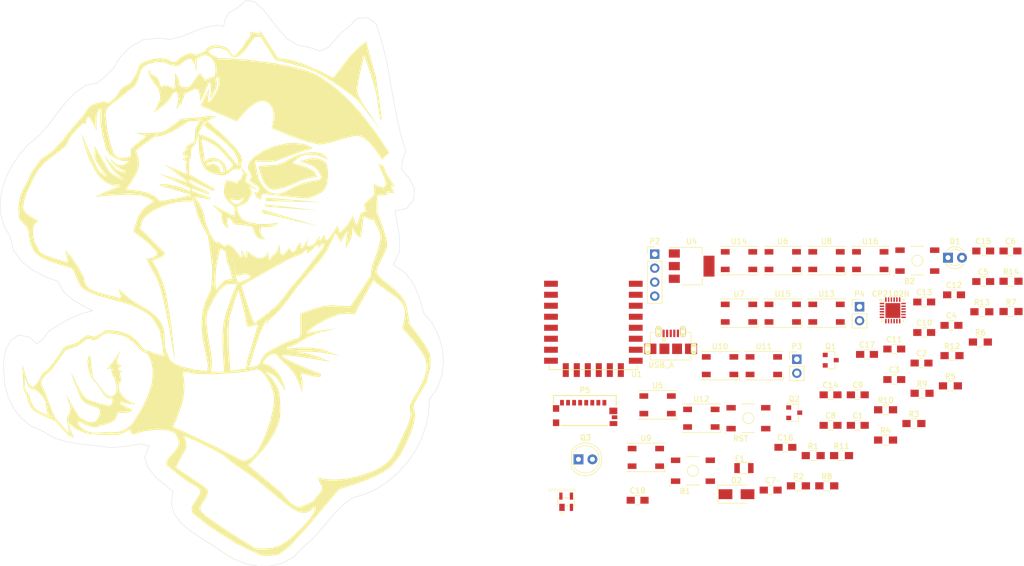
<source format=kicad_pcb>
(kicad_pcb (version 4) (host pcbnew 4.0.7-e2-6376~58~ubuntu16.04.1)

  (general
    (links 0)
    (no_connects 153)
    (area 127.9 101.1 214.800002 151.97)
    (thickness 1.6)
    (drawings 0)
    (tracks 0)
    (zones 0)
    (modules 64)
    (nets 62)
  )

  (page A4)
  (layers
    (0 F.Cu signal)
    (31 B.Cu signal)
    (32 B.Adhes user)
    (33 F.Adhes user)
    (34 B.Paste user)
    (35 F.Paste user)
    (36 B.SilkS user)
    (37 F.SilkS user)
    (38 B.Mask user)
    (39 F.Mask user)
    (40 Dwgs.User user)
    (41 Cmts.User user)
    (42 Eco1.User user)
    (43 Eco2.User user)
    (44 Edge.Cuts user)
    (45 Margin user)
    (46 B.CrtYd user)
    (47 F.CrtYd user)
    (48 B.Fab user)
    (49 F.Fab user)
  )

  (setup
    (last_trace_width 0.25)
    (trace_clearance 0.2)
    (zone_clearance 0.508)
    (zone_45_only no)
    (trace_min 0.2)
    (segment_width 0.2)
    (edge_width 0.15)
    (via_size 0.6)
    (via_drill 0.4)
    (via_min_size 0.4)
    (via_min_drill 0.3)
    (uvia_size 0.3)
    (uvia_drill 0.1)
    (uvias_allowed no)
    (uvia_min_size 0.2)
    (uvia_min_drill 0.1)
    (pcb_text_width 0.3)
    (pcb_text_size 1.5 1.5)
    (mod_edge_width 0.15)
    (mod_text_size 1 1)
    (mod_text_width 0.15)
    (pad_size 1.524 1.524)
    (pad_drill 0.762)
    (pad_to_mask_clearance 0.2)
    (aux_axis_origin 0 0)
    (visible_elements FFFFFF7F)
    (pcbplotparams
      (layerselection 0x00030_80000001)
      (usegerberextensions false)
      (excludeedgelayer true)
      (linewidth 0.100000)
      (plotframeref false)
      (viasonmask false)
      (mode 1)
      (useauxorigin false)
      (hpglpennumber 1)
      (hpglpenspeed 20)
      (hpglpendiameter 15)
      (hpglpenoverlay 2)
      (psnegative false)
      (psa4output false)
      (plotreference true)
      (plotvalue true)
      (plotinvisibletext false)
      (padsonsilk false)
      (subtractmaskfromsilk false)
      (outputformat 1)
      (mirror false)
      (drillshape 1)
      (scaleselection 1)
      (outputdirectory ""))
  )

  (net 0 "")
  (net 1 +3V3)
  (net 2 GND)
  (net 3 "Net-(C3-Pad1)")
  (net 4 "Net-(D1-Pad1)")
  (net 5 IRL)
  (net 6 /VBUS)
  (net 7 "Net-(F1-Pad1)")
  (net 8 "Net-(P1-Pad3)")
  (net 9 "Net-(P1-Pad2)")
  (net 10 SCL)
  (net 11 SDA)
  (net 12 "Net-(P5-Pad1)")
  (net 13 CS)
  (net 14 MOSI)
  (net 15 CLK)
  (net 16 MISO)
  (net 17 "Net-(P5-Pad8)")
  (net 18 "Net-(Q1-Pad1)")
  (net 19 RTS)
  (net 20 RST)
  (net 21 "Net-(Q2-Pad1)")
  (net 22 GPIO0)
  (net 23 DTR)
  (net 24 IRT)
  (net 25 "Net-(R1-Pad1)")
  (net 26 np)
  (net 27 "Net-(R2-Pad2)")
  (net 28 "Net-(R3-Pad2)")
  (net 29 B1)
  (net 30 B2)
  (net 31 "Net-(U1-Pad2)")
  (net 32 "Net-(U1-Pad11)")
  (net 33 "Net-(U1-Pad12)")
  (net 34 RXD)
  (net 35 TXD)
  (net 36 "Net-(U2-Pad1)")
  (net 37 "Net-(U2-Pad9)")
  (net 38 "Net-(U2-Pad10)")
  (net 39 "Net-(U2-Pad11)")
  (net 40 "Net-(U2-Pad12)")
  (net 41 "Net-(U2-Pad13)")
  (net 42 "Net-(U2-Pad14)")
  (net 43 "Net-(U2-Pad15)")
  (net 44 "Net-(U2-Pad16)")
  (net 45 "Net-(U2-Pad17)")
  (net 46 "Net-(U2-Pad18)")
  (net 47 "Net-(U2-Pad22)")
  (net 48 "Net-(U2-Pad24)")
  (net 49 "Net-(U3-Pad2)")
  (net 50 "Net-(U5-Pad2)")
  (net 51 "Net-(U6-Pad2)")
  (net 52 "Net-(U7-Pad2)")
  (net 53 np1)
  (net 54 "Net-(U10-Pad4)")
  (net 55 "Net-(U10-Pad2)")
  (net 56 "Net-(U11-Pad2)")
  (net 57 np2)
  (net 58 "Net-(U13-Pad2)")
  (net 59 "Net-(U14-Pad2)")
  (net 60 "Net-(U15-Pad2)")
  (net 61 "Net-(U16-Pad2)")

  (net_class Default "This is the default net class."
    (clearance 0.2)
    (trace_width 0.25)
    (via_dia 0.6)
    (via_drill 0.4)
    (uvia_dia 0.3)
    (uvia_drill 0.1)
    (add_net +3V3)
    (add_net /VBUS)
    (add_net B1)
    (add_net B2)
    (add_net CLK)
    (add_net CS)
    (add_net DTR)
    (add_net GND)
    (add_net GPIO0)
    (add_net IRL)
    (add_net IRT)
    (add_net MISO)
    (add_net MOSI)
    (add_net "Net-(C3-Pad1)")
    (add_net "Net-(D1-Pad1)")
    (add_net "Net-(F1-Pad1)")
    (add_net "Net-(P1-Pad2)")
    (add_net "Net-(P1-Pad3)")
    (add_net "Net-(P5-Pad1)")
    (add_net "Net-(P5-Pad8)")
    (add_net "Net-(Q1-Pad1)")
    (add_net "Net-(Q2-Pad1)")
    (add_net "Net-(R1-Pad1)")
    (add_net "Net-(R2-Pad2)")
    (add_net "Net-(R3-Pad2)")
    (add_net "Net-(U1-Pad11)")
    (add_net "Net-(U1-Pad12)")
    (add_net "Net-(U1-Pad2)")
    (add_net "Net-(U10-Pad2)")
    (add_net "Net-(U10-Pad4)")
    (add_net "Net-(U11-Pad2)")
    (add_net "Net-(U13-Pad2)")
    (add_net "Net-(U14-Pad2)")
    (add_net "Net-(U15-Pad2)")
    (add_net "Net-(U16-Pad2)")
    (add_net "Net-(U2-Pad1)")
    (add_net "Net-(U2-Pad10)")
    (add_net "Net-(U2-Pad11)")
    (add_net "Net-(U2-Pad12)")
    (add_net "Net-(U2-Pad13)")
    (add_net "Net-(U2-Pad14)")
    (add_net "Net-(U2-Pad15)")
    (add_net "Net-(U2-Pad16)")
    (add_net "Net-(U2-Pad17)")
    (add_net "Net-(U2-Pad18)")
    (add_net "Net-(U2-Pad22)")
    (add_net "Net-(U2-Pad24)")
    (add_net "Net-(U2-Pad9)")
    (add_net "Net-(U3-Pad2)")
    (add_net "Net-(U5-Pad2)")
    (add_net "Net-(U6-Pad2)")
    (add_net "Net-(U7-Pad2)")
    (add_net RST)
    (add_net RTS)
    (add_net RXD)
    (add_net SCL)
    (add_net SDA)
    (add_net TXD)
    (add_net np)
    (add_net np1)
    (add_net np2)
  )

  (module Capacitors_SMD:C_0805_HandSoldering (layer F.Cu) (tedit 58AA84A8) (tstamp 5A8A5149)
    (at 184.385001 135.525)
    (descr "Capacitor SMD 0805, hand soldering")
    (tags "capacitor 0805")
    (path /5A822DC4)
    (attr smd)
    (fp_text reference C1 (at 0 -1.75) (layer F.SilkS)
      (effects (font (size 1 1) (thickness 0.15)))
    )
    (fp_text value 4.7uF (at 0 1.75) (layer F.Fab)
      (effects (font (size 1 1) (thickness 0.15)))
    )
    (fp_text user %R (at 0 -1.75) (layer F.Fab)
      (effects (font (size 1 1) (thickness 0.15)))
    )
    (fp_line (start -1 0.62) (end -1 -0.62) (layer F.Fab) (width 0.1))
    (fp_line (start 1 0.62) (end -1 0.62) (layer F.Fab) (width 0.1))
    (fp_line (start 1 -0.62) (end 1 0.62) (layer F.Fab) (width 0.1))
    (fp_line (start -1 -0.62) (end 1 -0.62) (layer F.Fab) (width 0.1))
    (fp_line (start 0.5 -0.85) (end -0.5 -0.85) (layer F.SilkS) (width 0.12))
    (fp_line (start -0.5 0.85) (end 0.5 0.85) (layer F.SilkS) (width 0.12))
    (fp_line (start -2.25 -0.88) (end 2.25 -0.88) (layer F.CrtYd) (width 0.05))
    (fp_line (start -2.25 -0.88) (end -2.25 0.87) (layer F.CrtYd) (width 0.05))
    (fp_line (start 2.25 0.87) (end 2.25 -0.88) (layer F.CrtYd) (width 0.05))
    (fp_line (start 2.25 0.87) (end -2.25 0.87) (layer F.CrtYd) (width 0.05))
    (pad 1 smd rect (at -1.25 0) (size 1.5 1.25) (layers F.Cu F.Paste F.Mask)
      (net 1 +3V3))
    (pad 2 smd rect (at 1.25 0) (size 1.5 1.25) (layers F.Cu F.Paste F.Mask)
      (net 2 GND))
    (model Capacitors_SMD.3dshapes/C_0805.wrl
      (at (xyz 0 0 0))
      (scale (xyz 1 1 1))
      (rotate (xyz 0 0 0))
    )
  )

  (module Capacitors_SMD:C_0805_HandSoldering (layer F.Cu) (tedit 58AA84A8) (tstamp 5A8A515A)
    (at 195.965001 124.195)
    (descr "Capacitor SMD 0805, hand soldering")
    (tags "capacitor 0805")
    (path /5A8963D7)
    (attr smd)
    (fp_text reference C2 (at 0 -1.75) (layer F.SilkS)
      (effects (font (size 1 1) (thickness 0.15)))
    )
    (fp_text value 0.1uF (at 0 1.75) (layer F.Fab)
      (effects (font (size 1 1) (thickness 0.15)))
    )
    (fp_text user %R (at 0 -1.75) (layer F.Fab)
      (effects (font (size 1 1) (thickness 0.15)))
    )
    (fp_line (start -1 0.62) (end -1 -0.62) (layer F.Fab) (width 0.1))
    (fp_line (start 1 0.62) (end -1 0.62) (layer F.Fab) (width 0.1))
    (fp_line (start 1 -0.62) (end 1 0.62) (layer F.Fab) (width 0.1))
    (fp_line (start -1 -0.62) (end 1 -0.62) (layer F.Fab) (width 0.1))
    (fp_line (start 0.5 -0.85) (end -0.5 -0.85) (layer F.SilkS) (width 0.12))
    (fp_line (start -0.5 0.85) (end 0.5 0.85) (layer F.SilkS) (width 0.12))
    (fp_line (start -2.25 -0.88) (end 2.25 -0.88) (layer F.CrtYd) (width 0.05))
    (fp_line (start -2.25 -0.88) (end -2.25 0.87) (layer F.CrtYd) (width 0.05))
    (fp_line (start 2.25 0.87) (end 2.25 -0.88) (layer F.CrtYd) (width 0.05))
    (fp_line (start 2.25 0.87) (end -2.25 0.87) (layer F.CrtYd) (width 0.05))
    (pad 1 smd rect (at -1.25 0) (size 1.5 1.25) (layers F.Cu F.Paste F.Mask)
      (net 1 +3V3))
    (pad 2 smd rect (at 1.25 0) (size 1.5 1.25) (layers F.Cu F.Paste F.Mask)
      (net 2 GND))
    (model Capacitors_SMD.3dshapes/C_0805.wrl
      (at (xyz 0 0 0))
      (scale (xyz 1 1 1))
      (rotate (xyz 0 0 0))
    )
  )

  (module Capacitors_SMD:C_0805_HandSoldering (layer F.Cu) (tedit 58AA84A8) (tstamp 5A8A516B)
    (at 191.015001 127.195)
    (descr "Capacitor SMD 0805, hand soldering")
    (tags "capacitor 0805")
    (path /5A883E94)
    (attr smd)
    (fp_text reference C3 (at 0 -1.75) (layer F.SilkS)
      (effects (font (size 1 1) (thickness 0.15)))
    )
    (fp_text value 4.7uF (at 0 1.75) (layer F.Fab)
      (effects (font (size 1 1) (thickness 0.15)))
    )
    (fp_text user %R (at 0 -1.75) (layer F.Fab)
      (effects (font (size 1 1) (thickness 0.15)))
    )
    (fp_line (start -1 0.62) (end -1 -0.62) (layer F.Fab) (width 0.1))
    (fp_line (start 1 0.62) (end -1 0.62) (layer F.Fab) (width 0.1))
    (fp_line (start 1 -0.62) (end 1 0.62) (layer F.Fab) (width 0.1))
    (fp_line (start -1 -0.62) (end 1 -0.62) (layer F.Fab) (width 0.1))
    (fp_line (start 0.5 -0.85) (end -0.5 -0.85) (layer F.SilkS) (width 0.12))
    (fp_line (start -0.5 0.85) (end 0.5 0.85) (layer F.SilkS) (width 0.12))
    (fp_line (start -2.25 -0.88) (end 2.25 -0.88) (layer F.CrtYd) (width 0.05))
    (fp_line (start -2.25 -0.88) (end -2.25 0.87) (layer F.CrtYd) (width 0.05))
    (fp_line (start 2.25 0.87) (end 2.25 -0.88) (layer F.CrtYd) (width 0.05))
    (fp_line (start 2.25 0.87) (end -2.25 0.87) (layer F.CrtYd) (width 0.05))
    (pad 1 smd rect (at -1.25 0) (size 1.5 1.25) (layers F.Cu F.Paste F.Mask)
      (net 3 "Net-(C3-Pad1)"))
    (pad 2 smd rect (at 1.25 0) (size 1.5 1.25) (layers F.Cu F.Paste F.Mask)
      (net 2 GND))
    (model Capacitors_SMD.3dshapes/C_0805.wrl
      (at (xyz 0 0 0))
      (scale (xyz 1 1 1))
      (rotate (xyz 0 0 0))
    )
  )

  (module Capacitors_SMD:C_0805_HandSoldering (layer F.Cu) (tedit 58AA84A8) (tstamp 5A8A517C)
    (at 201.405001 117.345)
    (descr "Capacitor SMD 0805, hand soldering")
    (tags "capacitor 0805")
    (path /5A93D3CC)
    (attr smd)
    (fp_text reference C4 (at 0 -1.75) (layer F.SilkS)
      (effects (font (size 1 1) (thickness 0.15)))
    )
    (fp_text value 4.7uF (at 0 1.75) (layer F.Fab)
      (effects (font (size 1 1) (thickness 0.15)))
    )
    (fp_text user %R (at 0 -1.75) (layer F.Fab)
      (effects (font (size 1 1) (thickness 0.15)))
    )
    (fp_line (start -1 0.62) (end -1 -0.62) (layer F.Fab) (width 0.1))
    (fp_line (start 1 0.62) (end -1 0.62) (layer F.Fab) (width 0.1))
    (fp_line (start 1 -0.62) (end 1 0.62) (layer F.Fab) (width 0.1))
    (fp_line (start -1 -0.62) (end 1 -0.62) (layer F.Fab) (width 0.1))
    (fp_line (start 0.5 -0.85) (end -0.5 -0.85) (layer F.SilkS) (width 0.12))
    (fp_line (start -0.5 0.85) (end 0.5 0.85) (layer F.SilkS) (width 0.12))
    (fp_line (start -2.25 -0.88) (end 2.25 -0.88) (layer F.CrtYd) (width 0.05))
    (fp_line (start -2.25 -0.88) (end -2.25 0.87) (layer F.CrtYd) (width 0.05))
    (fp_line (start 2.25 0.87) (end 2.25 -0.88) (layer F.CrtYd) (width 0.05))
    (fp_line (start 2.25 0.87) (end -2.25 0.87) (layer F.CrtYd) (width 0.05))
    (pad 1 smd rect (at -1.25 0) (size 1.5 1.25) (layers F.Cu F.Paste F.Mask)
      (net 1 +3V3))
    (pad 2 smd rect (at 1.25 0) (size 1.5 1.25) (layers F.Cu F.Paste F.Mask)
      (net 2 GND))
    (model Capacitors_SMD.3dshapes/C_0805.wrl
      (at (xyz 0 0 0))
      (scale (xyz 1 1 1))
      (rotate (xyz 0 0 0))
    )
  )

  (module Capacitors_SMD:C_0805_HandSoldering (layer F.Cu) (tedit 58AA84A8) (tstamp 5A8A518D)
    (at 207.175001 109.375)
    (descr "Capacitor SMD 0805, hand soldering")
    (tags "capacitor 0805")
    (path /5A89C377)
    (attr smd)
    (fp_text reference C5 (at 0 -1.75) (layer F.SilkS)
      (effects (font (size 1 1) (thickness 0.15)))
    )
    (fp_text value 4.7uF (at 0 1.75) (layer F.Fab)
      (effects (font (size 1 1) (thickness 0.15)))
    )
    (fp_text user %R (at 0 -1.75) (layer F.Fab)
      (effects (font (size 1 1) (thickness 0.15)))
    )
    (fp_line (start -1 0.62) (end -1 -0.62) (layer F.Fab) (width 0.1))
    (fp_line (start 1 0.62) (end -1 0.62) (layer F.Fab) (width 0.1))
    (fp_line (start 1 -0.62) (end 1 0.62) (layer F.Fab) (width 0.1))
    (fp_line (start -1 -0.62) (end 1 -0.62) (layer F.Fab) (width 0.1))
    (fp_line (start 0.5 -0.85) (end -0.5 -0.85) (layer F.SilkS) (width 0.12))
    (fp_line (start -0.5 0.85) (end 0.5 0.85) (layer F.SilkS) (width 0.12))
    (fp_line (start -2.25 -0.88) (end 2.25 -0.88) (layer F.CrtYd) (width 0.05))
    (fp_line (start -2.25 -0.88) (end -2.25 0.87) (layer F.CrtYd) (width 0.05))
    (fp_line (start 2.25 0.87) (end 2.25 -0.88) (layer F.CrtYd) (width 0.05))
    (fp_line (start 2.25 0.87) (end -2.25 0.87) (layer F.CrtYd) (width 0.05))
    (pad 1 smd rect (at -1.25 0) (size 1.5 1.25) (layers F.Cu F.Paste F.Mask)
      (net 1 +3V3))
    (pad 2 smd rect (at 1.25 0) (size 1.5 1.25) (layers F.Cu F.Paste F.Mask)
      (net 2 GND))
    (model Capacitors_SMD.3dshapes/C_0805.wrl
      (at (xyz 0 0 0))
      (scale (xyz 1 1 1))
      (rotate (xyz 0 0 0))
    )
  )

  (module Capacitors_SMD:C_0805_HandSoldering (layer F.Cu) (tedit 58AA84A8) (tstamp 5A8A519E)
    (at 212.125001 103.825)
    (descr "Capacitor SMD 0805, hand soldering")
    (tags "capacitor 0805")
    (path /5A9285D5)
    (attr smd)
    (fp_text reference C6 (at 0 -1.75) (layer F.SilkS)
      (effects (font (size 1 1) (thickness 0.15)))
    )
    (fp_text value 0.1uF (at 0 1.75) (layer F.Fab)
      (effects (font (size 1 1) (thickness 0.15)))
    )
    (fp_text user %R (at 0 -1.75) (layer F.Fab)
      (effects (font (size 1 1) (thickness 0.15)))
    )
    (fp_line (start -1 0.62) (end -1 -0.62) (layer F.Fab) (width 0.1))
    (fp_line (start 1 0.62) (end -1 0.62) (layer F.Fab) (width 0.1))
    (fp_line (start 1 -0.62) (end 1 0.62) (layer F.Fab) (width 0.1))
    (fp_line (start -1 -0.62) (end 1 -0.62) (layer F.Fab) (width 0.1))
    (fp_line (start 0.5 -0.85) (end -0.5 -0.85) (layer F.SilkS) (width 0.12))
    (fp_line (start -0.5 0.85) (end 0.5 0.85) (layer F.SilkS) (width 0.12))
    (fp_line (start -2.25 -0.88) (end 2.25 -0.88) (layer F.CrtYd) (width 0.05))
    (fp_line (start -2.25 -0.88) (end -2.25 0.87) (layer F.CrtYd) (width 0.05))
    (fp_line (start 2.25 0.87) (end 2.25 -0.88) (layer F.CrtYd) (width 0.05))
    (fp_line (start 2.25 0.87) (end -2.25 0.87) (layer F.CrtYd) (width 0.05))
    (pad 1 smd rect (at -1.25 0) (size 1.5 1.25) (layers F.Cu F.Paste F.Mask)
      (net 1 +3V3))
    (pad 2 smd rect (at 1.25 0) (size 1.5 1.25) (layers F.Cu F.Paste F.Mask)
      (net 2 GND))
    (model Capacitors_SMD.3dshapes/C_0805.wrl
      (at (xyz 0 0 0))
      (scale (xyz 1 1 1))
      (rotate (xyz 0 0 0))
    )
  )

  (module Capacitors_SMD:C_0805_HandSoldering (layer F.Cu) (tedit 58AA84A8) (tstamp 5A8A51AF)
    (at 168.555001 147.295)
    (descr "Capacitor SMD 0805, hand soldering")
    (tags "capacitor 0805")
    (path /5A86FDE7)
    (attr smd)
    (fp_text reference C7 (at 0 -1.75) (layer F.SilkS)
      (effects (font (size 1 1) (thickness 0.15)))
    )
    (fp_text value 0.1uF (at 0 1.75) (layer F.Fab)
      (effects (font (size 1 1) (thickness 0.15)))
    )
    (fp_text user %R (at 0 -1.75) (layer F.Fab)
      (effects (font (size 1 1) (thickness 0.15)))
    )
    (fp_line (start -1 0.62) (end -1 -0.62) (layer F.Fab) (width 0.1))
    (fp_line (start 1 0.62) (end -1 0.62) (layer F.Fab) (width 0.1))
    (fp_line (start 1 -0.62) (end 1 0.62) (layer F.Fab) (width 0.1))
    (fp_line (start -1 -0.62) (end 1 -0.62) (layer F.Fab) (width 0.1))
    (fp_line (start 0.5 -0.85) (end -0.5 -0.85) (layer F.SilkS) (width 0.12))
    (fp_line (start -0.5 0.85) (end 0.5 0.85) (layer F.SilkS) (width 0.12))
    (fp_line (start -2.25 -0.88) (end 2.25 -0.88) (layer F.CrtYd) (width 0.05))
    (fp_line (start -2.25 -0.88) (end -2.25 0.87) (layer F.CrtYd) (width 0.05))
    (fp_line (start 2.25 0.87) (end 2.25 -0.88) (layer F.CrtYd) (width 0.05))
    (fp_line (start 2.25 0.87) (end -2.25 0.87) (layer F.CrtYd) (width 0.05))
    (pad 1 smd rect (at -1.25 0) (size 1.5 1.25) (layers F.Cu F.Paste F.Mask)
      (net 1 +3V3))
    (pad 2 smd rect (at 1.25 0) (size 1.5 1.25) (layers F.Cu F.Paste F.Mask)
      (net 2 GND))
    (model Capacitors_SMD.3dshapes/C_0805.wrl
      (at (xyz 0 0 0))
      (scale (xyz 1 1 1))
      (rotate (xyz 0 0 0))
    )
  )

  (module Capacitors_SMD:C_0805_HandSoldering (layer F.Cu) (tedit 58AA84A8) (tstamp 5A8A51C0)
    (at 179.435001 135.525)
    (descr "Capacitor SMD 0805, hand soldering")
    (tags "capacitor 0805")
    (path /5A927475)
    (attr smd)
    (fp_text reference C8 (at 0 -1.75) (layer F.SilkS)
      (effects (font (size 1 1) (thickness 0.15)))
    )
    (fp_text value 0.1uF (at 0 1.75) (layer F.Fab)
      (effects (font (size 1 1) (thickness 0.15)))
    )
    (fp_text user %R (at 0 -1.75) (layer F.Fab)
      (effects (font (size 1 1) (thickness 0.15)))
    )
    (fp_line (start -1 0.62) (end -1 -0.62) (layer F.Fab) (width 0.1))
    (fp_line (start 1 0.62) (end -1 0.62) (layer F.Fab) (width 0.1))
    (fp_line (start 1 -0.62) (end 1 0.62) (layer F.Fab) (width 0.1))
    (fp_line (start -1 -0.62) (end 1 -0.62) (layer F.Fab) (width 0.1))
    (fp_line (start 0.5 -0.85) (end -0.5 -0.85) (layer F.SilkS) (width 0.12))
    (fp_line (start -0.5 0.85) (end 0.5 0.85) (layer F.SilkS) (width 0.12))
    (fp_line (start -2.25 -0.88) (end 2.25 -0.88) (layer F.CrtYd) (width 0.05))
    (fp_line (start -2.25 -0.88) (end -2.25 0.87) (layer F.CrtYd) (width 0.05))
    (fp_line (start 2.25 0.87) (end 2.25 -0.88) (layer F.CrtYd) (width 0.05))
    (fp_line (start 2.25 0.87) (end -2.25 0.87) (layer F.CrtYd) (width 0.05))
    (pad 1 smd rect (at -1.25 0) (size 1.5 1.25) (layers F.Cu F.Paste F.Mask)
      (net 1 +3V3))
    (pad 2 smd rect (at 1.25 0) (size 1.5 1.25) (layers F.Cu F.Paste F.Mask)
      (net 2 GND))
    (model Capacitors_SMD.3dshapes/C_0805.wrl
      (at (xyz 0 0 0))
      (scale (xyz 1 1 1))
      (rotate (xyz 0 0 0))
    )
  )

  (module Capacitors_SMD:C_0805_HandSoldering (layer F.Cu) (tedit 58AA84A8) (tstamp 5A8A51D1)
    (at 184.385001 129.975)
    (descr "Capacitor SMD 0805, hand soldering")
    (tags "capacitor 0805")
    (path /5A927537)
    (attr smd)
    (fp_text reference C9 (at 0 -1.75) (layer F.SilkS)
      (effects (font (size 1 1) (thickness 0.15)))
    )
    (fp_text value 0.1uF (at 0 1.75) (layer F.Fab)
      (effects (font (size 1 1) (thickness 0.15)))
    )
    (fp_text user %R (at 0 -1.75) (layer F.Fab)
      (effects (font (size 1 1) (thickness 0.15)))
    )
    (fp_line (start -1 0.62) (end -1 -0.62) (layer F.Fab) (width 0.1))
    (fp_line (start 1 0.62) (end -1 0.62) (layer F.Fab) (width 0.1))
    (fp_line (start 1 -0.62) (end 1 0.62) (layer F.Fab) (width 0.1))
    (fp_line (start -1 -0.62) (end 1 -0.62) (layer F.Fab) (width 0.1))
    (fp_line (start 0.5 -0.85) (end -0.5 -0.85) (layer F.SilkS) (width 0.12))
    (fp_line (start -0.5 0.85) (end 0.5 0.85) (layer F.SilkS) (width 0.12))
    (fp_line (start -2.25 -0.88) (end 2.25 -0.88) (layer F.CrtYd) (width 0.05))
    (fp_line (start -2.25 -0.88) (end -2.25 0.87) (layer F.CrtYd) (width 0.05))
    (fp_line (start 2.25 0.87) (end 2.25 -0.88) (layer F.CrtYd) (width 0.05))
    (fp_line (start 2.25 0.87) (end -2.25 0.87) (layer F.CrtYd) (width 0.05))
    (pad 1 smd rect (at -1.25 0) (size 1.5 1.25) (layers F.Cu F.Paste F.Mask)
      (net 1 +3V3))
    (pad 2 smd rect (at 1.25 0) (size 1.5 1.25) (layers F.Cu F.Paste F.Mask)
      (net 2 GND))
    (model Capacitors_SMD.3dshapes/C_0805.wrl
      (at (xyz 0 0 0))
      (scale (xyz 1 1 1))
      (rotate (xyz 0 0 0))
    )
  )

  (module Capacitors_SMD:C_0805_HandSoldering (layer F.Cu) (tedit 58AA84A8) (tstamp 5A8A51E2)
    (at 196.455001 118.645)
    (descr "Capacitor SMD 0805, hand soldering")
    (tags "capacitor 0805")
    (path /5A9275F8)
    (attr smd)
    (fp_text reference C10 (at 0 -1.75) (layer F.SilkS)
      (effects (font (size 1 1) (thickness 0.15)))
    )
    (fp_text value 0.1uF (at 0 1.75) (layer F.Fab)
      (effects (font (size 1 1) (thickness 0.15)))
    )
    (fp_text user %R (at 0 -1.75) (layer F.Fab)
      (effects (font (size 1 1) (thickness 0.15)))
    )
    (fp_line (start -1 0.62) (end -1 -0.62) (layer F.Fab) (width 0.1))
    (fp_line (start 1 0.62) (end -1 0.62) (layer F.Fab) (width 0.1))
    (fp_line (start 1 -0.62) (end 1 0.62) (layer F.Fab) (width 0.1))
    (fp_line (start -1 -0.62) (end 1 -0.62) (layer F.Fab) (width 0.1))
    (fp_line (start 0.5 -0.85) (end -0.5 -0.85) (layer F.SilkS) (width 0.12))
    (fp_line (start -0.5 0.85) (end 0.5 0.85) (layer F.SilkS) (width 0.12))
    (fp_line (start -2.25 -0.88) (end 2.25 -0.88) (layer F.CrtYd) (width 0.05))
    (fp_line (start -2.25 -0.88) (end -2.25 0.87) (layer F.CrtYd) (width 0.05))
    (fp_line (start 2.25 0.87) (end 2.25 -0.88) (layer F.CrtYd) (width 0.05))
    (fp_line (start 2.25 0.87) (end -2.25 0.87) (layer F.CrtYd) (width 0.05))
    (pad 1 smd rect (at -1.25 0) (size 1.5 1.25) (layers F.Cu F.Paste F.Mask)
      (net 1 +3V3))
    (pad 2 smd rect (at 1.25 0) (size 1.5 1.25) (layers F.Cu F.Paste F.Mask)
      (net 2 GND))
    (model Capacitors_SMD.3dshapes/C_0805.wrl
      (at (xyz 0 0 0))
      (scale (xyz 1 1 1))
      (rotate (xyz 0 0 0))
    )
  )

  (module Capacitors_SMD:C_0805_HandSoldering (layer F.Cu) (tedit 58AA84A8) (tstamp 5A8A51F3)
    (at 191.015001 121.645)
    (descr "Capacitor SMD 0805, hand soldering")
    (tags "capacitor 0805")
    (path /5A9276C8)
    (attr smd)
    (fp_text reference C11 (at 0 -1.75) (layer F.SilkS)
      (effects (font (size 1 1) (thickness 0.15)))
    )
    (fp_text value 0.1uF (at 0 1.75) (layer F.Fab)
      (effects (font (size 1 1) (thickness 0.15)))
    )
    (fp_text user %R (at 0 -1.75) (layer F.Fab)
      (effects (font (size 1 1) (thickness 0.15)))
    )
    (fp_line (start -1 0.62) (end -1 -0.62) (layer F.Fab) (width 0.1))
    (fp_line (start 1 0.62) (end -1 0.62) (layer F.Fab) (width 0.1))
    (fp_line (start 1 -0.62) (end 1 0.62) (layer F.Fab) (width 0.1))
    (fp_line (start -1 -0.62) (end 1 -0.62) (layer F.Fab) (width 0.1))
    (fp_line (start 0.5 -0.85) (end -0.5 -0.85) (layer F.SilkS) (width 0.12))
    (fp_line (start -0.5 0.85) (end 0.5 0.85) (layer F.SilkS) (width 0.12))
    (fp_line (start -2.25 -0.88) (end 2.25 -0.88) (layer F.CrtYd) (width 0.05))
    (fp_line (start -2.25 -0.88) (end -2.25 0.87) (layer F.CrtYd) (width 0.05))
    (fp_line (start 2.25 0.87) (end 2.25 -0.88) (layer F.CrtYd) (width 0.05))
    (fp_line (start 2.25 0.87) (end -2.25 0.87) (layer F.CrtYd) (width 0.05))
    (pad 1 smd rect (at -1.25 0) (size 1.5 1.25) (layers F.Cu F.Paste F.Mask)
      (net 1 +3V3))
    (pad 2 smd rect (at 1.25 0) (size 1.5 1.25) (layers F.Cu F.Paste F.Mask)
      (net 2 GND))
    (model Capacitors_SMD.3dshapes/C_0805.wrl
      (at (xyz 0 0 0))
      (scale (xyz 1 1 1))
      (rotate (xyz 0 0 0))
    )
  )

  (module Capacitors_SMD:C_0805_HandSoldering (layer F.Cu) (tedit 58AA84A8) (tstamp 5A8A5204)
    (at 201.875001 111.795)
    (descr "Capacitor SMD 0805, hand soldering")
    (tags "capacitor 0805")
    (path /5A9277F7)
    (attr smd)
    (fp_text reference C12 (at 0 -1.75) (layer F.SilkS)
      (effects (font (size 1 1) (thickness 0.15)))
    )
    (fp_text value 0.1uF (at 0 1.75) (layer F.Fab)
      (effects (font (size 1 1) (thickness 0.15)))
    )
    (fp_text user %R (at 0 -1.75) (layer F.Fab)
      (effects (font (size 1 1) (thickness 0.15)))
    )
    (fp_line (start -1 0.62) (end -1 -0.62) (layer F.Fab) (width 0.1))
    (fp_line (start 1 0.62) (end -1 0.62) (layer F.Fab) (width 0.1))
    (fp_line (start 1 -0.62) (end 1 0.62) (layer F.Fab) (width 0.1))
    (fp_line (start -1 -0.62) (end 1 -0.62) (layer F.Fab) (width 0.1))
    (fp_line (start 0.5 -0.85) (end -0.5 -0.85) (layer F.SilkS) (width 0.12))
    (fp_line (start -0.5 0.85) (end 0.5 0.85) (layer F.SilkS) (width 0.12))
    (fp_line (start -2.25 -0.88) (end 2.25 -0.88) (layer F.CrtYd) (width 0.05))
    (fp_line (start -2.25 -0.88) (end -2.25 0.87) (layer F.CrtYd) (width 0.05))
    (fp_line (start 2.25 0.87) (end 2.25 -0.88) (layer F.CrtYd) (width 0.05))
    (fp_line (start 2.25 0.87) (end -2.25 0.87) (layer F.CrtYd) (width 0.05))
    (pad 1 smd rect (at -1.25 0) (size 1.5 1.25) (layers F.Cu F.Paste F.Mask)
      (net 1 +3V3))
    (pad 2 smd rect (at 1.25 0) (size 1.5 1.25) (layers F.Cu F.Paste F.Mask)
      (net 2 GND))
    (model Capacitors_SMD.3dshapes/C_0805.wrl
      (at (xyz 0 0 0))
      (scale (xyz 1 1 1))
      (rotate (xyz 0 0 0))
    )
  )

  (module Capacitors_SMD:C_0805_HandSoldering (layer F.Cu) (tedit 58AA84A8) (tstamp 5A8A5215)
    (at 196.455001 113.095)
    (descr "Capacitor SMD 0805, hand soldering")
    (tags "capacitor 0805")
    (path /5A9278C5)
    (attr smd)
    (fp_text reference C13 (at 0 -1.75) (layer F.SilkS)
      (effects (font (size 1 1) (thickness 0.15)))
    )
    (fp_text value 0.1uF (at 0 1.75) (layer F.Fab)
      (effects (font (size 1 1) (thickness 0.15)))
    )
    (fp_text user %R (at 0 -1.75) (layer F.Fab)
      (effects (font (size 1 1) (thickness 0.15)))
    )
    (fp_line (start -1 0.62) (end -1 -0.62) (layer F.Fab) (width 0.1))
    (fp_line (start 1 0.62) (end -1 0.62) (layer F.Fab) (width 0.1))
    (fp_line (start 1 -0.62) (end 1 0.62) (layer F.Fab) (width 0.1))
    (fp_line (start -1 -0.62) (end 1 -0.62) (layer F.Fab) (width 0.1))
    (fp_line (start 0.5 -0.85) (end -0.5 -0.85) (layer F.SilkS) (width 0.12))
    (fp_line (start -0.5 0.85) (end 0.5 0.85) (layer F.SilkS) (width 0.12))
    (fp_line (start -2.25 -0.88) (end 2.25 -0.88) (layer F.CrtYd) (width 0.05))
    (fp_line (start -2.25 -0.88) (end -2.25 0.87) (layer F.CrtYd) (width 0.05))
    (fp_line (start 2.25 0.87) (end 2.25 -0.88) (layer F.CrtYd) (width 0.05))
    (fp_line (start 2.25 0.87) (end -2.25 0.87) (layer F.CrtYd) (width 0.05))
    (pad 1 smd rect (at -1.25 0) (size 1.5 1.25) (layers F.Cu F.Paste F.Mask)
      (net 1 +3V3))
    (pad 2 smd rect (at 1.25 0) (size 1.5 1.25) (layers F.Cu F.Paste F.Mask)
      (net 2 GND))
    (model Capacitors_SMD.3dshapes/C_0805.wrl
      (at (xyz 0 0 0))
      (scale (xyz 1 1 1))
      (rotate (xyz 0 0 0))
    )
  )

  (module Capacitors_SMD:C_0805_HandSoldering (layer F.Cu) (tedit 58AA84A8) (tstamp 5A8A5226)
    (at 179.435001 129.975)
    (descr "Capacitor SMD 0805, hand soldering")
    (tags "capacitor 0805")
    (path /5A927996)
    (attr smd)
    (fp_text reference C14 (at 0 -1.75) (layer F.SilkS)
      (effects (font (size 1 1) (thickness 0.15)))
    )
    (fp_text value 0.1uF (at 0 1.75) (layer F.Fab)
      (effects (font (size 1 1) (thickness 0.15)))
    )
    (fp_text user %R (at 0 -1.75) (layer F.Fab)
      (effects (font (size 1 1) (thickness 0.15)))
    )
    (fp_line (start -1 0.62) (end -1 -0.62) (layer F.Fab) (width 0.1))
    (fp_line (start 1 0.62) (end -1 0.62) (layer F.Fab) (width 0.1))
    (fp_line (start 1 -0.62) (end 1 0.62) (layer F.Fab) (width 0.1))
    (fp_line (start -1 -0.62) (end 1 -0.62) (layer F.Fab) (width 0.1))
    (fp_line (start 0.5 -0.85) (end -0.5 -0.85) (layer F.SilkS) (width 0.12))
    (fp_line (start -0.5 0.85) (end 0.5 0.85) (layer F.SilkS) (width 0.12))
    (fp_line (start -2.25 -0.88) (end 2.25 -0.88) (layer F.CrtYd) (width 0.05))
    (fp_line (start -2.25 -0.88) (end -2.25 0.87) (layer F.CrtYd) (width 0.05))
    (fp_line (start 2.25 0.87) (end 2.25 -0.88) (layer F.CrtYd) (width 0.05))
    (fp_line (start 2.25 0.87) (end -2.25 0.87) (layer F.CrtYd) (width 0.05))
    (pad 1 smd rect (at -1.25 0) (size 1.5 1.25) (layers F.Cu F.Paste F.Mask)
      (net 1 +3V3))
    (pad 2 smd rect (at 1.25 0) (size 1.5 1.25) (layers F.Cu F.Paste F.Mask)
      (net 2 GND))
    (model Capacitors_SMD.3dshapes/C_0805.wrl
      (at (xyz 0 0 0))
      (scale (xyz 1 1 1))
      (rotate (xyz 0 0 0))
    )
  )

  (module Capacitors_SMD:C_0805_HandSoldering (layer F.Cu) (tedit 58AA84A8) (tstamp 5A8A5237)
    (at 207.175001 103.825)
    (descr "Capacitor SMD 0805, hand soldering")
    (tags "capacitor 0805")
    (path /5A927A68)
    (attr smd)
    (fp_text reference C15 (at 0 -1.75) (layer F.SilkS)
      (effects (font (size 1 1) (thickness 0.15)))
    )
    (fp_text value 0.1uF (at 0 1.75) (layer F.Fab)
      (effects (font (size 1 1) (thickness 0.15)))
    )
    (fp_text user %R (at 0 -1.75) (layer F.Fab)
      (effects (font (size 1 1) (thickness 0.15)))
    )
    (fp_line (start -1 0.62) (end -1 -0.62) (layer F.Fab) (width 0.1))
    (fp_line (start 1 0.62) (end -1 0.62) (layer F.Fab) (width 0.1))
    (fp_line (start 1 -0.62) (end 1 0.62) (layer F.Fab) (width 0.1))
    (fp_line (start -1 -0.62) (end 1 -0.62) (layer F.Fab) (width 0.1))
    (fp_line (start 0.5 -0.85) (end -0.5 -0.85) (layer F.SilkS) (width 0.12))
    (fp_line (start -0.5 0.85) (end 0.5 0.85) (layer F.SilkS) (width 0.12))
    (fp_line (start -2.25 -0.88) (end 2.25 -0.88) (layer F.CrtYd) (width 0.05))
    (fp_line (start -2.25 -0.88) (end -2.25 0.87) (layer F.CrtYd) (width 0.05))
    (fp_line (start 2.25 0.87) (end 2.25 -0.88) (layer F.CrtYd) (width 0.05))
    (fp_line (start 2.25 0.87) (end -2.25 0.87) (layer F.CrtYd) (width 0.05))
    (pad 1 smd rect (at -1.25 0) (size 1.5 1.25) (layers F.Cu F.Paste F.Mask)
      (net 1 +3V3))
    (pad 2 smd rect (at 1.25 0) (size 1.5 1.25) (layers F.Cu F.Paste F.Mask)
      (net 2 GND))
    (model Capacitors_SMD.3dshapes/C_0805.wrl
      (at (xyz 0 0 0))
      (scale (xyz 1 1 1))
      (rotate (xyz 0 0 0))
    )
  )

  (module Capacitors_SMD:C_0805_HandSoldering (layer F.Cu) (tedit 58AA84A8) (tstamp 5A8A5248)
    (at 171.235001 139.525)
    (descr "Capacitor SMD 0805, hand soldering")
    (tags "capacitor 0805")
    (path /5A927BA1)
    (attr smd)
    (fp_text reference C16 (at 0 -1.75) (layer F.SilkS)
      (effects (font (size 1 1) (thickness 0.15)))
    )
    (fp_text value 0.1uF (at 0 1.75) (layer F.Fab)
      (effects (font (size 1 1) (thickness 0.15)))
    )
    (fp_text user %R (at 0 -1.75) (layer F.Fab)
      (effects (font (size 1 1) (thickness 0.15)))
    )
    (fp_line (start -1 0.62) (end -1 -0.62) (layer F.Fab) (width 0.1))
    (fp_line (start 1 0.62) (end -1 0.62) (layer F.Fab) (width 0.1))
    (fp_line (start 1 -0.62) (end 1 0.62) (layer F.Fab) (width 0.1))
    (fp_line (start -1 -0.62) (end 1 -0.62) (layer F.Fab) (width 0.1))
    (fp_line (start 0.5 -0.85) (end -0.5 -0.85) (layer F.SilkS) (width 0.12))
    (fp_line (start -0.5 0.85) (end 0.5 0.85) (layer F.SilkS) (width 0.12))
    (fp_line (start -2.25 -0.88) (end 2.25 -0.88) (layer F.CrtYd) (width 0.05))
    (fp_line (start -2.25 -0.88) (end -2.25 0.87) (layer F.CrtYd) (width 0.05))
    (fp_line (start 2.25 0.87) (end 2.25 -0.88) (layer F.CrtYd) (width 0.05))
    (fp_line (start 2.25 0.87) (end -2.25 0.87) (layer F.CrtYd) (width 0.05))
    (pad 1 smd rect (at -1.25 0) (size 1.5 1.25) (layers F.Cu F.Paste F.Mask)
      (net 1 +3V3))
    (pad 2 smd rect (at 1.25 0) (size 1.5 1.25) (layers F.Cu F.Paste F.Mask)
      (net 2 GND))
    (model Capacitors_SMD.3dshapes/C_0805.wrl
      (at (xyz 0 0 0))
      (scale (xyz 1 1 1))
      (rotate (xyz 0 0 0))
    )
  )

  (module Capacitors_SMD:C_0805_HandSoldering (layer F.Cu) (tedit 58AA84A8) (tstamp 5A8A5259)
    (at 186.065001 122.625)
    (descr "Capacitor SMD 0805, hand soldering")
    (tags "capacitor 0805")
    (path /5A927C77)
    (attr smd)
    (fp_text reference C17 (at 0 -1.75) (layer F.SilkS)
      (effects (font (size 1 1) (thickness 0.15)))
    )
    (fp_text value 0.1uF (at 0 1.75) (layer F.Fab)
      (effects (font (size 1 1) (thickness 0.15)))
    )
    (fp_text user %R (at 0 -1.75) (layer F.Fab)
      (effects (font (size 1 1) (thickness 0.15)))
    )
    (fp_line (start -1 0.62) (end -1 -0.62) (layer F.Fab) (width 0.1))
    (fp_line (start 1 0.62) (end -1 0.62) (layer F.Fab) (width 0.1))
    (fp_line (start 1 -0.62) (end 1 0.62) (layer F.Fab) (width 0.1))
    (fp_line (start -1 -0.62) (end 1 -0.62) (layer F.Fab) (width 0.1))
    (fp_line (start 0.5 -0.85) (end -0.5 -0.85) (layer F.SilkS) (width 0.12))
    (fp_line (start -0.5 0.85) (end 0.5 0.85) (layer F.SilkS) (width 0.12))
    (fp_line (start -2.25 -0.88) (end 2.25 -0.88) (layer F.CrtYd) (width 0.05))
    (fp_line (start -2.25 -0.88) (end -2.25 0.87) (layer F.CrtYd) (width 0.05))
    (fp_line (start 2.25 0.87) (end 2.25 -0.88) (layer F.CrtYd) (width 0.05))
    (fp_line (start 2.25 0.87) (end -2.25 0.87) (layer F.CrtYd) (width 0.05))
    (pad 1 smd rect (at -1.25 0) (size 1.5 1.25) (layers F.Cu F.Paste F.Mask)
      (net 1 +3V3))
    (pad 2 smd rect (at 1.25 0) (size 1.5 1.25) (layers F.Cu F.Paste F.Mask)
      (net 2 GND))
    (model Capacitors_SMD.3dshapes/C_0805.wrl
      (at (xyz 0 0 0))
      (scale (xyz 1 1 1))
      (rotate (xyz 0 0 0))
    )
  )

  (module Capacitors_SMD:C_0805_HandSoldering (layer F.Cu) (tedit 58AA84A8) (tstamp 5A8A526A)
    (at 144.385001 149.145)
    (descr "Capacitor SMD 0805, hand soldering")
    (tags "capacitor 0805")
    (path /5A927D52)
    (attr smd)
    (fp_text reference C18 (at 0 -1.75) (layer F.SilkS)
      (effects (font (size 1 1) (thickness 0.15)))
    )
    (fp_text value 0.1uF (at 0 1.75) (layer F.Fab)
      (effects (font (size 1 1) (thickness 0.15)))
    )
    (fp_text user %R (at 0 -1.75) (layer F.Fab)
      (effects (font (size 1 1) (thickness 0.15)))
    )
    (fp_line (start -1 0.62) (end -1 -0.62) (layer F.Fab) (width 0.1))
    (fp_line (start 1 0.62) (end -1 0.62) (layer F.Fab) (width 0.1))
    (fp_line (start 1 -0.62) (end 1 0.62) (layer F.Fab) (width 0.1))
    (fp_line (start -1 -0.62) (end 1 -0.62) (layer F.Fab) (width 0.1))
    (fp_line (start 0.5 -0.85) (end -0.5 -0.85) (layer F.SilkS) (width 0.12))
    (fp_line (start -0.5 0.85) (end 0.5 0.85) (layer F.SilkS) (width 0.12))
    (fp_line (start -2.25 -0.88) (end 2.25 -0.88) (layer F.CrtYd) (width 0.05))
    (fp_line (start -2.25 -0.88) (end -2.25 0.87) (layer F.CrtYd) (width 0.05))
    (fp_line (start 2.25 0.87) (end 2.25 -0.88) (layer F.CrtYd) (width 0.05))
    (fp_line (start 2.25 0.87) (end -2.25 0.87) (layer F.CrtYd) (width 0.05))
    (pad 1 smd rect (at -1.25 0) (size 1.5 1.25) (layers F.Cu F.Paste F.Mask)
      (net 1 +3V3))
    (pad 2 smd rect (at 1.25 0) (size 1.5 1.25) (layers F.Cu F.Paste F.Mask)
      (net 2 GND))
    (model Capacitors_SMD.3dshapes/C_0805.wrl
      (at (xyz 0 0 0))
      (scale (xyz 1 1 1))
      (rotate (xyz 0 0 0))
    )
  )

  (module LEDs:LED_D3.0mm (layer F.Cu) (tedit 587A3A7B) (tstamp 5A8A527D)
    (at 200.775001 105.035)
    (descr "LED, diameter 3.0mm, 2 pins")
    (tags "LED diameter 3.0mm 2 pins")
    (path /5A913312)
    (fp_text reference D1 (at 1.27 -2.96) (layer F.SilkS)
      (effects (font (size 1 1) (thickness 0.15)))
    )
    (fp_text value LED (at 1.27 2.96) (layer F.Fab)
      (effects (font (size 1 1) (thickness 0.15)))
    )
    (fp_arc (start 1.27 0) (end -0.23 -1.16619) (angle 284.3) (layer F.Fab) (width 0.1))
    (fp_arc (start 1.27 0) (end -0.29 -1.235516) (angle 108.8) (layer F.SilkS) (width 0.12))
    (fp_arc (start 1.27 0) (end -0.29 1.235516) (angle -108.8) (layer F.SilkS) (width 0.12))
    (fp_arc (start 1.27 0) (end 0.229039 -1.08) (angle 87.9) (layer F.SilkS) (width 0.12))
    (fp_arc (start 1.27 0) (end 0.229039 1.08) (angle -87.9) (layer F.SilkS) (width 0.12))
    (fp_circle (center 1.27 0) (end 2.77 0) (layer F.Fab) (width 0.1))
    (fp_line (start -0.23 -1.16619) (end -0.23 1.16619) (layer F.Fab) (width 0.1))
    (fp_line (start -0.29 -1.236) (end -0.29 -1.08) (layer F.SilkS) (width 0.12))
    (fp_line (start -0.29 1.08) (end -0.29 1.236) (layer F.SilkS) (width 0.12))
    (fp_line (start -1.15 -2.25) (end -1.15 2.25) (layer F.CrtYd) (width 0.05))
    (fp_line (start -1.15 2.25) (end 3.7 2.25) (layer F.CrtYd) (width 0.05))
    (fp_line (start 3.7 2.25) (end 3.7 -2.25) (layer F.CrtYd) (width 0.05))
    (fp_line (start 3.7 -2.25) (end -1.15 -2.25) (layer F.CrtYd) (width 0.05))
    (pad 1 thru_hole rect (at 0 0) (size 1.8 1.8) (drill 0.9) (layers *.Cu *.Mask)
      (net 4 "Net-(D1-Pad1)"))
    (pad 2 thru_hole circle (at 2.54 0) (size 1.8 1.8) (drill 0.9) (layers *.Cu *.Mask)
      (net 5 IRL))
    (model ${KISYS3DMOD}/LEDs.3dshapes/LED_D3.0mm.wrl
      (at (xyz 0 0 0))
      (scale (xyz 0.393701 0.393701 0.393701))
      (rotate (xyz 0 0 0))
    )
  )

  (module Diodes_SMD:D_SMA (layer F.Cu) (tedit 586432E5) (tstamp 5A8A5295)
    (at 162.355001 148.045)
    (descr "Diode SMA (DO-214AC)")
    (tags "Diode SMA (DO-214AC)")
    (path /5A9103EE)
    (attr smd)
    (fp_text reference D2 (at 0 -2.5) (layer F.SilkS)
      (effects (font (size 1 1) (thickness 0.15)))
    )
    (fp_text value Diode (at 0 2.6) (layer F.Fab)
      (effects (font (size 1 1) (thickness 0.15)))
    )
    (fp_text user %R (at 0 -2.5) (layer F.Fab)
      (effects (font (size 1 1) (thickness 0.15)))
    )
    (fp_line (start -3.4 -1.65) (end -3.4 1.65) (layer F.SilkS) (width 0.12))
    (fp_line (start 2.3 1.5) (end -2.3 1.5) (layer F.Fab) (width 0.1))
    (fp_line (start -2.3 1.5) (end -2.3 -1.5) (layer F.Fab) (width 0.1))
    (fp_line (start 2.3 -1.5) (end 2.3 1.5) (layer F.Fab) (width 0.1))
    (fp_line (start 2.3 -1.5) (end -2.3 -1.5) (layer F.Fab) (width 0.1))
    (fp_line (start -3.5 -1.75) (end 3.5 -1.75) (layer F.CrtYd) (width 0.05))
    (fp_line (start 3.5 -1.75) (end 3.5 1.75) (layer F.CrtYd) (width 0.05))
    (fp_line (start 3.5 1.75) (end -3.5 1.75) (layer F.CrtYd) (width 0.05))
    (fp_line (start -3.5 1.75) (end -3.5 -1.75) (layer F.CrtYd) (width 0.05))
    (fp_line (start -0.64944 0.00102) (end -1.55114 0.00102) (layer F.Fab) (width 0.1))
    (fp_line (start 0.50118 0.00102) (end 1.4994 0.00102) (layer F.Fab) (width 0.1))
    (fp_line (start -0.64944 -0.79908) (end -0.64944 0.80112) (layer F.Fab) (width 0.1))
    (fp_line (start 0.50118 0.75032) (end 0.50118 -0.79908) (layer F.Fab) (width 0.1))
    (fp_line (start -0.64944 0.00102) (end 0.50118 0.75032) (layer F.Fab) (width 0.1))
    (fp_line (start -0.64944 0.00102) (end 0.50118 -0.79908) (layer F.Fab) (width 0.1))
    (fp_line (start -3.4 1.65) (end 2 1.65) (layer F.SilkS) (width 0.12))
    (fp_line (start -3.4 -1.65) (end 2 -1.65) (layer F.SilkS) (width 0.12))
    (pad 1 smd rect (at -2 0) (size 2.5 1.8) (layers F.Cu F.Paste F.Mask)
      (net 3 "Net-(C3-Pad1)"))
    (pad 2 smd rect (at 2 0) (size 2.5 1.8) (layers F.Cu F.Paste F.Mask)
      (net 6 /VBUS))
    (model ${KISYS3DMOD}/Diodes_SMD.3dshapes/D_SMA.wrl
      (at (xyz 0 0 0))
      (scale (xyz 1 1 1))
      (rotate (xyz 0 0 0))
    )
  )

  (module talentBadge:0440.500WRA (layer F.Cu) (tedit 5A8A239E) (tstamp 5A8A529D)
    (at 162.454286 143.295)
    (path /5A8FB50F)
    (fp_text reference F1 (at 0.5 -1.7) (layer F.SilkS)
      (effects (font (size 1 1) (thickness 0.15)))
    )
    (fp_text value Fuse_Small (at 1.9 -3.3) (layer F.Fab)
      (effects (font (size 1 1) (thickness 0.15)))
    )
    (fp_line (start 0 1) (end 2.5 1) (layer F.SilkS) (width 0.15))
    (fp_line (start 0 -1) (end 2.5 -1) (layer F.SilkS) (width 0.15))
    (pad 1 smd rect (at 0 0) (size 1 1.8) (layers F.Cu F.Paste F.Mask)
      (net 7 "Net-(F1-Pad1)"))
    (pad 2 smd rect (at 2.5 0) (size 1 1.8) (layers F.Cu F.Paste F.Mask)
      (net 6 /VBUS))
  )

  (module talentBadge:629105150921 (layer F.Cu) (tedit 5A8A2E76) (tstamp 5A8A52DC)
    (at 150.345 121.48)
    (descr "<b>629105150921</b><p>WR-COM_USB_Micro Type AB_Horizontal_SMT Micro Type AB Horizontal SMT - with Pegs - T&R Packaging")
    (path /5A8235AE)
    (attr smd)
    (fp_text reference P1 (at 0.175 -5.075) (layer F.Fab)
      (effects (font (size 1 1) (thickness 0.15)))
    )
    (fp_text value USB_A (at -1.675 3.05) (layer F.SilkS)
      (effects (font (size 1 1) (thickness 0.15)))
    )
    (fp_text user Mini-USB (at -1.85 -6.45) (layer F.Fab)
      (effects (font (size 1 1) (thickness 0.15)))
    )
    (fp_circle (center -1.16 -1.575) (end -1.04 -1.575) (layer F.SilkS) (width 0.254))
    (fp_line (start -3.64 2.155) (end 3.76 2.155) (layer F.SilkS) (width 0.127))
    (fp_line (start 3.76 1.285) (end 3.76 2.155) (layer F.SilkS) (width 0.127))
    (fp_line (start 3.025 -2.845) (end 3.76 -2.845) (layer F.SilkS) (width 0.127))
    (fp_line (start 3.76 -2.845) (end 3.76 -1.015) (layer F.SilkS) (width 0.127))
    (fp_line (start -3.64 1.295) (end -3.64 2.155) (layer F.SilkS) (width 0.127))
    (fp_line (start -3.64 -2.845) (end -3.64 -1.005) (layer F.SilkS) (width 0.127))
    (fp_line (start -2.9 -2.845) (end -3.64 -2.845) (layer F.SilkS) (width 0.127))
    (fp_arc (start 4.06 0.635) (end 3.82 0.635) (angle -90) (layer Dwgs.User) (width 0.127))
    (fp_line (start 3.76 2.155) (end 3.76 -2.845) (layer Dwgs.User) (width 0.127))
    (fp_line (start 4.06 0.875) (end 4.41 0.875) (layer Dwgs.User) (width 0.127))
    (fp_line (start 3.8225 -0.395) (end 3.8225 0.665) (layer Dwgs.User) (width 0.127))
    (fp_line (start -3.64 -2.845) (end 3.76 -2.845) (layer Dwgs.User) (width 0.127))
    (fp_arc (start -2.36 -2.7) (end -2.49 -2.7) (angle -90) (layer Dwgs.User) (width 0.127))
    (fp_line (start 4.6475 -0.395) (end 4.6475 0.655) (layer Dwgs.User) (width 0.127))
    (fp_arc (start 4.41 0.635) (end 4.41 0.875) (angle -90) (layer Dwgs.User) (width 0.127))
    (fp_line (start -4.29 -0.625) (end -4.26 -0.625) (layer Dwgs.User) (width 0.127))
    (fp_line (start -4.29 0.875) (end -3.94 0.875) (layer Dwgs.User) (width 0.127))
    (fp_line (start -4.25 -0.625) (end -3.94 -0.625) (layer Dwgs.User) (width 0.127))
    (fp_arc (start -4.29 -0.385) (end -4.29 -0.625) (angle -90) (layer Dwgs.User) (width 0.127))
    (fp_arc (start -4.29 0.635) (end -4.53 0.635) (angle -90) (layer Dwgs.User) (width 0.127))
    (fp_arc (start 2.105 -3.285) (end 2.12 -3.43) (angle -90) (layer Dwgs.User) (width 0.127))
    (fp_line (start 2.12 -2.57) (end 2.51 -2.57) (layer Dwgs.User) (width 0.127))
    (fp_line (start 2.12 -3.43) (end 2.51 -3.43) (layer Dwgs.User) (width 0.127))
    (fp_line (start 2.61 -3.3) (end 2.61 -2.7) (layer Dwgs.User) (width 0.127))
    (fp_arc (start 2.495 -3.315) (end 2.61 -3.3) (angle -90) (layer Dwgs.User) (width 0.127))
    (fp_arc (start 2.105 -2.715) (end 1.96 -2.7) (angle -90) (layer Dwgs.User) (width 0.127))
    (fp_arc (start 2.495 -2.685) (end 2.51 -2.57) (angle -90) (layer Dwgs.User) (width 0.127))
    (fp_arc (start -2.36 -3.3) (end -2.36 -3.43) (angle -90) (layer Dwgs.User) (width 0.127))
    (fp_line (start -2.49 -3.3) (end -2.49 -2.7) (layer Dwgs.User) (width 0.127))
    (fp_line (start -2.36 -3.43) (end -1.97 -3.43) (layer Dwgs.User) (width 0.127))
    (fp_arc (start -1.97 -3.3) (end -1.84 -3.3) (angle -90) (layer Dwgs.User) (width 0.127))
    (fp_line (start -2.36 -2.57) (end -1.97 -2.57) (layer Dwgs.User) (width 0.127))
    (fp_line (start 1.96 -3.3) (end 1.96 -2.7) (layer Dwgs.User) (width 0.127))
    (fp_arc (start -1.97 -2.7) (end -1.97 -2.57) (angle -90) (layer Dwgs.User) (width 0.127))
    (fp_line (start -1.84 -3.3) (end -1.84 -2.7) (layer Dwgs.User) (width 0.127))
    (fp_line (start -3.64 2.155) (end -3.64 -2.845) (layer Dwgs.User) (width 0.127))
    (fp_arc (start -3.94 -0.385) (end -3.7 -0.385) (angle -90) (layer Dwgs.User) (width 0.127))
    (fp_line (start -4.5275 -0.395) (end -4.5275 0.665) (layer Dwgs.User) (width 0.127))
    (fp_line (start -3.7025 -0.395) (end -3.7025 0.655) (layer Dwgs.User) (width 0.127))
    (fp_arc (start -3.94 0.635) (end -3.94 0.875) (angle -90) (layer Dwgs.User) (width 0.127))
    (fp_line (start 4.06 -0.625) (end 4.09 -0.625) (layer Dwgs.User) (width 0.127))
    (fp_arc (start 4.06 -0.385) (end 4.06 -0.625) (angle -90) (layer Dwgs.User) (width 0.127))
    (fp_line (start 4.1 -0.625) (end 4.41 -0.625) (layer Dwgs.User) (width 0.127))
    (fp_arc (start 4.41 -0.385) (end 4.65 -0.385) (angle -90) (layer Dwgs.User) (width 0.127))
    (pad SHEL thru_hole oval (at 2.275 -3 90) (size 2 1) (drill 0.65) (layers *.Cu *.Mask F.SilkS))
    (pad SHEL thru_hole oval (at 4.235 0.125 90) (size 2.1 1.05) (drill 0.825) (layers *.Cu *.Mask F.SilkS))
    (pad SHEL thru_hole oval (at -4.115 0.125 90) (size 2.1 1.05) (drill 0.825) (layers *.Cu *.Mask F.SilkS))
    (pad SGEL smd rect (at 1.21 0.125 180) (size 1.8 1.9) (layers F.Cu F.Paste F.Mask))
    (pad 3 smd rect (at 0.06 -2.68) (size 0.4 1.35) (layers F.Cu F.Paste F.Mask)
      (net 8 "Net-(P1-Pad3)"))
    (pad 4 smd rect (at 0.71 -2.68) (size 0.4 1.35) (layers F.Cu F.Paste F.Mask)
      (net 2 GND))
    (pad 5 smd rect (at 1.36 -2.68) (size 0.4 1.35) (layers F.Cu F.Paste F.Mask)
      (net 2 GND))
    (pad SHEL smd rect (at 3.7525 0.125) (size 2.185 1.9) (layers F.Cu F.Paste F.Mask))
    (pad SHEL smd rect (at -1.09 0.125 180) (size 1.8 1.9) (layers F.Cu F.Paste F.Mask))
    (pad 1 smd rect (at -1.24 -2.68) (size 0.4 1.35) (layers F.Cu F.Paste F.Mask)
      (net 7 "Net-(F1-Pad1)"))
    (pad 2 smd rect (at -0.59 -2.68) (size 0.4 1.35) (layers F.Cu F.Paste F.Mask)
      (net 9 "Net-(P1-Pad2)"))
    (pad SHEL smd rect (at -3.6325 0.125) (size 2.185 1.9) (layers F.Cu F.Paste F.Mask))
    (pad SHEL thru_hole oval (at -2.175 -3 90) (size 2 1) (drill 0.65) (layers *.Cu *.Mask F.SilkS))
  )

  (module Pin_Headers:Pin_Header_Straight_1x04_Pitch2.54mm (layer F.Cu) (tedit 59650532) (tstamp 5A8A52F4)
    (at 147.500952 104.405)
    (descr "Through hole straight pin header, 1x04, 2.54mm pitch, single row")
    (tags "Through hole pin header THT 1x04 2.54mm single row")
    (path /5A8CEAAB)
    (fp_text reference P2 (at 0 -2.33) (layer F.SilkS)
      (effects (font (size 1 1) (thickness 0.15)))
    )
    (fp_text value OLED (at 0 9.95) (layer F.Fab)
      (effects (font (size 1 1) (thickness 0.15)))
    )
    (fp_line (start -0.635 -1.27) (end 1.27 -1.27) (layer F.Fab) (width 0.1))
    (fp_line (start 1.27 -1.27) (end 1.27 8.89) (layer F.Fab) (width 0.1))
    (fp_line (start 1.27 8.89) (end -1.27 8.89) (layer F.Fab) (width 0.1))
    (fp_line (start -1.27 8.89) (end -1.27 -0.635) (layer F.Fab) (width 0.1))
    (fp_line (start -1.27 -0.635) (end -0.635 -1.27) (layer F.Fab) (width 0.1))
    (fp_line (start -1.33 8.95) (end 1.33 8.95) (layer F.SilkS) (width 0.12))
    (fp_line (start -1.33 1.27) (end -1.33 8.95) (layer F.SilkS) (width 0.12))
    (fp_line (start 1.33 1.27) (end 1.33 8.95) (layer F.SilkS) (width 0.12))
    (fp_line (start -1.33 1.27) (end 1.33 1.27) (layer F.SilkS) (width 0.12))
    (fp_line (start -1.33 0) (end -1.33 -1.33) (layer F.SilkS) (width 0.12))
    (fp_line (start -1.33 -1.33) (end 0 -1.33) (layer F.SilkS) (width 0.12))
    (fp_line (start -1.8 -1.8) (end -1.8 9.4) (layer F.CrtYd) (width 0.05))
    (fp_line (start -1.8 9.4) (end 1.8 9.4) (layer F.CrtYd) (width 0.05))
    (fp_line (start 1.8 9.4) (end 1.8 -1.8) (layer F.CrtYd) (width 0.05))
    (fp_line (start 1.8 -1.8) (end -1.8 -1.8) (layer F.CrtYd) (width 0.05))
    (fp_text user %R (at 0 3.81 90) (layer F.Fab)
      (effects (font (size 1 1) (thickness 0.15)))
    )
    (pad 1 thru_hole rect (at 0 0) (size 1.7 1.7) (drill 1) (layers *.Cu *.Mask)
      (net 1 +3V3))
    (pad 2 thru_hole oval (at 0 2.54) (size 1.7 1.7) (drill 1) (layers *.Cu *.Mask)
      (net 2 GND))
    (pad 3 thru_hole oval (at 0 5.08) (size 1.7 1.7) (drill 1) (layers *.Cu *.Mask)
      (net 10 SCL))
    (pad 4 thru_hole oval (at 0 7.62) (size 1.7 1.7) (drill 1) (layers *.Cu *.Mask)
      (net 11 SDA))
    (model ${KISYS3DMOD}/Pin_Headers.3dshapes/Pin_Header_Straight_1x04_Pitch2.54mm.wrl
      (at (xyz 0 0 0))
      (scale (xyz 1 1 1))
      (rotate (xyz 0 0 0))
    )
  )

  (module Pin_Headers:Pin_Header_Straight_1x02_Pitch2.54mm (layer F.Cu) (tedit 59650532) (tstamp 5A8A530A)
    (at 173.315001 123.505)
    (descr "Through hole straight pin header, 1x02, 2.54mm pitch, single row")
    (tags "Through hole pin header THT 1x02 2.54mm single row")
    (path /5A8FEF52)
    (fp_text reference P3 (at 0 -2.33) (layer F.SilkS)
      (effects (font (size 1 1) (thickness 0.15)))
    )
    (fp_text value Batt (at 0 4.87) (layer F.Fab)
      (effects (font (size 1 1) (thickness 0.15)))
    )
    (fp_line (start -0.635 -1.27) (end 1.27 -1.27) (layer F.Fab) (width 0.1))
    (fp_line (start 1.27 -1.27) (end 1.27 3.81) (layer F.Fab) (width 0.1))
    (fp_line (start 1.27 3.81) (end -1.27 3.81) (layer F.Fab) (width 0.1))
    (fp_line (start -1.27 3.81) (end -1.27 -0.635) (layer F.Fab) (width 0.1))
    (fp_line (start -1.27 -0.635) (end -0.635 -1.27) (layer F.Fab) (width 0.1))
    (fp_line (start -1.33 3.87) (end 1.33 3.87) (layer F.SilkS) (width 0.12))
    (fp_line (start -1.33 1.27) (end -1.33 3.87) (layer F.SilkS) (width 0.12))
    (fp_line (start 1.33 1.27) (end 1.33 3.87) (layer F.SilkS) (width 0.12))
    (fp_line (start -1.33 1.27) (end 1.33 1.27) (layer F.SilkS) (width 0.12))
    (fp_line (start -1.33 0) (end -1.33 -1.33) (layer F.SilkS) (width 0.12))
    (fp_line (start -1.33 -1.33) (end 0 -1.33) (layer F.SilkS) (width 0.12))
    (fp_line (start -1.8 -1.8) (end -1.8 4.35) (layer F.CrtYd) (width 0.05))
    (fp_line (start -1.8 4.35) (end 1.8 4.35) (layer F.CrtYd) (width 0.05))
    (fp_line (start 1.8 4.35) (end 1.8 -1.8) (layer F.CrtYd) (width 0.05))
    (fp_line (start 1.8 -1.8) (end -1.8 -1.8) (layer F.CrtYd) (width 0.05))
    (fp_text user %R (at 0 1.27 90) (layer F.Fab)
      (effects (font (size 1 1) (thickness 0.15)))
    )
    (pad 1 thru_hole rect (at 0 0) (size 1.7 1.7) (drill 1) (layers *.Cu *.Mask)
      (net 2 GND))
    (pad 2 thru_hole oval (at 0 2.54) (size 1.7 1.7) (drill 1) (layers *.Cu *.Mask)
      (net 3 "Net-(C3-Pad1)"))
    (model ${KISYS3DMOD}/Pin_Headers.3dshapes/Pin_Header_Straight_1x02_Pitch2.54mm.wrl
      (at (xyz 0 0 0))
      (scale (xyz 1 1 1))
      (rotate (xyz 0 0 0))
    )
  )

  (module Pin_Headers:Pin_Header_Straight_1x02_Pitch2.54mm (layer F.Cu) (tedit 59650532) (tstamp 5A8A5320)
    (at 184.705001 113.955)
    (descr "Through hole straight pin header, 1x02, 2.54mm pitch, single row")
    (tags "Through hole pin header THT 1x02 2.54mm single row")
    (path /5A8FF1DB)
    (fp_text reference P4 (at 0 -2.33) (layer F.SilkS)
      (effects (font (size 1 1) (thickness 0.15)))
    )
    (fp_text value PS (at 0 4.87) (layer F.Fab)
      (effects (font (size 1 1) (thickness 0.15)))
    )
    (fp_line (start -0.635 -1.27) (end 1.27 -1.27) (layer F.Fab) (width 0.1))
    (fp_line (start 1.27 -1.27) (end 1.27 3.81) (layer F.Fab) (width 0.1))
    (fp_line (start 1.27 3.81) (end -1.27 3.81) (layer F.Fab) (width 0.1))
    (fp_line (start -1.27 3.81) (end -1.27 -0.635) (layer F.Fab) (width 0.1))
    (fp_line (start -1.27 -0.635) (end -0.635 -1.27) (layer F.Fab) (width 0.1))
    (fp_line (start -1.33 3.87) (end 1.33 3.87) (layer F.SilkS) (width 0.12))
    (fp_line (start -1.33 1.27) (end -1.33 3.87) (layer F.SilkS) (width 0.12))
    (fp_line (start 1.33 1.27) (end 1.33 3.87) (layer F.SilkS) (width 0.12))
    (fp_line (start -1.33 1.27) (end 1.33 1.27) (layer F.SilkS) (width 0.12))
    (fp_line (start -1.33 0) (end -1.33 -1.33) (layer F.SilkS) (width 0.12))
    (fp_line (start -1.33 -1.33) (end 0 -1.33) (layer F.SilkS) (width 0.12))
    (fp_line (start -1.8 -1.8) (end -1.8 4.35) (layer F.CrtYd) (width 0.05))
    (fp_line (start -1.8 4.35) (end 1.8 4.35) (layer F.CrtYd) (width 0.05))
    (fp_line (start 1.8 4.35) (end 1.8 -1.8) (layer F.CrtYd) (width 0.05))
    (fp_line (start 1.8 -1.8) (end -1.8 -1.8) (layer F.CrtYd) (width 0.05))
    (fp_text user %R (at 0 1.27 90) (layer F.Fab)
      (effects (font (size 1 1) (thickness 0.15)))
    )
    (pad 1 thru_hole rect (at 0 0) (size 1.7 1.7) (drill 1) (layers *.Cu *.Mask)
      (net 2 GND))
    (pad 2 thru_hole oval (at 0 2.54) (size 1.7 1.7) (drill 1) (layers *.Cu *.Mask)
      (net 3 "Net-(C3-Pad1)"))
    (model ${KISYS3DMOD}/Pin_Headers.3dshapes/Pin_Header_Straight_1x02_Pitch2.54mm.wrl
      (at (xyz 0 0 0))
      (scale (xyz 1 1 1))
      (rotate (xyz 0 0 0))
    )
  )

  (module TO_SOT_Packages_SMD:SOT-23 (layer F.Cu) (tedit 58CE4E7E) (tstamp 5A8A534E)
    (at 179.468571 123.675)
    (descr "SOT-23, Standard")
    (tags SOT-23)
    (path /5A8E765B)
    (attr smd)
    (fp_text reference Q1 (at 0 -2.5) (layer F.SilkS)
      (effects (font (size 1 1) (thickness 0.15)))
    )
    (fp_text value MMBT3904 (at 0 2.5) (layer F.Fab)
      (effects (font (size 1 1) (thickness 0.15)))
    )
    (fp_text user %R (at 0 0 90) (layer F.Fab)
      (effects (font (size 0.5 0.5) (thickness 0.075)))
    )
    (fp_line (start -0.7 -0.95) (end -0.7 1.5) (layer F.Fab) (width 0.1))
    (fp_line (start -0.15 -1.52) (end 0.7 -1.52) (layer F.Fab) (width 0.1))
    (fp_line (start -0.7 -0.95) (end -0.15 -1.52) (layer F.Fab) (width 0.1))
    (fp_line (start 0.7 -1.52) (end 0.7 1.52) (layer F.Fab) (width 0.1))
    (fp_line (start -0.7 1.52) (end 0.7 1.52) (layer F.Fab) (width 0.1))
    (fp_line (start 0.76 1.58) (end 0.76 0.65) (layer F.SilkS) (width 0.12))
    (fp_line (start 0.76 -1.58) (end 0.76 -0.65) (layer F.SilkS) (width 0.12))
    (fp_line (start -1.7 -1.75) (end 1.7 -1.75) (layer F.CrtYd) (width 0.05))
    (fp_line (start 1.7 -1.75) (end 1.7 1.75) (layer F.CrtYd) (width 0.05))
    (fp_line (start 1.7 1.75) (end -1.7 1.75) (layer F.CrtYd) (width 0.05))
    (fp_line (start -1.7 1.75) (end -1.7 -1.75) (layer F.CrtYd) (width 0.05))
    (fp_line (start 0.76 -1.58) (end -1.4 -1.58) (layer F.SilkS) (width 0.12))
    (fp_line (start 0.76 1.58) (end -0.7 1.58) (layer F.SilkS) (width 0.12))
    (pad 1 smd rect (at -1 -0.95) (size 0.9 0.8) (layers F.Cu F.Paste F.Mask)
      (net 18 "Net-(Q1-Pad1)"))
    (pad 2 smd rect (at -1 0.95) (size 0.9 0.8) (layers F.Cu F.Paste F.Mask)
      (net 19 RTS))
    (pad 3 smd rect (at 1 0) (size 0.9 0.8) (layers F.Cu F.Paste F.Mask)
      (net 20 RST))
    (model ${KISYS3DMOD}/TO_SOT_Packages_SMD.3dshapes/SOT-23.wrl
      (at (xyz 0 0 0))
      (scale (xyz 1 1 1))
      (rotate (xyz 0 0 0))
    )
  )

  (module TO_SOT_Packages_SMD:SOT-23 (layer F.Cu) (tedit 58CE4E7E) (tstamp 5A8A5363)
    (at 172.838571 133.225)
    (descr "SOT-23, Standard")
    (tags SOT-23)
    (path /5A93B4CD)
    (attr smd)
    (fp_text reference Q2 (at 0 -2.5) (layer F.SilkS)
      (effects (font (size 1 1) (thickness 0.15)))
    )
    (fp_text value MMBT3904 (at 0 2.5) (layer F.Fab)
      (effects (font (size 1 1) (thickness 0.15)))
    )
    (fp_text user %R (at 0 0 90) (layer F.Fab)
      (effects (font (size 0.5 0.5) (thickness 0.075)))
    )
    (fp_line (start -0.7 -0.95) (end -0.7 1.5) (layer F.Fab) (width 0.1))
    (fp_line (start -0.15 -1.52) (end 0.7 -1.52) (layer F.Fab) (width 0.1))
    (fp_line (start -0.7 -0.95) (end -0.15 -1.52) (layer F.Fab) (width 0.1))
    (fp_line (start 0.7 -1.52) (end 0.7 1.52) (layer F.Fab) (width 0.1))
    (fp_line (start -0.7 1.52) (end 0.7 1.52) (layer F.Fab) (width 0.1))
    (fp_line (start 0.76 1.58) (end 0.76 0.65) (layer F.SilkS) (width 0.12))
    (fp_line (start 0.76 -1.58) (end 0.76 -0.65) (layer F.SilkS) (width 0.12))
    (fp_line (start -1.7 -1.75) (end 1.7 -1.75) (layer F.CrtYd) (width 0.05))
    (fp_line (start 1.7 -1.75) (end 1.7 1.75) (layer F.CrtYd) (width 0.05))
    (fp_line (start 1.7 1.75) (end -1.7 1.75) (layer F.CrtYd) (width 0.05))
    (fp_line (start -1.7 1.75) (end -1.7 -1.75) (layer F.CrtYd) (width 0.05))
    (fp_line (start 0.76 -1.58) (end -1.4 -1.58) (layer F.SilkS) (width 0.12))
    (fp_line (start 0.76 1.58) (end -0.7 1.58) (layer F.SilkS) (width 0.12))
    (pad 1 smd rect (at -1 -0.95) (size 0.9 0.8) (layers F.Cu F.Paste F.Mask)
      (net 21 "Net-(Q2-Pad1)"))
    (pad 2 smd rect (at -1 0.95) (size 0.9 0.8) (layers F.Cu F.Paste F.Mask)
      (net 22 GPIO0))
    (pad 3 smd rect (at 1 0) (size 0.9 0.8) (layers F.Cu F.Paste F.Mask)
      (net 23 DTR))
    (model ${KISYS3DMOD}/TO_SOT_Packages_SMD.3dshapes/SOT-23.wrl
      (at (xyz 0 0 0))
      (scale (xyz 1 1 1))
      (rotate (xyz 0 0 0))
    )
  )

  (module LEDs:LED_D5.0mm (layer F.Cu) (tedit 5995936A) (tstamp 5A8A5375)
    (at 133.639525 141.705)
    (descr "LED, diameter 5.0mm, 2 pins, http://cdn-reichelt.de/documents/datenblatt/A500/LL-504BC2E-009.pdf")
    (tags "LED diameter 5.0mm 2 pins")
    (path /5A91324D)
    (fp_text reference Q3 (at 1.27 -3.96) (layer F.SilkS)
      (effects (font (size 1 1) (thickness 0.15)))
    )
    (fp_text value "IR phototransistor" (at 1.27 3.96) (layer F.Fab)
      (effects (font (size 1 1) (thickness 0.15)))
    )
    (fp_arc (start 1.27 0) (end -1.23 -1.469694) (angle 299.1) (layer F.Fab) (width 0.1))
    (fp_arc (start 1.27 0) (end -1.29 -1.54483) (angle 148.9) (layer F.SilkS) (width 0.12))
    (fp_arc (start 1.27 0) (end -1.29 1.54483) (angle -148.9) (layer F.SilkS) (width 0.12))
    (fp_circle (center 1.27 0) (end 3.77 0) (layer F.Fab) (width 0.1))
    (fp_circle (center 1.27 0) (end 3.77 0) (layer F.SilkS) (width 0.12))
    (fp_line (start -1.23 -1.469694) (end -1.23 1.469694) (layer F.Fab) (width 0.1))
    (fp_line (start -1.29 -1.545) (end -1.29 1.545) (layer F.SilkS) (width 0.12))
    (fp_line (start -1.95 -3.25) (end -1.95 3.25) (layer F.CrtYd) (width 0.05))
    (fp_line (start -1.95 3.25) (end 4.5 3.25) (layer F.CrtYd) (width 0.05))
    (fp_line (start 4.5 3.25) (end 4.5 -3.25) (layer F.CrtYd) (width 0.05))
    (fp_line (start 4.5 -3.25) (end -1.95 -3.25) (layer F.CrtYd) (width 0.05))
    (fp_text user %R (at 1.25 0) (layer F.Fab)
      (effects (font (size 0.8 0.8) (thickness 0.2)))
    )
    (pad 1 thru_hole rect (at 0 0) (size 1.8 1.8) (drill 0.9) (layers *.Cu *.Mask)
      (net 24 IRT))
    (pad 2 thru_hole circle (at 2.54 0) (size 1.8 1.8) (drill 0.9) (layers *.Cu *.Mask)
      (net 2 GND))
    (model ${KISYS3DMOD}/LEDs.3dshapes/LED_D5.0mm.wrl
      (at (xyz 0 0 0))
      (scale (xyz 0.393701 0.393701 0.393701))
      (rotate (xyz 0 0 0))
    )
  )

  (module Resistors_SMD:R_0805_HandSoldering (layer F.Cu) (tedit 58E0A804) (tstamp 5A8A5386)
    (at 176.285001 141.025)
    (descr "Resistor SMD 0805, hand soldering")
    (tags "resistor 0805")
    (path /5A92B353)
    (attr smd)
    (fp_text reference R1 (at 0 -1.7) (layer F.SilkS)
      (effects (font (size 1 1) (thickness 0.15)))
    )
    (fp_text value 10k (at 0 1.75) (layer F.Fab)
      (effects (font (size 1 1) (thickness 0.15)))
    )
    (fp_text user %R (at 0 0) (layer F.Fab)
      (effects (font (size 0.5 0.5) (thickness 0.075)))
    )
    (fp_line (start -1 0.62) (end -1 -0.62) (layer F.Fab) (width 0.1))
    (fp_line (start 1 0.62) (end -1 0.62) (layer F.Fab) (width 0.1))
    (fp_line (start 1 -0.62) (end 1 0.62) (layer F.Fab) (width 0.1))
    (fp_line (start -1 -0.62) (end 1 -0.62) (layer F.Fab) (width 0.1))
    (fp_line (start 0.6 0.88) (end -0.6 0.88) (layer F.SilkS) (width 0.12))
    (fp_line (start -0.6 -0.88) (end 0.6 -0.88) (layer F.SilkS) (width 0.12))
    (fp_line (start -2.35 -0.9) (end 2.35 -0.9) (layer F.CrtYd) (width 0.05))
    (fp_line (start -2.35 -0.9) (end -2.35 0.9) (layer F.CrtYd) (width 0.05))
    (fp_line (start 2.35 0.9) (end 2.35 -0.9) (layer F.CrtYd) (width 0.05))
    (fp_line (start 2.35 0.9) (end -2.35 0.9) (layer F.CrtYd) (width 0.05))
    (pad 1 smd rect (at -1.35 0) (size 1.5 1.3) (layers F.Cu F.Paste F.Mask)
      (net 25 "Net-(R1-Pad1)"))
    (pad 2 smd rect (at 1.35 0) (size 1.5 1.3) (layers F.Cu F.Paste F.Mask)
      (net 1 +3V3))
    (model ${KISYS3DMOD}/Resistors_SMD.3dshapes/R_0805.wrl
      (at (xyz 0 0 0))
      (scale (xyz 1 1 1))
      (rotate (xyz 0 0 0))
    )
  )

  (module Resistors_SMD:R_0805_HandSoldering (layer F.Cu) (tedit 58E0A804) (tstamp 5A8A5397)
    (at 173.605001 146.525)
    (descr "Resistor SMD 0805, hand soldering")
    (tags "resistor 0805")
    (path /5A88A940)
    (attr smd)
    (fp_text reference R2 (at 0 -1.7) (layer F.SilkS)
      (effects (font (size 1 1) (thickness 0.15)))
    )
    (fp_text value 470 (at 0 1.75) (layer F.Fab)
      (effects (font (size 1 1) (thickness 0.15)))
    )
    (fp_text user %R (at 0 0) (layer F.Fab)
      (effects (font (size 0.5 0.5) (thickness 0.075)))
    )
    (fp_line (start -1 0.62) (end -1 -0.62) (layer F.Fab) (width 0.1))
    (fp_line (start 1 0.62) (end -1 0.62) (layer F.Fab) (width 0.1))
    (fp_line (start 1 -0.62) (end 1 0.62) (layer F.Fab) (width 0.1))
    (fp_line (start -1 -0.62) (end 1 -0.62) (layer F.Fab) (width 0.1))
    (fp_line (start 0.6 0.88) (end -0.6 0.88) (layer F.SilkS) (width 0.12))
    (fp_line (start -0.6 -0.88) (end 0.6 -0.88) (layer F.SilkS) (width 0.12))
    (fp_line (start -2.35 -0.9) (end 2.35 -0.9) (layer F.CrtYd) (width 0.05))
    (fp_line (start -2.35 -0.9) (end -2.35 0.9) (layer F.CrtYd) (width 0.05))
    (fp_line (start 2.35 0.9) (end 2.35 -0.9) (layer F.CrtYd) (width 0.05))
    (fp_line (start 2.35 0.9) (end -2.35 0.9) (layer F.CrtYd) (width 0.05))
    (pad 1 smd rect (at -1.35 0) (size 1.5 1.3) (layers F.Cu F.Paste F.Mask)
      (net 26 np))
    (pad 2 smd rect (at 1.35 0) (size 1.5 1.3) (layers F.Cu F.Paste F.Mask)
      (net 27 "Net-(R2-Pad2)"))
    (model ${KISYS3DMOD}/Resistors_SMD.3dshapes/R_0805.wrl
      (at (xyz 0 0 0))
      (scale (xyz 1 1 1))
      (rotate (xyz 0 0 0))
    )
  )

  (module Resistors_SMD:R_0805_HandSoldering (layer F.Cu) (tedit 58E0A804) (tstamp 5A8A53A8)
    (at 194.585001 135.195)
    (descr "Resistor SMD 0805, hand soldering")
    (tags "resistor 0805")
    (path /5A8E4EC2)
    (attr smd)
    (fp_text reference R3 (at 0 -1.7) (layer F.SilkS)
      (effects (font (size 1 1) (thickness 0.15)))
    )
    (fp_text value 1k (at 0 1.75) (layer F.Fab)
      (effects (font (size 1 1) (thickness 0.15)))
    )
    (fp_text user %R (at 0 0) (layer F.Fab)
      (effects (font (size 0.5 0.5) (thickness 0.075)))
    )
    (fp_line (start -1 0.62) (end -1 -0.62) (layer F.Fab) (width 0.1))
    (fp_line (start 1 0.62) (end -1 0.62) (layer F.Fab) (width 0.1))
    (fp_line (start 1 -0.62) (end 1 0.62) (layer F.Fab) (width 0.1))
    (fp_line (start -1 -0.62) (end 1 -0.62) (layer F.Fab) (width 0.1))
    (fp_line (start 0.6 0.88) (end -0.6 0.88) (layer F.SilkS) (width 0.12))
    (fp_line (start -0.6 -0.88) (end 0.6 -0.88) (layer F.SilkS) (width 0.12))
    (fp_line (start -2.35 -0.9) (end 2.35 -0.9) (layer F.CrtYd) (width 0.05))
    (fp_line (start -2.35 -0.9) (end -2.35 0.9) (layer F.CrtYd) (width 0.05))
    (fp_line (start 2.35 0.9) (end 2.35 -0.9) (layer F.CrtYd) (width 0.05))
    (fp_line (start 2.35 0.9) (end -2.35 0.9) (layer F.CrtYd) (width 0.05))
    (pad 1 smd rect (at -1.35 0) (size 1.5 1.3) (layers F.Cu F.Paste F.Mask)
      (net 2 GND))
    (pad 2 smd rect (at 1.35 0) (size 1.5 1.3) (layers F.Cu F.Paste F.Mask)
      (net 28 "Net-(R3-Pad2)"))
    (model ${KISYS3DMOD}/Resistors_SMD.3dshapes/R_0805.wrl
      (at (xyz 0 0 0))
      (scale (xyz 1 1 1))
      (rotate (xyz 0 0 0))
    )
  )

  (module Resistors_SMD:R_0805_HandSoldering (layer F.Cu) (tedit 58E0A804) (tstamp 5A8A53B9)
    (at 189.435001 138.195)
    (descr "Resistor SMD 0805, hand soldering")
    (tags "resistor 0805")
    (path /5A939CB6)
    (attr smd)
    (fp_text reference R4 (at 0 -1.7) (layer F.SilkS)
      (effects (font (size 1 1) (thickness 0.15)))
    )
    (fp_text value 10k (at 0 1.75) (layer F.Fab)
      (effects (font (size 1 1) (thickness 0.15)))
    )
    (fp_text user %R (at 0 0) (layer F.Fab)
      (effects (font (size 0.5 0.5) (thickness 0.075)))
    )
    (fp_line (start -1 0.62) (end -1 -0.62) (layer F.Fab) (width 0.1))
    (fp_line (start 1 0.62) (end -1 0.62) (layer F.Fab) (width 0.1))
    (fp_line (start 1 -0.62) (end 1 0.62) (layer F.Fab) (width 0.1))
    (fp_line (start -1 -0.62) (end 1 -0.62) (layer F.Fab) (width 0.1))
    (fp_line (start 0.6 0.88) (end -0.6 0.88) (layer F.SilkS) (width 0.12))
    (fp_line (start -0.6 -0.88) (end 0.6 -0.88) (layer F.SilkS) (width 0.12))
    (fp_line (start -2.35 -0.9) (end 2.35 -0.9) (layer F.CrtYd) (width 0.05))
    (fp_line (start -2.35 -0.9) (end -2.35 0.9) (layer F.CrtYd) (width 0.05))
    (fp_line (start 2.35 0.9) (end 2.35 -0.9) (layer F.CrtYd) (width 0.05))
    (fp_line (start 2.35 0.9) (end -2.35 0.9) (layer F.CrtYd) (width 0.05))
    (pad 1 smd rect (at -1.35 0) (size 1.5 1.3) (layers F.Cu F.Paste F.Mask)
      (net 18 "Net-(Q1-Pad1)"))
    (pad 2 smd rect (at 1.35 0) (size 1.5 1.3) (layers F.Cu F.Paste F.Mask)
      (net 23 DTR))
    (model ${KISYS3DMOD}/Resistors_SMD.3dshapes/R_0805.wrl
      (at (xyz 0 0 0))
      (scale (xyz 1 1 1))
      (rotate (xyz 0 0 0))
    )
  )

  (module Resistors_SMD:R_0805_HandSoldering (layer F.Cu) (tedit 58E0A804) (tstamp 5A8A53CA)
    (at 201.215001 128.345)
    (descr "Resistor SMD 0805, hand soldering")
    (tags "resistor 0805")
    (path /5A939E92)
    (attr smd)
    (fp_text reference R5 (at 0 -1.7) (layer F.SilkS)
      (effects (font (size 1 1) (thickness 0.15)))
    )
    (fp_text value 10k (at 0 1.75) (layer F.Fab)
      (effects (font (size 1 1) (thickness 0.15)))
    )
    (fp_text user %R (at 0 0) (layer F.Fab)
      (effects (font (size 0.5 0.5) (thickness 0.075)))
    )
    (fp_line (start -1 0.62) (end -1 -0.62) (layer F.Fab) (width 0.1))
    (fp_line (start 1 0.62) (end -1 0.62) (layer F.Fab) (width 0.1))
    (fp_line (start 1 -0.62) (end 1 0.62) (layer F.Fab) (width 0.1))
    (fp_line (start -1 -0.62) (end 1 -0.62) (layer F.Fab) (width 0.1))
    (fp_line (start 0.6 0.88) (end -0.6 0.88) (layer F.SilkS) (width 0.12))
    (fp_line (start -0.6 -0.88) (end 0.6 -0.88) (layer F.SilkS) (width 0.12))
    (fp_line (start -2.35 -0.9) (end 2.35 -0.9) (layer F.CrtYd) (width 0.05))
    (fp_line (start -2.35 -0.9) (end -2.35 0.9) (layer F.CrtYd) (width 0.05))
    (fp_line (start 2.35 0.9) (end 2.35 -0.9) (layer F.CrtYd) (width 0.05))
    (fp_line (start 2.35 0.9) (end -2.35 0.9) (layer F.CrtYd) (width 0.05))
    (pad 1 smd rect (at -1.35 0) (size 1.5 1.3) (layers F.Cu F.Paste F.Mask)
      (net 21 "Net-(Q2-Pad1)"))
    (pad 2 smd rect (at 1.35 0) (size 1.5 1.3) (layers F.Cu F.Paste F.Mask)
      (net 19 RTS))
    (model ${KISYS3DMOD}/Resistors_SMD.3dshapes/R_0805.wrl
      (at (xyz 0 0 0))
      (scale (xyz 1 1 1))
      (rotate (xyz 0 0 0))
    )
  )

  (module Resistors_SMD:R_0805_HandSoldering (layer F.Cu) (tedit 58E0A804) (tstamp 5A8A53DB)
    (at 206.655001 120.375)
    (descr "Resistor SMD 0805, hand soldering")
    (tags "resistor 0805")
    (path /5A93A310)
    (attr smd)
    (fp_text reference R6 (at 0 -1.7) (layer F.SilkS)
      (effects (font (size 1 1) (thickness 0.15)))
    )
    (fp_text value 10k (at 0 1.75) (layer F.Fab)
      (effects (font (size 1 1) (thickness 0.15)))
    )
    (fp_text user %R (at 0 0) (layer F.Fab)
      (effects (font (size 0.5 0.5) (thickness 0.075)))
    )
    (fp_line (start -1 0.62) (end -1 -0.62) (layer F.Fab) (width 0.1))
    (fp_line (start 1 0.62) (end -1 0.62) (layer F.Fab) (width 0.1))
    (fp_line (start 1 -0.62) (end 1 0.62) (layer F.Fab) (width 0.1))
    (fp_line (start -1 -0.62) (end 1 -0.62) (layer F.Fab) (width 0.1))
    (fp_line (start 0.6 0.88) (end -0.6 0.88) (layer F.SilkS) (width 0.12))
    (fp_line (start -0.6 -0.88) (end 0.6 -0.88) (layer F.SilkS) (width 0.12))
    (fp_line (start -2.35 -0.9) (end 2.35 -0.9) (layer F.CrtYd) (width 0.05))
    (fp_line (start -2.35 -0.9) (end -2.35 0.9) (layer F.CrtYd) (width 0.05))
    (fp_line (start 2.35 0.9) (end 2.35 -0.9) (layer F.CrtYd) (width 0.05))
    (fp_line (start 2.35 0.9) (end -2.35 0.9) (layer F.CrtYd) (width 0.05))
    (pad 1 smd rect (at -1.35 0) (size 1.5 1.3) (layers F.Cu F.Paste F.Mask)
      (net 29 B1))
    (pad 2 smd rect (at 1.35 0) (size 1.5 1.3) (layers F.Cu F.Paste F.Mask)
      (net 1 +3V3))
    (model ${KISYS3DMOD}/Resistors_SMD.3dshapes/R_0805.wrl
      (at (xyz 0 0 0))
      (scale (xyz 1 1 1))
      (rotate (xyz 0 0 0))
    )
  )

  (module Resistors_SMD:R_0805_HandSoldering (layer F.Cu) (tedit 58E0A804) (tstamp 5A8A53EC)
    (at 212.225001 114.825)
    (descr "Resistor SMD 0805, hand soldering")
    (tags "resistor 0805")
    (path /5A93A43E)
    (attr smd)
    (fp_text reference R7 (at 0 -1.7) (layer F.SilkS)
      (effects (font (size 1 1) (thickness 0.15)))
    )
    (fp_text value 10k (at 0 1.75) (layer F.Fab)
      (effects (font (size 1 1) (thickness 0.15)))
    )
    (fp_text user %R (at 0 0) (layer F.Fab)
      (effects (font (size 0.5 0.5) (thickness 0.075)))
    )
    (fp_line (start -1 0.62) (end -1 -0.62) (layer F.Fab) (width 0.1))
    (fp_line (start 1 0.62) (end -1 0.62) (layer F.Fab) (width 0.1))
    (fp_line (start 1 -0.62) (end 1 0.62) (layer F.Fab) (width 0.1))
    (fp_line (start -1 -0.62) (end 1 -0.62) (layer F.Fab) (width 0.1))
    (fp_line (start 0.6 0.88) (end -0.6 0.88) (layer F.SilkS) (width 0.12))
    (fp_line (start -0.6 -0.88) (end 0.6 -0.88) (layer F.SilkS) (width 0.12))
    (fp_line (start -2.35 -0.9) (end 2.35 -0.9) (layer F.CrtYd) (width 0.05))
    (fp_line (start -2.35 -0.9) (end -2.35 0.9) (layer F.CrtYd) (width 0.05))
    (fp_line (start 2.35 0.9) (end 2.35 -0.9) (layer F.CrtYd) (width 0.05))
    (fp_line (start 2.35 0.9) (end -2.35 0.9) (layer F.CrtYd) (width 0.05))
    (pad 1 smd rect (at -1.35 0) (size 1.5 1.3) (layers F.Cu F.Paste F.Mask)
      (net 30 B2))
    (pad 2 smd rect (at 1.35 0) (size 1.5 1.3) (layers F.Cu F.Paste F.Mask)
      (net 1 +3V3))
    (model ${KISYS3DMOD}/Resistors_SMD.3dshapes/R_0805.wrl
      (at (xyz 0 0 0))
      (scale (xyz 1 1 1))
      (rotate (xyz 0 0 0))
    )
  )

  (module Resistors_SMD:R_0805_HandSoldering (layer F.Cu) (tedit 58E0A804) (tstamp 5A8A53FD)
    (at 178.755001 146.525)
    (descr "Resistor SMD 0805, hand soldering")
    (tags "resistor 0805")
    (path /5A93A550)
    (attr smd)
    (fp_text reference R8 (at 0 -1.7) (layer F.SilkS)
      (effects (font (size 1 1) (thickness 0.15)))
    )
    (fp_text value 10k (at 0 1.75) (layer F.Fab)
      (effects (font (size 1 1) (thickness 0.15)))
    )
    (fp_text user %R (at 0 0) (layer F.Fab)
      (effects (font (size 0.5 0.5) (thickness 0.075)))
    )
    (fp_line (start -1 0.62) (end -1 -0.62) (layer F.Fab) (width 0.1))
    (fp_line (start 1 0.62) (end -1 0.62) (layer F.Fab) (width 0.1))
    (fp_line (start 1 -0.62) (end 1 0.62) (layer F.Fab) (width 0.1))
    (fp_line (start -1 -0.62) (end 1 -0.62) (layer F.Fab) (width 0.1))
    (fp_line (start 0.6 0.88) (end -0.6 0.88) (layer F.SilkS) (width 0.12))
    (fp_line (start -0.6 -0.88) (end 0.6 -0.88) (layer F.SilkS) (width 0.12))
    (fp_line (start -2.35 -0.9) (end 2.35 -0.9) (layer F.CrtYd) (width 0.05))
    (fp_line (start -2.35 -0.9) (end -2.35 0.9) (layer F.CrtYd) (width 0.05))
    (fp_line (start 2.35 0.9) (end 2.35 -0.9) (layer F.CrtYd) (width 0.05))
    (fp_line (start 2.35 0.9) (end -2.35 0.9) (layer F.CrtYd) (width 0.05))
    (pad 1 smd rect (at -1.35 0) (size 1.5 1.3) (layers F.Cu F.Paste F.Mask)
      (net 20 RST))
    (pad 2 smd rect (at 1.35 0) (size 1.5 1.3) (layers F.Cu F.Paste F.Mask)
      (net 1 +3V3))
    (model ${KISYS3DMOD}/Resistors_SMD.3dshapes/R_0805.wrl
      (at (xyz 0 0 0))
      (scale (xyz 1 1 1))
      (rotate (xyz 0 0 0))
    )
  )

  (module Resistors_SMD:R_0805_HandSoldering (layer F.Cu) (tedit 58E0A804) (tstamp 5A8A540E)
    (at 196.065001 129.695)
    (descr "Resistor SMD 0805, hand soldering")
    (tags "resistor 0805")
    (path /5A9157B9)
    (attr smd)
    (fp_text reference R9 (at 0 -1.7) (layer F.SilkS)
      (effects (font (size 1 1) (thickness 0.15)))
    )
    (fp_text value 100 (at 0 1.75) (layer F.Fab)
      (effects (font (size 1 1) (thickness 0.15)))
    )
    (fp_text user %R (at 0 0) (layer F.Fab)
      (effects (font (size 0.5 0.5) (thickness 0.075)))
    )
    (fp_line (start -1 0.62) (end -1 -0.62) (layer F.Fab) (width 0.1))
    (fp_line (start 1 0.62) (end -1 0.62) (layer F.Fab) (width 0.1))
    (fp_line (start 1 -0.62) (end 1 0.62) (layer F.Fab) (width 0.1))
    (fp_line (start -1 -0.62) (end 1 -0.62) (layer F.Fab) (width 0.1))
    (fp_line (start 0.6 0.88) (end -0.6 0.88) (layer F.SilkS) (width 0.12))
    (fp_line (start -0.6 -0.88) (end 0.6 -0.88) (layer F.SilkS) (width 0.12))
    (fp_line (start -2.35 -0.9) (end 2.35 -0.9) (layer F.CrtYd) (width 0.05))
    (fp_line (start -2.35 -0.9) (end -2.35 0.9) (layer F.CrtYd) (width 0.05))
    (fp_line (start 2.35 0.9) (end 2.35 -0.9) (layer F.CrtYd) (width 0.05))
    (fp_line (start 2.35 0.9) (end -2.35 0.9) (layer F.CrtYd) (width 0.05))
    (pad 1 smd rect (at -1.35 0) (size 1.5 1.3) (layers F.Cu F.Paste F.Mask)
      (net 2 GND))
    (pad 2 smd rect (at 1.35 0) (size 1.5 1.3) (layers F.Cu F.Paste F.Mask)
      (net 4 "Net-(D1-Pad1)"))
    (model ${KISYS3DMOD}/Resistors_SMD.3dshapes/R_0805.wrl
      (at (xyz 0 0 0))
      (scale (xyz 1 1 1))
      (rotate (xyz 0 0 0))
    )
  )

  (module Resistors_SMD:R_0805_HandSoldering (layer F.Cu) (tedit 58E0A804) (tstamp 5A8A541F)
    (at 189.435001 132.695)
    (descr "Resistor SMD 0805, hand soldering")
    (tags "resistor 0805")
    (path /5A92A998)
    (attr smd)
    (fp_text reference R10 (at 0 -1.7) (layer F.SilkS)
      (effects (font (size 1 1) (thickness 0.15)))
    )
    (fp_text value 10k (at 0 1.75) (layer F.Fab)
      (effects (font (size 1 1) (thickness 0.15)))
    )
    (fp_text user %R (at 0 0) (layer F.Fab)
      (effects (font (size 0.5 0.5) (thickness 0.075)))
    )
    (fp_line (start -1 0.62) (end -1 -0.62) (layer F.Fab) (width 0.1))
    (fp_line (start 1 0.62) (end -1 0.62) (layer F.Fab) (width 0.1))
    (fp_line (start 1 -0.62) (end 1 0.62) (layer F.Fab) (width 0.1))
    (fp_line (start -1 -0.62) (end 1 -0.62) (layer F.Fab) (width 0.1))
    (fp_line (start 0.6 0.88) (end -0.6 0.88) (layer F.SilkS) (width 0.12))
    (fp_line (start -0.6 -0.88) (end 0.6 -0.88) (layer F.SilkS) (width 0.12))
    (fp_line (start -2.35 -0.9) (end 2.35 -0.9) (layer F.CrtYd) (width 0.05))
    (fp_line (start -2.35 -0.9) (end -2.35 0.9) (layer F.CrtYd) (width 0.05))
    (fp_line (start 2.35 0.9) (end 2.35 -0.9) (layer F.CrtYd) (width 0.05))
    (fp_line (start 2.35 0.9) (end -2.35 0.9) (layer F.CrtYd) (width 0.05))
    (pad 1 smd rect (at -1.35 0) (size 1.5 1.3) (layers F.Cu F.Paste F.Mask)
      (net 1 +3V3))
    (pad 2 smd rect (at 1.35 0) (size 1.5 1.3) (layers F.Cu F.Paste F.Mask)
      (net 13 CS))
    (model ${KISYS3DMOD}/Resistors_SMD.3dshapes/R_0805.wrl
      (at (xyz 0 0 0))
      (scale (xyz 1 1 1))
      (rotate (xyz 0 0 0))
    )
  )

  (module Resistors_SMD:R_0805_HandSoldering (layer F.Cu) (tedit 58E0A804) (tstamp 5A8A5430)
    (at 181.435001 141.025)
    (descr "Resistor SMD 0805, hand soldering")
    (tags "resistor 0805")
    (path /5A92A8CD)
    (attr smd)
    (fp_text reference R11 (at 0 -1.7) (layer F.SilkS)
      (effects (font (size 1 1) (thickness 0.15)))
    )
    (fp_text value 10k (at 0 1.75) (layer F.Fab)
      (effects (font (size 1 1) (thickness 0.15)))
    )
    (fp_text user %R (at 0 0) (layer F.Fab)
      (effects (font (size 0.5 0.5) (thickness 0.075)))
    )
    (fp_line (start -1 0.62) (end -1 -0.62) (layer F.Fab) (width 0.1))
    (fp_line (start 1 0.62) (end -1 0.62) (layer F.Fab) (width 0.1))
    (fp_line (start 1 -0.62) (end 1 0.62) (layer F.Fab) (width 0.1))
    (fp_line (start -1 -0.62) (end 1 -0.62) (layer F.Fab) (width 0.1))
    (fp_line (start 0.6 0.88) (end -0.6 0.88) (layer F.SilkS) (width 0.12))
    (fp_line (start -0.6 -0.88) (end 0.6 -0.88) (layer F.SilkS) (width 0.12))
    (fp_line (start -2.35 -0.9) (end 2.35 -0.9) (layer F.CrtYd) (width 0.05))
    (fp_line (start -2.35 -0.9) (end -2.35 0.9) (layer F.CrtYd) (width 0.05))
    (fp_line (start 2.35 0.9) (end 2.35 -0.9) (layer F.CrtYd) (width 0.05))
    (fp_line (start 2.35 0.9) (end -2.35 0.9) (layer F.CrtYd) (width 0.05))
    (pad 1 smd rect (at -1.35 0) (size 1.5 1.3) (layers F.Cu F.Paste F.Mask)
      (net 1 +3V3))
    (pad 2 smd rect (at 1.35 0) (size 1.5 1.3) (layers F.Cu F.Paste F.Mask)
      (net 14 MOSI))
    (model ${KISYS3DMOD}/Resistors_SMD.3dshapes/R_0805.wrl
      (at (xyz 0 0 0))
      (scale (xyz 1 1 1))
      (rotate (xyz 0 0 0))
    )
  )

  (module Resistors_SMD:R_0805_HandSoldering (layer F.Cu) (tedit 58E0A804) (tstamp 5A8A5441)
    (at 201.505001 122.845)
    (descr "Resistor SMD 0805, hand soldering")
    (tags "resistor 0805")
    (path /5A92A801)
    (attr smd)
    (fp_text reference R12 (at 0 -1.7) (layer F.SilkS)
      (effects (font (size 1 1) (thickness 0.15)))
    )
    (fp_text value 10k (at 0 1.75) (layer F.Fab)
      (effects (font (size 1 1) (thickness 0.15)))
    )
    (fp_text user %R (at 0 0) (layer F.Fab)
      (effects (font (size 0.5 0.5) (thickness 0.075)))
    )
    (fp_line (start -1 0.62) (end -1 -0.62) (layer F.Fab) (width 0.1))
    (fp_line (start 1 0.62) (end -1 0.62) (layer F.Fab) (width 0.1))
    (fp_line (start 1 -0.62) (end 1 0.62) (layer F.Fab) (width 0.1))
    (fp_line (start -1 -0.62) (end 1 -0.62) (layer F.Fab) (width 0.1))
    (fp_line (start 0.6 0.88) (end -0.6 0.88) (layer F.SilkS) (width 0.12))
    (fp_line (start -0.6 -0.88) (end 0.6 -0.88) (layer F.SilkS) (width 0.12))
    (fp_line (start -2.35 -0.9) (end 2.35 -0.9) (layer F.CrtYd) (width 0.05))
    (fp_line (start -2.35 -0.9) (end -2.35 0.9) (layer F.CrtYd) (width 0.05))
    (fp_line (start 2.35 0.9) (end 2.35 -0.9) (layer F.CrtYd) (width 0.05))
    (fp_line (start 2.35 0.9) (end -2.35 0.9) (layer F.CrtYd) (width 0.05))
    (pad 1 smd rect (at -1.35 0) (size 1.5 1.3) (layers F.Cu F.Paste F.Mask)
      (net 1 +3V3))
    (pad 2 smd rect (at 1.35 0) (size 1.5 1.3) (layers F.Cu F.Paste F.Mask)
      (net 15 CLK))
    (model ${KISYS3DMOD}/Resistors_SMD.3dshapes/R_0805.wrl
      (at (xyz 0 0 0))
      (scale (xyz 1 1 1))
      (rotate (xyz 0 0 0))
    )
  )

  (module Resistors_SMD:R_0805_HandSoldering (layer F.Cu) (tedit 58E0A804) (tstamp 5A8A5452)
    (at 206.925001 114.875)
    (descr "Resistor SMD 0805, hand soldering")
    (tags "resistor 0805")
    (path /5A89C226)
    (attr smd)
    (fp_text reference R13 (at 0 -1.7) (layer F.SilkS)
      (effects (font (size 1 1) (thickness 0.15)))
    )
    (fp_text value 10k (at 0 1.75) (layer F.Fab)
      (effects (font (size 1 1) (thickness 0.15)))
    )
    (fp_text user %R (at 0 0) (layer F.Fab)
      (effects (font (size 0.5 0.5) (thickness 0.075)))
    )
    (fp_line (start -1 0.62) (end -1 -0.62) (layer F.Fab) (width 0.1))
    (fp_line (start 1 0.62) (end -1 0.62) (layer F.Fab) (width 0.1))
    (fp_line (start 1 -0.62) (end 1 0.62) (layer F.Fab) (width 0.1))
    (fp_line (start -1 -0.62) (end 1 -0.62) (layer F.Fab) (width 0.1))
    (fp_line (start 0.6 0.88) (end -0.6 0.88) (layer F.SilkS) (width 0.12))
    (fp_line (start -0.6 -0.88) (end 0.6 -0.88) (layer F.SilkS) (width 0.12))
    (fp_line (start -2.35 -0.9) (end 2.35 -0.9) (layer F.CrtYd) (width 0.05))
    (fp_line (start -2.35 -0.9) (end -2.35 0.9) (layer F.CrtYd) (width 0.05))
    (fp_line (start 2.35 0.9) (end 2.35 -0.9) (layer F.CrtYd) (width 0.05))
    (fp_line (start 2.35 0.9) (end -2.35 0.9) (layer F.CrtYd) (width 0.05))
    (pad 1 smd rect (at -1.35 0) (size 1.5 1.3) (layers F.Cu F.Paste F.Mask)
      (net 1 +3V3))
    (pad 2 smd rect (at 1.35 0) (size 1.5 1.3) (layers F.Cu F.Paste F.Mask)
      (net 16 MISO))
    (model ${KISYS3DMOD}/Resistors_SMD.3dshapes/R_0805.wrl
      (at (xyz 0 0 0))
      (scale (xyz 1 1 1))
      (rotate (xyz 0 0 0))
    )
  )

  (module Resistors_SMD:R_0805_HandSoldering (layer F.Cu) (tedit 58E0A804) (tstamp 5A8A5463)
    (at 212.225001 109.325)
    (descr "Resistor SMD 0805, hand soldering")
    (tags "resistor 0805")
    (path /5A92AC17)
    (attr smd)
    (fp_text reference R14 (at 0 -1.7) (layer F.SilkS)
      (effects (font (size 1 1) (thickness 0.15)))
    )
    (fp_text value 10k (at 0 1.75) (layer F.Fab)
      (effects (font (size 1 1) (thickness 0.15)))
    )
    (fp_text user %R (at 0 0) (layer F.Fab)
      (effects (font (size 0.5 0.5) (thickness 0.075)))
    )
    (fp_line (start -1 0.62) (end -1 -0.62) (layer F.Fab) (width 0.1))
    (fp_line (start 1 0.62) (end -1 0.62) (layer F.Fab) (width 0.1))
    (fp_line (start 1 -0.62) (end 1 0.62) (layer F.Fab) (width 0.1))
    (fp_line (start -1 -0.62) (end 1 -0.62) (layer F.Fab) (width 0.1))
    (fp_line (start 0.6 0.88) (end -0.6 0.88) (layer F.SilkS) (width 0.12))
    (fp_line (start -0.6 -0.88) (end 0.6 -0.88) (layer F.SilkS) (width 0.12))
    (fp_line (start -2.35 -0.9) (end 2.35 -0.9) (layer F.CrtYd) (width 0.05))
    (fp_line (start -2.35 -0.9) (end -2.35 0.9) (layer F.CrtYd) (width 0.05))
    (fp_line (start 2.35 0.9) (end 2.35 -0.9) (layer F.CrtYd) (width 0.05))
    (fp_line (start 2.35 0.9) (end -2.35 0.9) (layer F.CrtYd) (width 0.05))
    (pad 1 smd rect (at -1.35 0) (size 1.5 1.3) (layers F.Cu F.Paste F.Mask)
      (net 1 +3V3))
    (pad 2 smd rect (at 1.35 0) (size 1.5 1.3) (layers F.Cu F.Paste F.Mask)
      (net 24 IRT))
    (model ${KISYS3DMOD}/Resistors_SMD.3dshapes/R_0805.wrl
      (at (xyz 0 0 0))
      (scale (xyz 1 1 1))
      (rotate (xyz 0 0 0))
    )
  )

  (module talentBadge:SW_TL3342F160QG (layer F.Cu) (tedit 5A8A3094) (tstamp 5A8A5487)
    (at 154.437001 143.775)
    (path /5A821E50)
    (attr smd)
    (fp_text reference SW1 (at 0 -3.5) (layer F.Fab)
      (effects (font (size 1 1) (thickness 0.15)))
    )
    (fp_text value B1 (at -1.42837 3.72378) (layer F.SilkS)
      (effects (font (size 1 1) (thickness 0.15)))
    )
    (fp_circle (center 0 0) (end 1 0) (layer F.SilkS) (width 0.127))
    (fp_poly (pts (xy -3.19865 -2.095) (xy -1.995 -2.095) (xy -1.995 -1.59682) (xy -3.19865 -1.59682)) (layer Dwgs.User) (width 0.381))
    (fp_poly (pts (xy 2.01067 -2.095) (xy 3.205 -2.095) (xy 3.205 -1.59951) (xy 2.01067 -1.59951)) (layer Dwgs.User) (width 0.381))
    (fp_poly (pts (xy -3.19868 1.605) (xy -1.995 1.605) (xy -1.995 2.10742) (xy -3.19868 2.10742)) (layer Dwgs.User) (width 0.381))
    (fp_poly (pts (xy 2.0085 1.605) (xy 3.205 1.605) (xy 3.205 2.10867) (xy 2.0085 2.10867)) (layer Dwgs.User) (width 0.381))
    (fp_line (start -2.5 1.1) (end -1.1 2.5) (layer Dwgs.User) (width 0.127))
    (fp_line (start 1.1 2.5) (end 2.5 1.1) (layer Dwgs.User) (width 0.127))
    (fp_line (start -2.5 -1.1) (end -1.1 -2.5) (layer Dwgs.User) (width 0.127))
    (fp_line (start 1.1 -2.5) (end 2.5 -1.1) (layer Dwgs.User) (width 0.127))
    (fp_line (start -1.1 -2.6) (end 1.1 -2.6) (layer F.SilkS) (width 0.127))
    (fp_line (start -1.1 2.6) (end 1.1 2.6) (layer F.SilkS) (width 0.127))
    (fp_line (start -1.1 -2.6) (end -1.1 -2.5) (layer F.SilkS) (width 0.127))
    (fp_line (start 1.1 -2.5) (end 1.1 -2.6) (layer F.SilkS) (width 0.127))
    (fp_line (start -1.1 2.5) (end -1.1 2.6) (layer F.SilkS) (width 0.127))
    (fp_line (start 1.1 2.5) (end 1.1 2.6) (layer F.SilkS) (width 0.127))
    (fp_line (start -2.6 -1.4) (end -1.4 -2.6) (layer Dwgs.User) (width 0.127))
    (fp_line (start -1.4 -2.6) (end -1.1 -2.5) (layer Dwgs.User) (width 0.127))
    (fp_line (start -2.6 -1.4) (end -2.5 -1.1) (layer Dwgs.User) (width 0.127))
    (fp_line (start 1.4 -2.6) (end 2.6 -1.4) (layer Dwgs.User) (width 0.127))
    (fp_line (start -2.6 1.4) (end -1.4 2.6) (layer Dwgs.User) (width 0.127))
    (fp_line (start -1.4 2.6) (end -1.1 2.5) (layer Dwgs.User) (width 0.127))
    (fp_line (start -2.6 1.4) (end -2.5 1.1) (layer Dwgs.User) (width 0.127))
    (fp_line (start 1.4 2.6) (end 2.6 1.4) (layer Dwgs.User) (width 0.127))
    (fp_line (start 2.6 1.4) (end 2.5 1.1) (layer Dwgs.User) (width 0.127))
    (fp_line (start 1.4 2.6) (end 1.1 2.5) (layer Dwgs.User) (width 0.127))
    (fp_line (start 1.4 -2.6) (end 1.1 -2.5) (layer Dwgs.User) (width 0.127))
    (fp_line (start 2.6 -1.4) (end 2.5 -1.1) (layer Dwgs.User) (width 0.127))
    (fp_circle (center -4.25 2.75) (end -4.123 2.75) (layer F.SilkS) (width 0))
    (pad 2 smd rect (at -3.15 -1.9) (size 1.7 1) (layers F.Cu F.Paste F.Mask)
      (net 29 B1))
    (pad 2 smd rect (at 3.15 -1.9) (size 1.7 1) (layers F.Cu F.Paste F.Mask)
      (net 29 B1))
    (pad 1 smd rect (at -3.15 1.9) (size 1.7 1) (layers F.Cu F.Paste F.Mask)
      (net 2 GND))
    (pad 1 smd rect (at 3.15 1.9) (size 1.7 1) (layers F.Cu F.Paste F.Mask)
      (net 2 GND))
  )

  (module talentBadge:SW_TL3342F160QG (layer F.Cu) (tedit 5A8A3094) (tstamp 5A8A54AB)
    (at 195.207001 105.575)
    (path /5A93C0DC)
    (attr smd)
    (fp_text reference SW2 (at 0 -3.5) (layer F.Fab)
      (effects (font (size 1 1) (thickness 0.15)))
    )
    (fp_text value B2 (at -1.42837 3.72378) (layer F.SilkS)
      (effects (font (size 1 1) (thickness 0.15)))
    )
    (fp_circle (center 0 0) (end 1 0) (layer F.SilkS) (width 0.127))
    (fp_poly (pts (xy -3.19865 -2.095) (xy -1.995 -2.095) (xy -1.995 -1.59682) (xy -3.19865 -1.59682)) (layer Dwgs.User) (width 0.381))
    (fp_poly (pts (xy 2.01067 -2.095) (xy 3.205 -2.095) (xy 3.205 -1.59951) (xy 2.01067 -1.59951)) (layer Dwgs.User) (width 0.381))
    (fp_poly (pts (xy -3.19868 1.605) (xy -1.995 1.605) (xy -1.995 2.10742) (xy -3.19868 2.10742)) (layer Dwgs.User) (width 0.381))
    (fp_poly (pts (xy 2.0085 1.605) (xy 3.205 1.605) (xy 3.205 2.10867) (xy 2.0085 2.10867)) (layer Dwgs.User) (width 0.381))
    (fp_line (start -2.5 1.1) (end -1.1 2.5) (layer Dwgs.User) (width 0.127))
    (fp_line (start 1.1 2.5) (end 2.5 1.1) (layer Dwgs.User) (width 0.127))
    (fp_line (start -2.5 -1.1) (end -1.1 -2.5) (layer Dwgs.User) (width 0.127))
    (fp_line (start 1.1 -2.5) (end 2.5 -1.1) (layer Dwgs.User) (width 0.127))
    (fp_line (start -1.1 -2.6) (end 1.1 -2.6) (layer F.SilkS) (width 0.127))
    (fp_line (start -1.1 2.6) (end 1.1 2.6) (layer F.SilkS) (width 0.127))
    (fp_line (start -1.1 -2.6) (end -1.1 -2.5) (layer F.SilkS) (width 0.127))
    (fp_line (start 1.1 -2.5) (end 1.1 -2.6) (layer F.SilkS) (width 0.127))
    (fp_line (start -1.1 2.5) (end -1.1 2.6) (layer F.SilkS) (width 0.127))
    (fp_line (start 1.1 2.5) (end 1.1 2.6) (layer F.SilkS) (width 0.127))
    (fp_line (start -2.6 -1.4) (end -1.4 -2.6) (layer Dwgs.User) (width 0.127))
    (fp_line (start -1.4 -2.6) (end -1.1 -2.5) (layer Dwgs.User) (width 0.127))
    (fp_line (start -2.6 -1.4) (end -2.5 -1.1) (layer Dwgs.User) (width 0.127))
    (fp_line (start 1.4 -2.6) (end 2.6 -1.4) (layer Dwgs.User) (width 0.127))
    (fp_line (start -2.6 1.4) (end -1.4 2.6) (layer Dwgs.User) (width 0.127))
    (fp_line (start -1.4 2.6) (end -1.1 2.5) (layer Dwgs.User) (width 0.127))
    (fp_line (start -2.6 1.4) (end -2.5 1.1) (layer Dwgs.User) (width 0.127))
    (fp_line (start 1.4 2.6) (end 2.6 1.4) (layer Dwgs.User) (width 0.127))
    (fp_line (start 2.6 1.4) (end 2.5 1.1) (layer Dwgs.User) (width 0.127))
    (fp_line (start 1.4 2.6) (end 1.1 2.5) (layer Dwgs.User) (width 0.127))
    (fp_line (start 1.4 -2.6) (end 1.1 -2.5) (layer Dwgs.User) (width 0.127))
    (fp_line (start 2.6 -1.4) (end 2.5 -1.1) (layer Dwgs.User) (width 0.127))
    (fp_circle (center -4.25 2.75) (end -4.123 2.75) (layer F.SilkS) (width 0))
    (pad 2 smd rect (at -3.15 -1.9) (size 1.7 1) (layers F.Cu F.Paste F.Mask)
      (net 30 B2))
    (pad 2 smd rect (at 3.15 -1.9) (size 1.7 1) (layers F.Cu F.Paste F.Mask)
      (net 30 B2))
    (pad 1 smd rect (at -3.15 1.9) (size 1.7 1) (layers F.Cu F.Paste F.Mask)
      (net 2 GND))
    (pad 1 smd rect (at 3.15 1.9) (size 1.7 1) (layers F.Cu F.Paste F.Mask)
      (net 2 GND))
  )

  (module talentBadge:SW_TL3342F160QG (layer F.Cu) (tedit 5A8A3094) (tstamp 5A8A54CF)
    (at 164.517001 134.225)
    (path /5A93C274)
    (attr smd)
    (fp_text reference SW3 (at 0 -3.5) (layer F.Fab)
      (effects (font (size 1 1) (thickness 0.15)))
    )
    (fp_text value RST (at -1.42837 3.72378) (layer F.SilkS)
      (effects (font (size 1 1) (thickness 0.15)))
    )
    (fp_circle (center 0 0) (end 1 0) (layer F.SilkS) (width 0.127))
    (fp_poly (pts (xy -3.19865 -2.095) (xy -1.995 -2.095) (xy -1.995 -1.59682) (xy -3.19865 -1.59682)) (layer Dwgs.User) (width 0.381))
    (fp_poly (pts (xy 2.01067 -2.095) (xy 3.205 -2.095) (xy 3.205 -1.59951) (xy 2.01067 -1.59951)) (layer Dwgs.User) (width 0.381))
    (fp_poly (pts (xy -3.19868 1.605) (xy -1.995 1.605) (xy -1.995 2.10742) (xy -3.19868 2.10742)) (layer Dwgs.User) (width 0.381))
    (fp_poly (pts (xy 2.0085 1.605) (xy 3.205 1.605) (xy 3.205 2.10867) (xy 2.0085 2.10867)) (layer Dwgs.User) (width 0.381))
    (fp_line (start -2.5 1.1) (end -1.1 2.5) (layer Dwgs.User) (width 0.127))
    (fp_line (start 1.1 2.5) (end 2.5 1.1) (layer Dwgs.User) (width 0.127))
    (fp_line (start -2.5 -1.1) (end -1.1 -2.5) (layer Dwgs.User) (width 0.127))
    (fp_line (start 1.1 -2.5) (end 2.5 -1.1) (layer Dwgs.User) (width 0.127))
    (fp_line (start -1.1 -2.6) (end 1.1 -2.6) (layer F.SilkS) (width 0.127))
    (fp_line (start -1.1 2.6) (end 1.1 2.6) (layer F.SilkS) (width 0.127))
    (fp_line (start -1.1 -2.6) (end -1.1 -2.5) (layer F.SilkS) (width 0.127))
    (fp_line (start 1.1 -2.5) (end 1.1 -2.6) (layer F.SilkS) (width 0.127))
    (fp_line (start -1.1 2.5) (end -1.1 2.6) (layer F.SilkS) (width 0.127))
    (fp_line (start 1.1 2.5) (end 1.1 2.6) (layer F.SilkS) (width 0.127))
    (fp_line (start -2.6 -1.4) (end -1.4 -2.6) (layer Dwgs.User) (width 0.127))
    (fp_line (start -1.4 -2.6) (end -1.1 -2.5) (layer Dwgs.User) (width 0.127))
    (fp_line (start -2.6 -1.4) (end -2.5 -1.1) (layer Dwgs.User) (width 0.127))
    (fp_line (start 1.4 -2.6) (end 2.6 -1.4) (layer Dwgs.User) (width 0.127))
    (fp_line (start -2.6 1.4) (end -1.4 2.6) (layer Dwgs.User) (width 0.127))
    (fp_line (start -1.4 2.6) (end -1.1 2.5) (layer Dwgs.User) (width 0.127))
    (fp_line (start -2.6 1.4) (end -2.5 1.1) (layer Dwgs.User) (width 0.127))
    (fp_line (start 1.4 2.6) (end 2.6 1.4) (layer Dwgs.User) (width 0.127))
    (fp_line (start 2.6 1.4) (end 2.5 1.1) (layer Dwgs.User) (width 0.127))
    (fp_line (start 1.4 2.6) (end 1.1 2.5) (layer Dwgs.User) (width 0.127))
    (fp_line (start 1.4 -2.6) (end 1.1 -2.5) (layer Dwgs.User) (width 0.127))
    (fp_line (start 2.6 -1.4) (end 2.5 -1.1) (layer Dwgs.User) (width 0.127))
    (fp_circle (center -4.25 2.75) (end -4.123 2.75) (layer F.SilkS) (width 0))
    (pad 2 smd rect (at -3.15 -1.9) (size 1.7 1) (layers F.Cu F.Paste F.Mask)
      (net 20 RST))
    (pad 2 smd rect (at 3.15 -1.9) (size 1.7 1) (layers F.Cu F.Paste F.Mask)
      (net 20 RST))
    (pad 1 smd rect (at -3.15 1.9) (size 1.7 1) (layers F.Cu F.Paste F.Mask)
      (net 2 GND))
    (pad 1 smd rect (at 3.15 1.9) (size 1.7 1) (layers F.Cu F.Paste F.Mask)
      (net 2 GND))
  )

  (module talentBadge:ESP-12E_SMD (layer F.Cu) (tedit 5A8A3014) (tstamp 5A8A54F7)
    (at 129.35 109.776201)
    (descr "Module, ESP-8266, ESP-12, 16 pad, SMD")
    (tags "Module ESP-8266 ESP8266")
    (path /5A823B5C)
    (fp_text reference U1 (at 14.875 16.475) (layer F.SilkS)
      (effects (font (size 1 1) (thickness 0.15)))
    )
    (fp_text value esp8266-12 (at 6.975 -1.5) (layer F.Fab)
      (effects (font (size 1 1) (thickness 0.15)))
    )
    (fp_line (start -1.016 -8.382) (end 14.986 -8.382) (layer F.CrtYd) (width 0.1524))
    (fp_line (start 14.986 -8.382) (end 14.986 -0.889) (layer F.CrtYd) (width 0.1524))
    (fp_line (start -1.016 -8.382) (end -1.016 -1.016) (layer F.CrtYd) (width 0.1524))
    (fp_line (start -1.016 14.859) (end -1.016 15.621) (layer F.SilkS) (width 0.1524))
    (fp_line (start -1.016 15.621) (end 14.986 15.621) (layer F.SilkS) (width 0.1524))
    (fp_line (start 14.986 15.621) (end 14.986 14.859) (layer F.SilkS) (width 0.1524))
    (fp_line (start 14.992 -8.4) (end -1.008 -2.6) (layer F.CrtYd) (width 0.1524))
    (fp_line (start -1.008 -8.4) (end 14.992 -2.6) (layer F.CrtYd) (width 0.1524))
    (fp_text user "No Copper" (at 6.892 -5.4) (layer F.CrtYd)
      (effects (font (size 1 1) (thickness 0.15)))
    )
    (fp_line (start -1.008 -2.6) (end 14.992 -2.6) (layer F.CrtYd) (width 0.1524))
    (fp_line (start 15 -8.4) (end 15 15.6) (layer F.Fab) (width 0.05))
    (fp_line (start 14.992 15.6) (end -1.008 15.6) (layer F.Fab) (width 0.05))
    (fp_line (start -1.008 15.6) (end -1.008 -8.4) (layer F.Fab) (width 0.05))
    (fp_line (start -1.008 -8.4) (end 14.992 -8.4) (layer F.Fab) (width 0.05))
    (pad 1 smd rect (at 0 0) (size 2.5 1.1) (drill (offset -0.7 0)) (layers F.Cu F.Paste F.Mask)
      (net 20 RST))
    (pad 2 smd rect (at 0 2) (size 2.5 1.1) (drill (offset -0.7 0)) (layers F.Cu F.Paste F.Mask)
      (net 31 "Net-(U1-Pad2)"))
    (pad 3 smd rect (at 0 4) (size 2.5 1.1) (drill (offset -0.7 0)) (layers F.Cu F.Paste F.Mask)
      (net 25 "Net-(R1-Pad1)"))
    (pad 4 smd rect (at 0 6) (size 2.5 1.1) (drill (offset -0.7 0)) (layers F.Cu F.Paste F.Mask)
      (net 5 IRL))
    (pad 5 smd rect (at 0 8) (size 2.5 1.1) (drill (offset -0.7 0)) (layers F.Cu F.Paste F.Mask)
      (net 24 IRT))
    (pad 6 smd rect (at 0 10) (size 2.5 1.1) (drill (offset -0.7 0)) (layers F.Cu F.Paste F.Mask)
      (net 11 SDA))
    (pad 7 smd rect (at 0 12) (size 2.5 1.1) (drill (offset -0.7 0)) (layers F.Cu F.Paste F.Mask)
      (net 10 SCL))
    (pad 8 smd rect (at 0 14) (size 2.5 1.1) (drill (offset -0.7 0)) (layers F.Cu F.Paste F.Mask)
      (net 1 +3V3))
    (pad 9 smd rect (at 14 14) (size 2.5 1.1) (drill (offset 0.7 0)) (layers F.Cu F.Paste F.Mask)
      (net 13 CS))
    (pad 10 smd rect (at 14 12) (size 2.5 1.1) (drill (offset 0.7 0)) (layers F.Cu F.Paste F.Mask)
      (net 16 MISO))
    (pad 11 smd rect (at 14 10) (size 2.5 1.1) (drill (offset 0.7 0)) (layers F.Cu F.Paste F.Mask)
      (net 32 "Net-(U1-Pad11)"))
    (pad 12 smd rect (at 14 8) (size 2.5 1.1) (drill (offset 0.7 0)) (layers F.Cu F.Paste F.Mask)
      (net 33 "Net-(U1-Pad12)"))
    (pad 13 smd rect (at 14 6) (size 2.5 1.1) (drill (offset 0.7 0)) (layers F.Cu F.Paste F.Mask)
      (net 14 MOSI))
    (pad 14 smd rect (at 14 4) (size 2.5 1.1) (drill (offset 0.7 0)) (layers F.Cu F.Paste F.Mask)
      (net 15 CLK))
    (pad 15 smd rect (at 14 2) (size 2.5 1.1) (drill (offset 0.7 0)) (layers F.Cu F.Paste F.Mask)
      (net 2 GND))
    (pad 16 smd rect (at 14 0) (size 2.5 1.1) (drill (offset 0.7 0)) (layers F.Cu F.Paste F.Mask)
      (net 28 "Net-(R3-Pad2)"))
    (pad 17 smd rect (at 1.99 15 90) (size 2.5 1.1) (drill (offset -0.7 0)) (layers F.Cu F.Paste F.Mask)
      (net 27 "Net-(R2-Pad2)"))
    (pad 18 smd rect (at 3.99 15 90) (size 2.5 1.1) (drill (offset -0.7 0)) (layers F.Cu F.Paste F.Mask)
      (net 22 GPIO0))
    (pad 19 smd rect (at 5.99 15 90) (size 2.5 1.1) (drill (offset -0.7 0)) (layers F.Cu F.Paste F.Mask)
      (net 30 B2))
    (pad 20 smd rect (at 7.99 15 90) (size 2.5 1.1) (drill (offset -0.7 0)) (layers F.Cu F.Paste F.Mask)
      (net 29 B1))
    (pad 21 smd rect (at 9.99 15 90) (size 2.5 1.1) (drill (offset -0.7 0)) (layers F.Cu F.Paste F.Mask)
      (net 34 RXD))
    (pad 22 smd rect (at 11.99 15 90) (size 2.5 1.1) (drill (offset -0.7 0)) (layers F.Cu F.Paste F.Mask)
      (net 35 TXD))
    (model ${ESPLIB}/ESP8266.3dshapes/ESP-12.wrl
      (at (xyz 0 0 0))
      (scale (xyz 0.3937 0.3937 0.3937))
      (rotate (xyz 0 0 0))
    )
  )

  (module talentBadge:QFN-24-5x5mm_Pitch0.50mm (layer F.Cu) (tedit 5A8A2CB9) (tstamp 5A8A5521)
    (at 190.738571 114.625)
    (path /5A8B808C)
    (attr smd)
    (fp_text reference U2 (at 1.18 3.22) (layer F.Fab)
      (effects (font (size 1 1) (thickness 0.15)))
    )
    (fp_text value CP2102N (at -0.38 -3) (layer F.SilkS)
      (effects (font (size 1 1) (thickness 0.15)))
    )
    (fp_line (start 2 -2) (end -2 -2) (layer Dwgs.User) (width 0.127))
    (fp_line (start -2 -2) (end -2 2) (layer Dwgs.User) (width 0.127))
    (fp_line (start -2 2) (end 2 2) (layer Dwgs.User) (width 0.127))
    (fp_line (start 2 2) (end 2 -2) (layer Dwgs.User) (width 0.127))
    (fp_line (start 1.54 -2) (end 2 -2) (layer F.SilkS) (width 0.127))
    (fp_line (start 2 -2) (end 2 -1.53) (layer F.SilkS) (width 0.127))
    (fp_line (start 2 1.59) (end 2 2) (layer F.SilkS) (width 0.127))
    (fp_line (start 2 2) (end 1.58 2) (layer F.SilkS) (width 0.127))
    (fp_line (start -2 1.58) (end -2 2) (layer F.SilkS) (width 0.127))
    (fp_line (start -2 2) (end -1.57 2) (layer F.SilkS) (width 0.127))
    (fp_line (start -1.51 -2) (end -2 -2) (layer F.SilkS) (width 0.127))
    (fp_line (start -2 -2) (end -2 -1.53) (layer F.SilkS) (width 0.127))
    (fp_circle (center -2.3 -1.9) (end -2.2 -1.9) (layer F.SilkS) (width 0.15))
    (pad 1 smd rect (at -1.955 -1.25) (size 0.81 0.27) (layers F.Cu F.Paste F.Mask)
      (net 36 "Net-(U2-Pad1)"))
    (pad 2 smd rect (at -1.955 -0.75) (size 0.81 0.27) (layers F.Cu F.Paste F.Mask)
      (net 2 GND))
    (pad 3 smd rect (at -1.955 -0.25) (size 0.81 0.27) (layers F.Cu F.Paste F.Mask)
      (net 8 "Net-(P1-Pad3)"))
    (pad 4 smd rect (at -1.955 0.25) (size 0.81 0.27) (layers F.Cu F.Paste F.Mask)
      (net 9 "Net-(P1-Pad2)"))
    (pad 5 smd rect (at -1.955 0.75) (size 0.81 0.27) (layers F.Cu F.Paste F.Mask)
      (net 1 +3V3))
    (pad 6 smd rect (at -1.955 1.25) (size 0.81 0.27) (layers F.Cu F.Paste F.Mask)
      (net 1 +3V3))
    (pad 7 smd rect (at -1.25 1.955 90) (size 0.81 0.27) (layers F.Cu F.Paste F.Mask)
      (net 1 +3V3))
    (pad 8 smd rect (at -0.75 1.955 90) (size 0.81 0.27) (layers F.Cu F.Paste F.Mask)
      (net 6 /VBUS))
    (pad 9 smd rect (at -0.25 1.955 90) (size 0.81 0.27) (layers F.Cu F.Paste F.Mask)
      (net 37 "Net-(U2-Pad9)"))
    (pad 10 smd rect (at 0.25 1.955 90) (size 0.81 0.27) (layers F.Cu F.Paste F.Mask)
      (net 38 "Net-(U2-Pad10)"))
    (pad 11 smd rect (at 0.75 1.955 90) (size 0.81 0.27) (layers F.Cu F.Paste F.Mask)
      (net 39 "Net-(U2-Pad11)"))
    (pad 12 smd rect (at 1.25 1.955 90) (size 0.81 0.27) (layers F.Cu F.Paste F.Mask)
      (net 40 "Net-(U2-Pad12)"))
    (pad 13 smd rect (at 1.955 1.25 180) (size 0.81 0.27) (layers F.Cu F.Paste F.Mask)
      (net 41 "Net-(U2-Pad13)"))
    (pad 14 smd rect (at 1.955 0.75 180) (size 0.81 0.27) (layers F.Cu F.Paste F.Mask)
      (net 42 "Net-(U2-Pad14)"))
    (pad 15 smd rect (at 1.955 0.25 180) (size 0.81 0.27) (layers F.Cu F.Paste F.Mask)
      (net 43 "Net-(U2-Pad15)"))
    (pad 16 smd rect (at 1.955 -0.25 180) (size 0.81 0.27) (layers F.Cu F.Paste F.Mask)
      (net 44 "Net-(U2-Pad16)"))
    (pad 17 smd rect (at 1.955 -0.75 180) (size 0.81 0.27) (layers F.Cu F.Paste F.Mask)
      (net 45 "Net-(U2-Pad17)"))
    (pad 18 smd rect (at 1.955 -1.25 180) (size 0.81 0.27) (layers F.Cu F.Paste F.Mask)
      (net 46 "Net-(U2-Pad18)"))
    (pad 19 smd rect (at 1.25 -1.955 270) (size 0.81 0.27) (layers F.Cu F.Paste F.Mask)
      (net 19 RTS))
    (pad 20 smd rect (at 0.75 -1.955 270) (size 0.81 0.27) (layers F.Cu F.Paste F.Mask)
      (net 34 RXD))
    (pad 21 smd rect (at 0.25 -1.955 270) (size 0.81 0.27) (layers F.Cu F.Paste F.Mask)
      (net 35 TXD))
    (pad 22 smd rect (at -0.25 -1.955 270) (size 0.81 0.27) (layers F.Cu F.Paste F.Mask)
      (net 47 "Net-(U2-Pad22)"))
    (pad 23 smd rect (at -0.75 -1.955 270) (size 0.81 0.27) (layers F.Cu F.Paste F.Mask)
      (net 23 DTR))
    (pad 24 smd rect (at -1.25 -1.955 270) (size 0.81 0.27) (layers F.Cu F.Paste F.Mask)
      (net 48 "Net-(U2-Pad24)"))
    (pad 25 smd rect (at 0.02 0.02 270) (size 2.7 2.7) (layers F.Cu F.Paste F.Mask)
      (net 2 GND))
  )

  (module talentBadge:SOT143 (layer F.Cu) (tedit 5A8A2787) (tstamp 5A8A5534)
    (at 131.407141 149.415)
    (path /5A823213)
    (attr smd)
    (fp_text reference U3 (at 0 0.05) (layer F.Fab)
      (effects (font (size 0.5 0.5) (thickness 0.05)))
    )
    (fp_text value SP0503BAHTG (at -0.7 -2.1) (layer F.SilkS)
      (effects (font (size 0.5 0.5) (thickness 0.05)))
    )
    (fp_line (start 0.5 0.7) (end -0.1 0.7) (layer F.SilkS) (width 0.15))
    (fp_line (start -0.55 -0.7) (end 0.5 -0.7) (layer F.SilkS) (width 0.15))
    (fp_line (start -1.52 -0.7) (end -1.52 0.7) (layer Dwgs.User) (width 0.127))
    (fp_line (start 1.52 0.7) (end 1.52 -0.7) (layer Dwgs.User) (width 0.127))
    (fp_line (start -1.52 -0.7) (end -1.52 0.7) (layer F.SilkS) (width 0.127))
    (fp_line (start 1.52 -0.7) (end 1.52 0.7) (layer F.SilkS) (width 0.127))
    (fp_line (start -1.52 -0.7) (end -1.42 -0.7) (layer F.SilkS) (width 0.127))
    (fp_line (start -1.52 0.7) (end -1.42 0.7) (layer F.SilkS) (width 0.127))
    (fp_line (start 1.52 -0.7) (end 1.42 -0.7) (layer F.SilkS) (width 0.127))
    (fp_line (start 1.52 0.7) (end 1.42 0.7) (layer F.SilkS) (width 0.127))
    (fp_circle (center -0.827 2.1) (end -0.727 2.1) (layer F.SilkS) (width 0.2))
    (pad 1 smd rect (at -0.76 1.025) (size 0.99 1.3) (layers F.Cu F.Paste F.Mask)
      (net 2 GND))
    (pad 2 smd rect (at 0.96 1.025) (size 0.59 1.3) (layers F.Cu F.Paste F.Mask)
      (net 49 "Net-(U3-Pad2)"))
    (pad 3 smd rect (at 0.96 -1.025) (size 0.59 1.3) (layers F.Cu F.Paste F.Mask)
      (net 8 "Net-(P1-Pad3)"))
    (pad 4 smd rect (at -0.96 -1.025) (size 0.59 1.3) (layers F.Cu F.Paste F.Mask)
      (net 9 "Net-(P1-Pad2)"))
  )

  (module TO_SOT_Packages_SMD:SOT-223 (layer F.Cu) (tedit 58CE4E7E) (tstamp 5A8A554A)
    (at 154.205001 106.575)
    (descr "module CMS SOT223 4 pins")
    (tags "CMS SOT")
    (path /5A88272C)
    (attr smd)
    (fp_text reference U4 (at 0 -4.5) (layer F.SilkS)
      (effects (font (size 1 1) (thickness 0.15)))
    )
    (fp_text value AP111733 (at 0 4.5) (layer F.Fab)
      (effects (font (size 1 1) (thickness 0.15)))
    )
    (fp_text user %R (at 0 0 90) (layer F.Fab)
      (effects (font (size 0.8 0.8) (thickness 0.12)))
    )
    (fp_line (start -1.85 -2.3) (end -0.8 -3.35) (layer F.Fab) (width 0.1))
    (fp_line (start 1.91 3.41) (end 1.91 2.15) (layer F.SilkS) (width 0.12))
    (fp_line (start 1.91 -3.41) (end 1.91 -2.15) (layer F.SilkS) (width 0.12))
    (fp_line (start 4.4 -3.6) (end -4.4 -3.6) (layer F.CrtYd) (width 0.05))
    (fp_line (start 4.4 3.6) (end 4.4 -3.6) (layer F.CrtYd) (width 0.05))
    (fp_line (start -4.4 3.6) (end 4.4 3.6) (layer F.CrtYd) (width 0.05))
    (fp_line (start -4.4 -3.6) (end -4.4 3.6) (layer F.CrtYd) (width 0.05))
    (fp_line (start -1.85 -2.3) (end -1.85 3.35) (layer F.Fab) (width 0.1))
    (fp_line (start -1.85 3.41) (end 1.91 3.41) (layer F.SilkS) (width 0.12))
    (fp_line (start -0.8 -3.35) (end 1.85 -3.35) (layer F.Fab) (width 0.1))
    (fp_line (start -4.1 -3.41) (end 1.91 -3.41) (layer F.SilkS) (width 0.12))
    (fp_line (start -1.85 3.35) (end 1.85 3.35) (layer F.Fab) (width 0.1))
    (fp_line (start 1.85 -3.35) (end 1.85 3.35) (layer F.Fab) (width 0.1))
    (pad 4 smd rect (at 3.15 0) (size 2 3.8) (layers F.Cu F.Paste F.Mask)
      (net 1 +3V3))
    (pad 2 smd rect (at -3.15 0) (size 2 1.5) (layers F.Cu F.Paste F.Mask)
      (net 1 +3V3))
    (pad 3 smd rect (at -3.15 2.3) (size 2 1.5) (layers F.Cu F.Paste F.Mask)
      (net 3 "Net-(C3-Pad1)"))
    (pad 1 smd rect (at -3.15 -2.3) (size 2 1.5) (layers F.Cu F.Paste F.Mask)
      (net 2 GND))
    (model ${KISYS3DMOD}/TO_SOT_Packages_SMD.3dshapes/SOT-223.wrl
      (at (xyz 0 0 0))
      (scale (xyz 1 1 1))
      (rotate (xyz 0 0 0))
    )
  )

  (module LEDs:LED_WS2812B-PLCC4 (layer F.Cu) (tedit 587A6D9E) (tstamp 5A8A555F)
    (at 148.015001 131.795)
    (descr http://www.world-semi.com/uploads/soft/150522/1-150522091P5.pdf)
    (tags "LED NeoPixel")
    (path /5A8241E3)
    (attr smd)
    (fp_text reference U5 (at 0 -3.5) (layer F.SilkS)
      (effects (font (size 1 1) (thickness 0.15)))
    )
    (fp_text value ws2812b (at 0 4) (layer F.Fab)
      (effects (font (size 1 1) (thickness 0.15)))
    )
    (fp_line (start 3.75 -2.85) (end -3.75 -2.85) (layer F.CrtYd) (width 0.05))
    (fp_line (start 3.75 2.85) (end 3.75 -2.85) (layer F.CrtYd) (width 0.05))
    (fp_line (start -3.75 2.85) (end 3.75 2.85) (layer F.CrtYd) (width 0.05))
    (fp_line (start -3.75 -2.85) (end -3.75 2.85) (layer F.CrtYd) (width 0.05))
    (fp_line (start 2.5 1.5) (end 1.5 2.5) (layer F.Fab) (width 0.1))
    (fp_line (start -2.5 -2.5) (end -2.5 2.5) (layer F.Fab) (width 0.1))
    (fp_line (start -2.5 2.5) (end 2.5 2.5) (layer F.Fab) (width 0.1))
    (fp_line (start 2.5 2.5) (end 2.5 -2.5) (layer F.Fab) (width 0.1))
    (fp_line (start 2.5 -2.5) (end -2.5 -2.5) (layer F.Fab) (width 0.1))
    (fp_line (start -3.5 -2.6) (end 3.5 -2.6) (layer F.SilkS) (width 0.12))
    (fp_line (start -3.5 2.6) (end 3.5 2.6) (layer F.SilkS) (width 0.12))
    (fp_line (start 3.5 2.6) (end 3.5 1.6) (layer F.SilkS) (width 0.12))
    (fp_circle (center 0 0) (end 0 -2) (layer F.Fab) (width 0.1))
    (pad 3 smd rect (at 2.5 1.6) (size 1.6 1) (layers F.Cu F.Paste F.Mask)
      (net 2 GND))
    (pad 4 smd rect (at 2.5 -1.6) (size 1.6 1) (layers F.Cu F.Paste F.Mask)
      (net 26 np))
    (pad 2 smd rect (at -2.5 1.6) (size 1.6 1) (layers F.Cu F.Paste F.Mask)
      (net 50 "Net-(U5-Pad2)"))
    (pad 1 smd rect (at -2.5 -1.6) (size 1.6 1) (layers F.Cu F.Paste F.Mask)
      (net 1 +3V3))
    (model ${KISYS3DMOD}/LEDs.3dshapes/LED_WS2812B-PLCC4.wrl
      (at (xyz 0 0 0))
      (scale (xyz 0.39 0.39 0.39))
      (rotate (xyz 0 0 180))
    )
  )

  (module LEDs:LED_WS2812B-PLCC4 (layer F.Cu) (tedit 587A6D9E) (tstamp 5A8A5574)
    (at 170.755001 105.575)
    (descr http://www.world-semi.com/uploads/soft/150522/1-150522091P5.pdf)
    (tags "LED NeoPixel")
    (path /5A924F1A)
    (attr smd)
    (fp_text reference U6 (at 0 -3.5) (layer F.SilkS)
      (effects (font (size 1 1) (thickness 0.15)))
    )
    (fp_text value ws2812b (at 0 4) (layer F.Fab)
      (effects (font (size 1 1) (thickness 0.15)))
    )
    (fp_line (start 3.75 -2.85) (end -3.75 -2.85) (layer F.CrtYd) (width 0.05))
    (fp_line (start 3.75 2.85) (end 3.75 -2.85) (layer F.CrtYd) (width 0.05))
    (fp_line (start -3.75 2.85) (end 3.75 2.85) (layer F.CrtYd) (width 0.05))
    (fp_line (start -3.75 -2.85) (end -3.75 2.85) (layer F.CrtYd) (width 0.05))
    (fp_line (start 2.5 1.5) (end 1.5 2.5) (layer F.Fab) (width 0.1))
    (fp_line (start -2.5 -2.5) (end -2.5 2.5) (layer F.Fab) (width 0.1))
    (fp_line (start -2.5 2.5) (end 2.5 2.5) (layer F.Fab) (width 0.1))
    (fp_line (start 2.5 2.5) (end 2.5 -2.5) (layer F.Fab) (width 0.1))
    (fp_line (start 2.5 -2.5) (end -2.5 -2.5) (layer F.Fab) (width 0.1))
    (fp_line (start -3.5 -2.6) (end 3.5 -2.6) (layer F.SilkS) (width 0.12))
    (fp_line (start -3.5 2.6) (end 3.5 2.6) (layer F.SilkS) (width 0.12))
    (fp_line (start 3.5 2.6) (end 3.5 1.6) (layer F.SilkS) (width 0.12))
    (fp_circle (center 0 0) (end 0 -2) (layer F.Fab) (width 0.1))
    (pad 3 smd rect (at 2.5 1.6) (size 1.6 1) (layers F.Cu F.Paste F.Mask)
      (net 2 GND))
    (pad 4 smd rect (at 2.5 -1.6) (size 1.6 1) (layers F.Cu F.Paste F.Mask)
      (net 50 "Net-(U5-Pad2)"))
    (pad 2 smd rect (at -2.5 1.6) (size 1.6 1) (layers F.Cu F.Paste F.Mask)
      (net 51 "Net-(U6-Pad2)"))
    (pad 1 smd rect (at -2.5 -1.6) (size 1.6 1) (layers F.Cu F.Paste F.Mask)
      (net 1 +3V3))
    (model ${KISYS3DMOD}/LEDs.3dshapes/LED_WS2812B-PLCC4.wrl
      (at (xyz 0 0 0))
      (scale (xyz 0.39 0.39 0.39))
      (rotate (xyz 0 0 180))
    )
  )

  (module LEDs:LED_WS2812B-PLCC4 (layer F.Cu) (tedit 587A6D9E) (tstamp 5A8A5589)
    (at 162.805001 115.125)
    (descr http://www.world-semi.com/uploads/soft/150522/1-150522091P5.pdf)
    (tags "LED NeoPixel")
    (path /5A924FDC)
    (attr smd)
    (fp_text reference U7 (at 0 -3.5) (layer F.SilkS)
      (effects (font (size 1 1) (thickness 0.15)))
    )
    (fp_text value ws2812b (at 0 4) (layer F.Fab)
      (effects (font (size 1 1) (thickness 0.15)))
    )
    (fp_line (start 3.75 -2.85) (end -3.75 -2.85) (layer F.CrtYd) (width 0.05))
    (fp_line (start 3.75 2.85) (end 3.75 -2.85) (layer F.CrtYd) (width 0.05))
    (fp_line (start -3.75 2.85) (end 3.75 2.85) (layer F.CrtYd) (width 0.05))
    (fp_line (start -3.75 -2.85) (end -3.75 2.85) (layer F.CrtYd) (width 0.05))
    (fp_line (start 2.5 1.5) (end 1.5 2.5) (layer F.Fab) (width 0.1))
    (fp_line (start -2.5 -2.5) (end -2.5 2.5) (layer F.Fab) (width 0.1))
    (fp_line (start -2.5 2.5) (end 2.5 2.5) (layer F.Fab) (width 0.1))
    (fp_line (start 2.5 2.5) (end 2.5 -2.5) (layer F.Fab) (width 0.1))
    (fp_line (start 2.5 -2.5) (end -2.5 -2.5) (layer F.Fab) (width 0.1))
    (fp_line (start -3.5 -2.6) (end 3.5 -2.6) (layer F.SilkS) (width 0.12))
    (fp_line (start -3.5 2.6) (end 3.5 2.6) (layer F.SilkS) (width 0.12))
    (fp_line (start 3.5 2.6) (end 3.5 1.6) (layer F.SilkS) (width 0.12))
    (fp_circle (center 0 0) (end 0 -2) (layer F.Fab) (width 0.1))
    (pad 3 smd rect (at 2.5 1.6) (size 1.6 1) (layers F.Cu F.Paste F.Mask)
      (net 2 GND))
    (pad 4 smd rect (at 2.5 -1.6) (size 1.6 1) (layers F.Cu F.Paste F.Mask)
      (net 51 "Net-(U6-Pad2)"))
    (pad 2 smd rect (at -2.5 1.6) (size 1.6 1) (layers F.Cu F.Paste F.Mask)
      (net 52 "Net-(U7-Pad2)"))
    (pad 1 smd rect (at -2.5 -1.6) (size 1.6 1) (layers F.Cu F.Paste F.Mask)
      (net 1 +3V3))
    (model ${KISYS3DMOD}/LEDs.3dshapes/LED_WS2812B-PLCC4.wrl
      (at (xyz 0 0 0))
      (scale (xyz 0.39 0.39 0.39))
      (rotate (xyz 0 0 180))
    )
  )

  (module LEDs:LED_WS2812B-PLCC4 (layer F.Cu) (tedit 587A6D9E) (tstamp 5A8A559E)
    (at 178.705001 105.575)
    (descr http://www.world-semi.com/uploads/soft/150522/1-150522091P5.pdf)
    (tags "LED NeoPixel")
    (path /5A9250A1)
    (attr smd)
    (fp_text reference U8 (at 0 -3.5) (layer F.SilkS)
      (effects (font (size 1 1) (thickness 0.15)))
    )
    (fp_text value ws2812b (at 0 4) (layer F.Fab)
      (effects (font (size 1 1) (thickness 0.15)))
    )
    (fp_line (start 3.75 -2.85) (end -3.75 -2.85) (layer F.CrtYd) (width 0.05))
    (fp_line (start 3.75 2.85) (end 3.75 -2.85) (layer F.CrtYd) (width 0.05))
    (fp_line (start -3.75 2.85) (end 3.75 2.85) (layer F.CrtYd) (width 0.05))
    (fp_line (start -3.75 -2.85) (end -3.75 2.85) (layer F.CrtYd) (width 0.05))
    (fp_line (start 2.5 1.5) (end 1.5 2.5) (layer F.Fab) (width 0.1))
    (fp_line (start -2.5 -2.5) (end -2.5 2.5) (layer F.Fab) (width 0.1))
    (fp_line (start -2.5 2.5) (end 2.5 2.5) (layer F.Fab) (width 0.1))
    (fp_line (start 2.5 2.5) (end 2.5 -2.5) (layer F.Fab) (width 0.1))
    (fp_line (start 2.5 -2.5) (end -2.5 -2.5) (layer F.Fab) (width 0.1))
    (fp_line (start -3.5 -2.6) (end 3.5 -2.6) (layer F.SilkS) (width 0.12))
    (fp_line (start -3.5 2.6) (end 3.5 2.6) (layer F.SilkS) (width 0.12))
    (fp_line (start 3.5 2.6) (end 3.5 1.6) (layer F.SilkS) (width 0.12))
    (fp_circle (center 0 0) (end 0 -2) (layer F.Fab) (width 0.1))
    (pad 3 smd rect (at 2.5 1.6) (size 1.6 1) (layers F.Cu F.Paste F.Mask)
      (net 2 GND))
    (pad 4 smd rect (at 2.5 -1.6) (size 1.6 1) (layers F.Cu F.Paste F.Mask)
      (net 52 "Net-(U7-Pad2)"))
    (pad 2 smd rect (at -2.5 1.6) (size 1.6 1) (layers F.Cu F.Paste F.Mask)
      (net 53 np1))
    (pad 1 smd rect (at -2.5 -1.6) (size 1.6 1) (layers F.Cu F.Paste F.Mask)
      (net 1 +3V3))
    (model ${KISYS3DMOD}/LEDs.3dshapes/LED_WS2812B-PLCC4.wrl
      (at (xyz 0 0 0))
      (scale (xyz 0.39 0.39 0.39))
      (rotate (xyz 0 0 180))
    )
  )

  (module LEDs:LED_WS2812B-PLCC4 (layer F.Cu) (tedit 587A6D9E) (tstamp 5A8A55B3)
    (at 145.885001 141.345)
    (descr http://www.world-semi.com/uploads/soft/150522/1-150522091P5.pdf)
    (tags "LED NeoPixel")
    (path /5A92516D)
    (attr smd)
    (fp_text reference U9 (at 0 -3.5) (layer F.SilkS)
      (effects (font (size 1 1) (thickness 0.15)))
    )
    (fp_text value ws2812b (at 0 4) (layer F.Fab)
      (effects (font (size 1 1) (thickness 0.15)))
    )
    (fp_line (start 3.75 -2.85) (end -3.75 -2.85) (layer F.CrtYd) (width 0.05))
    (fp_line (start 3.75 2.85) (end 3.75 -2.85) (layer F.CrtYd) (width 0.05))
    (fp_line (start -3.75 2.85) (end 3.75 2.85) (layer F.CrtYd) (width 0.05))
    (fp_line (start -3.75 -2.85) (end -3.75 2.85) (layer F.CrtYd) (width 0.05))
    (fp_line (start 2.5 1.5) (end 1.5 2.5) (layer F.Fab) (width 0.1))
    (fp_line (start -2.5 -2.5) (end -2.5 2.5) (layer F.Fab) (width 0.1))
    (fp_line (start -2.5 2.5) (end 2.5 2.5) (layer F.Fab) (width 0.1))
    (fp_line (start 2.5 2.5) (end 2.5 -2.5) (layer F.Fab) (width 0.1))
    (fp_line (start 2.5 -2.5) (end -2.5 -2.5) (layer F.Fab) (width 0.1))
    (fp_line (start -3.5 -2.6) (end 3.5 -2.6) (layer F.SilkS) (width 0.12))
    (fp_line (start -3.5 2.6) (end 3.5 2.6) (layer F.SilkS) (width 0.12))
    (fp_line (start 3.5 2.6) (end 3.5 1.6) (layer F.SilkS) (width 0.12))
    (fp_circle (center 0 0) (end 0 -2) (layer F.Fab) (width 0.1))
    (pad 3 smd rect (at 2.5 1.6) (size 1.6 1) (layers F.Cu F.Paste F.Mask)
      (net 2 GND))
    (pad 4 smd rect (at 2.5 -1.6) (size 1.6 1) (layers F.Cu F.Paste F.Mask)
      (net 53 np1))
    (pad 2 smd rect (at -2.5 1.6) (size 1.6 1) (layers F.Cu F.Paste F.Mask)
      (net 54 "Net-(U10-Pad4)"))
    (pad 1 smd rect (at -2.5 -1.6) (size 1.6 1) (layers F.Cu F.Paste F.Mask)
      (net 1 +3V3))
    (model ${KISYS3DMOD}/LEDs.3dshapes/LED_WS2812B-PLCC4.wrl
      (at (xyz 0 0 0))
      (scale (xyz 0.39 0.39 0.39))
      (rotate (xyz 0 0 180))
    )
  )

  (module LEDs:LED_WS2812B-PLCC4 (layer F.Cu) (tedit 587A6D9E) (tstamp 5A8A55C8)
    (at 159.365001 124.675)
    (descr http://www.world-semi.com/uploads/soft/150522/1-150522091P5.pdf)
    (tags "LED NeoPixel")
    (path /5A925266)
    (attr smd)
    (fp_text reference U10 (at 0 -3.5) (layer F.SilkS)
      (effects (font (size 1 1) (thickness 0.15)))
    )
    (fp_text value ws2812b (at 0 4) (layer F.Fab)
      (effects (font (size 1 1) (thickness 0.15)))
    )
    (fp_line (start 3.75 -2.85) (end -3.75 -2.85) (layer F.CrtYd) (width 0.05))
    (fp_line (start 3.75 2.85) (end 3.75 -2.85) (layer F.CrtYd) (width 0.05))
    (fp_line (start -3.75 2.85) (end 3.75 2.85) (layer F.CrtYd) (width 0.05))
    (fp_line (start -3.75 -2.85) (end -3.75 2.85) (layer F.CrtYd) (width 0.05))
    (fp_line (start 2.5 1.5) (end 1.5 2.5) (layer F.Fab) (width 0.1))
    (fp_line (start -2.5 -2.5) (end -2.5 2.5) (layer F.Fab) (width 0.1))
    (fp_line (start -2.5 2.5) (end 2.5 2.5) (layer F.Fab) (width 0.1))
    (fp_line (start 2.5 2.5) (end 2.5 -2.5) (layer F.Fab) (width 0.1))
    (fp_line (start 2.5 -2.5) (end -2.5 -2.5) (layer F.Fab) (width 0.1))
    (fp_line (start -3.5 -2.6) (end 3.5 -2.6) (layer F.SilkS) (width 0.12))
    (fp_line (start -3.5 2.6) (end 3.5 2.6) (layer F.SilkS) (width 0.12))
    (fp_line (start 3.5 2.6) (end 3.5 1.6) (layer F.SilkS) (width 0.12))
    (fp_circle (center 0 0) (end 0 -2) (layer F.Fab) (width 0.1))
    (pad 3 smd rect (at 2.5 1.6) (size 1.6 1) (layers F.Cu F.Paste F.Mask)
      (net 2 GND))
    (pad 4 smd rect (at 2.5 -1.6) (size 1.6 1) (layers F.Cu F.Paste F.Mask)
      (net 54 "Net-(U10-Pad4)"))
    (pad 2 smd rect (at -2.5 1.6) (size 1.6 1) (layers F.Cu F.Paste F.Mask)
      (net 55 "Net-(U10-Pad2)"))
    (pad 1 smd rect (at -2.5 -1.6) (size 1.6 1) (layers F.Cu F.Paste F.Mask)
      (net 1 +3V3))
    (model ${KISYS3DMOD}/LEDs.3dshapes/LED_WS2812B-PLCC4.wrl
      (at (xyz 0 0 0))
      (scale (xyz 0.39 0.39 0.39))
      (rotate (xyz 0 0 180))
    )
  )

  (module LEDs:LED_WS2812B-PLCC4 (layer F.Cu) (tedit 587A6D9E) (tstamp 5A8A55DD)
    (at 167.315001 124.675)
    (descr http://www.world-semi.com/uploads/soft/150522/1-150522091P5.pdf)
    (tags "LED NeoPixel")
    (path /5A925332)
    (attr smd)
    (fp_text reference U11 (at 0 -3.5) (layer F.SilkS)
      (effects (font (size 1 1) (thickness 0.15)))
    )
    (fp_text value ws2812b (at 0 4) (layer F.Fab)
      (effects (font (size 1 1) (thickness 0.15)))
    )
    (fp_line (start 3.75 -2.85) (end -3.75 -2.85) (layer F.CrtYd) (width 0.05))
    (fp_line (start 3.75 2.85) (end 3.75 -2.85) (layer F.CrtYd) (width 0.05))
    (fp_line (start -3.75 2.85) (end 3.75 2.85) (layer F.CrtYd) (width 0.05))
    (fp_line (start -3.75 -2.85) (end -3.75 2.85) (layer F.CrtYd) (width 0.05))
    (fp_line (start 2.5 1.5) (end 1.5 2.5) (layer F.Fab) (width 0.1))
    (fp_line (start -2.5 -2.5) (end -2.5 2.5) (layer F.Fab) (width 0.1))
    (fp_line (start -2.5 2.5) (end 2.5 2.5) (layer F.Fab) (width 0.1))
    (fp_line (start 2.5 2.5) (end 2.5 -2.5) (layer F.Fab) (width 0.1))
    (fp_line (start 2.5 -2.5) (end -2.5 -2.5) (layer F.Fab) (width 0.1))
    (fp_line (start -3.5 -2.6) (end 3.5 -2.6) (layer F.SilkS) (width 0.12))
    (fp_line (start -3.5 2.6) (end 3.5 2.6) (layer F.SilkS) (width 0.12))
    (fp_line (start 3.5 2.6) (end 3.5 1.6) (layer F.SilkS) (width 0.12))
    (fp_circle (center 0 0) (end 0 -2) (layer F.Fab) (width 0.1))
    (pad 3 smd rect (at 2.5 1.6) (size 1.6 1) (layers F.Cu F.Paste F.Mask)
      (net 2 GND))
    (pad 4 smd rect (at 2.5 -1.6) (size 1.6 1) (layers F.Cu F.Paste F.Mask)
      (net 55 "Net-(U10-Pad2)"))
    (pad 2 smd rect (at -2.5 1.6) (size 1.6 1) (layers F.Cu F.Paste F.Mask)
      (net 56 "Net-(U11-Pad2)"))
    (pad 1 smd rect (at -2.5 -1.6) (size 1.6 1) (layers F.Cu F.Paste F.Mask)
      (net 1 +3V3))
    (model ${KISYS3DMOD}/LEDs.3dshapes/LED_WS2812B-PLCC4.wrl
      (at (xyz 0 0 0))
      (scale (xyz 0.39 0.39 0.39))
      (rotate (xyz 0 0 180))
    )
  )

  (module LEDs:LED_WS2812B-PLCC4 (layer F.Cu) (tedit 587A6D9E) (tstamp 5A8A55F2)
    (at 155.965001 134.225)
    (descr http://www.world-semi.com/uploads/soft/150522/1-150522091P5.pdf)
    (tags "LED NeoPixel")
    (path /5A9253FF)
    (attr smd)
    (fp_text reference U12 (at 0 -3.5) (layer F.SilkS)
      (effects (font (size 1 1) (thickness 0.15)))
    )
    (fp_text value ws2812b (at 0 4) (layer F.Fab)
      (effects (font (size 1 1) (thickness 0.15)))
    )
    (fp_line (start 3.75 -2.85) (end -3.75 -2.85) (layer F.CrtYd) (width 0.05))
    (fp_line (start 3.75 2.85) (end 3.75 -2.85) (layer F.CrtYd) (width 0.05))
    (fp_line (start -3.75 2.85) (end 3.75 2.85) (layer F.CrtYd) (width 0.05))
    (fp_line (start -3.75 -2.85) (end -3.75 2.85) (layer F.CrtYd) (width 0.05))
    (fp_line (start 2.5 1.5) (end 1.5 2.5) (layer F.Fab) (width 0.1))
    (fp_line (start -2.5 -2.5) (end -2.5 2.5) (layer F.Fab) (width 0.1))
    (fp_line (start -2.5 2.5) (end 2.5 2.5) (layer F.Fab) (width 0.1))
    (fp_line (start 2.5 2.5) (end 2.5 -2.5) (layer F.Fab) (width 0.1))
    (fp_line (start 2.5 -2.5) (end -2.5 -2.5) (layer F.Fab) (width 0.1))
    (fp_line (start -3.5 -2.6) (end 3.5 -2.6) (layer F.SilkS) (width 0.12))
    (fp_line (start -3.5 2.6) (end 3.5 2.6) (layer F.SilkS) (width 0.12))
    (fp_line (start 3.5 2.6) (end 3.5 1.6) (layer F.SilkS) (width 0.12))
    (fp_circle (center 0 0) (end 0 -2) (layer F.Fab) (width 0.1))
    (pad 3 smd rect (at 2.5 1.6) (size 1.6 1) (layers F.Cu F.Paste F.Mask)
      (net 2 GND))
    (pad 4 smd rect (at 2.5 -1.6) (size 1.6 1) (layers F.Cu F.Paste F.Mask)
      (net 56 "Net-(U11-Pad2)"))
    (pad 2 smd rect (at -2.5 1.6) (size 1.6 1) (layers F.Cu F.Paste F.Mask)
      (net 57 np2))
    (pad 1 smd rect (at -2.5 -1.6) (size 1.6 1) (layers F.Cu F.Paste F.Mask)
      (net 1 +3V3))
    (model ${KISYS3DMOD}/LEDs.3dshapes/LED_WS2812B-PLCC4.wrl
      (at (xyz 0 0 0))
      (scale (xyz 0.39 0.39 0.39))
      (rotate (xyz 0 0 180))
    )
  )

  (module LEDs:LED_WS2812B-PLCC4 (layer F.Cu) (tedit 587A6D9E) (tstamp 5A8A5607)
    (at 178.705001 115.125)
    (descr http://www.world-semi.com/uploads/soft/150522/1-150522091P5.pdf)
    (tags "LED NeoPixel")
    (path /5A9254D1)
    (attr smd)
    (fp_text reference U13 (at 0 -3.5) (layer F.SilkS)
      (effects (font (size 1 1) (thickness 0.15)))
    )
    (fp_text value ws2812b (at 0 4) (layer F.Fab)
      (effects (font (size 1 1) (thickness 0.15)))
    )
    (fp_line (start 3.75 -2.85) (end -3.75 -2.85) (layer F.CrtYd) (width 0.05))
    (fp_line (start 3.75 2.85) (end 3.75 -2.85) (layer F.CrtYd) (width 0.05))
    (fp_line (start -3.75 2.85) (end 3.75 2.85) (layer F.CrtYd) (width 0.05))
    (fp_line (start -3.75 -2.85) (end -3.75 2.85) (layer F.CrtYd) (width 0.05))
    (fp_line (start 2.5 1.5) (end 1.5 2.5) (layer F.Fab) (width 0.1))
    (fp_line (start -2.5 -2.5) (end -2.5 2.5) (layer F.Fab) (width 0.1))
    (fp_line (start -2.5 2.5) (end 2.5 2.5) (layer F.Fab) (width 0.1))
    (fp_line (start 2.5 2.5) (end 2.5 -2.5) (layer F.Fab) (width 0.1))
    (fp_line (start 2.5 -2.5) (end -2.5 -2.5) (layer F.Fab) (width 0.1))
    (fp_line (start -3.5 -2.6) (end 3.5 -2.6) (layer F.SilkS) (width 0.12))
    (fp_line (start -3.5 2.6) (end 3.5 2.6) (layer F.SilkS) (width 0.12))
    (fp_line (start 3.5 2.6) (end 3.5 1.6) (layer F.SilkS) (width 0.12))
    (fp_circle (center 0 0) (end 0 -2) (layer F.Fab) (width 0.1))
    (pad 3 smd rect (at 2.5 1.6) (size 1.6 1) (layers F.Cu F.Paste F.Mask)
      (net 2 GND))
    (pad 4 smd rect (at 2.5 -1.6) (size 1.6 1) (layers F.Cu F.Paste F.Mask)
      (net 57 np2))
    (pad 2 smd rect (at -2.5 1.6) (size 1.6 1) (layers F.Cu F.Paste F.Mask)
      (net 58 "Net-(U13-Pad2)"))
    (pad 1 smd rect (at -2.5 -1.6) (size 1.6 1) (layers F.Cu F.Paste F.Mask)
      (net 1 +3V3))
    (model ${KISYS3DMOD}/LEDs.3dshapes/LED_WS2812B-PLCC4.wrl
      (at (xyz 0 0 0))
      (scale (xyz 0.39 0.39 0.39))
      (rotate (xyz 0 0 180))
    )
  )

  (module LEDs:LED_WS2812B-PLCC4 (layer F.Cu) (tedit 587A6D9E) (tstamp 5A8A561C)
    (at 162.805001 105.575)
    (descr http://www.world-semi.com/uploads/soft/150522/1-150522091P5.pdf)
    (tags "LED NeoPixel")
    (path /5A9255F2)
    (attr smd)
    (fp_text reference U14 (at 0 -3.5) (layer F.SilkS)
      (effects (font (size 1 1) (thickness 0.15)))
    )
    (fp_text value ws2812b (at 0 4) (layer F.Fab)
      (effects (font (size 1 1) (thickness 0.15)))
    )
    (fp_line (start 3.75 -2.85) (end -3.75 -2.85) (layer F.CrtYd) (width 0.05))
    (fp_line (start 3.75 2.85) (end 3.75 -2.85) (layer F.CrtYd) (width 0.05))
    (fp_line (start -3.75 2.85) (end 3.75 2.85) (layer F.CrtYd) (width 0.05))
    (fp_line (start -3.75 -2.85) (end -3.75 2.85) (layer F.CrtYd) (width 0.05))
    (fp_line (start 2.5 1.5) (end 1.5 2.5) (layer F.Fab) (width 0.1))
    (fp_line (start -2.5 -2.5) (end -2.5 2.5) (layer F.Fab) (width 0.1))
    (fp_line (start -2.5 2.5) (end 2.5 2.5) (layer F.Fab) (width 0.1))
    (fp_line (start 2.5 2.5) (end 2.5 -2.5) (layer F.Fab) (width 0.1))
    (fp_line (start 2.5 -2.5) (end -2.5 -2.5) (layer F.Fab) (width 0.1))
    (fp_line (start -3.5 -2.6) (end 3.5 -2.6) (layer F.SilkS) (width 0.12))
    (fp_line (start -3.5 2.6) (end 3.5 2.6) (layer F.SilkS) (width 0.12))
    (fp_line (start 3.5 2.6) (end 3.5 1.6) (layer F.SilkS) (width 0.12))
    (fp_circle (center 0 0) (end 0 -2) (layer F.Fab) (width 0.1))
    (pad 3 smd rect (at 2.5 1.6) (size 1.6 1) (layers F.Cu F.Paste F.Mask)
      (net 2 GND))
    (pad 4 smd rect (at 2.5 -1.6) (size 1.6 1) (layers F.Cu F.Paste F.Mask)
      (net 58 "Net-(U13-Pad2)"))
    (pad 2 smd rect (at -2.5 1.6) (size 1.6 1) (layers F.Cu F.Paste F.Mask)
      (net 59 "Net-(U14-Pad2)"))
    (pad 1 smd rect (at -2.5 -1.6) (size 1.6 1) (layers F.Cu F.Paste F.Mask)
      (net 1 +3V3))
    (model ${KISYS3DMOD}/LEDs.3dshapes/LED_WS2812B-PLCC4.wrl
      (at (xyz 0 0 0))
      (scale (xyz 0.39 0.39 0.39))
      (rotate (xyz 0 0 180))
    )
  )

  (module LEDs:LED_WS2812B-PLCC4 (layer F.Cu) (tedit 587A6D9E) (tstamp 5A8A5631)
    (at 170.755001 115.125)
    (descr http://www.world-semi.com/uploads/soft/150522/1-150522091P5.pdf)
    (tags "LED NeoPixel")
    (path /5A9256C8)
    (attr smd)
    (fp_text reference U15 (at 0 -3.5) (layer F.SilkS)
      (effects (font (size 1 1) (thickness 0.15)))
    )
    (fp_text value ws2812b (at 0 4) (layer F.Fab)
      (effects (font (size 1 1) (thickness 0.15)))
    )
    (fp_line (start 3.75 -2.85) (end -3.75 -2.85) (layer F.CrtYd) (width 0.05))
    (fp_line (start 3.75 2.85) (end 3.75 -2.85) (layer F.CrtYd) (width 0.05))
    (fp_line (start -3.75 2.85) (end 3.75 2.85) (layer F.CrtYd) (width 0.05))
    (fp_line (start -3.75 -2.85) (end -3.75 2.85) (layer F.CrtYd) (width 0.05))
    (fp_line (start 2.5 1.5) (end 1.5 2.5) (layer F.Fab) (width 0.1))
    (fp_line (start -2.5 -2.5) (end -2.5 2.5) (layer F.Fab) (width 0.1))
    (fp_line (start -2.5 2.5) (end 2.5 2.5) (layer F.Fab) (width 0.1))
    (fp_line (start 2.5 2.5) (end 2.5 -2.5) (layer F.Fab) (width 0.1))
    (fp_line (start 2.5 -2.5) (end -2.5 -2.5) (layer F.Fab) (width 0.1))
    (fp_line (start -3.5 -2.6) (end 3.5 -2.6) (layer F.SilkS) (width 0.12))
    (fp_line (start -3.5 2.6) (end 3.5 2.6) (layer F.SilkS) (width 0.12))
    (fp_line (start 3.5 2.6) (end 3.5 1.6) (layer F.SilkS) (width 0.12))
    (fp_circle (center 0 0) (end 0 -2) (layer F.Fab) (width 0.1))
    (pad 3 smd rect (at 2.5 1.6) (size 1.6 1) (layers F.Cu F.Paste F.Mask)
      (net 2 GND))
    (pad 4 smd rect (at 2.5 -1.6) (size 1.6 1) (layers F.Cu F.Paste F.Mask)
      (net 59 "Net-(U14-Pad2)"))
    (pad 2 smd rect (at -2.5 1.6) (size 1.6 1) (layers F.Cu F.Paste F.Mask)
      (net 60 "Net-(U15-Pad2)"))
    (pad 1 smd rect (at -2.5 -1.6) (size 1.6 1) (layers F.Cu F.Paste F.Mask)
      (net 1 +3V3))
    (model ${KISYS3DMOD}/LEDs.3dshapes/LED_WS2812B-PLCC4.wrl
      (at (xyz 0 0 0))
      (scale (xyz 0.39 0.39 0.39))
      (rotate (xyz 0 0 180))
    )
  )

  (module LEDs:LED_WS2812B-PLCC4 (layer F.Cu) (tedit 587A6D9E) (tstamp 5A8A5646)
    (at 186.655001 105.575)
    (descr http://www.world-semi.com/uploads/soft/150522/1-150522091P5.pdf)
    (tags "LED NeoPixel")
    (path /5A9257A3)
    (attr smd)
    (fp_text reference U16 (at 0 -3.5) (layer F.SilkS)
      (effects (font (size 1 1) (thickness 0.15)))
    )
    (fp_text value ws2812b (at 0 4) (layer F.Fab)
      (effects (font (size 1 1) (thickness 0.15)))
    )
    (fp_line (start 3.75 -2.85) (end -3.75 -2.85) (layer F.CrtYd) (width 0.05))
    (fp_line (start 3.75 2.85) (end 3.75 -2.85) (layer F.CrtYd) (width 0.05))
    (fp_line (start -3.75 2.85) (end 3.75 2.85) (layer F.CrtYd) (width 0.05))
    (fp_line (start -3.75 -2.85) (end -3.75 2.85) (layer F.CrtYd) (width 0.05))
    (fp_line (start 2.5 1.5) (end 1.5 2.5) (layer F.Fab) (width 0.1))
    (fp_line (start -2.5 -2.5) (end -2.5 2.5) (layer F.Fab) (width 0.1))
    (fp_line (start -2.5 2.5) (end 2.5 2.5) (layer F.Fab) (width 0.1))
    (fp_line (start 2.5 2.5) (end 2.5 -2.5) (layer F.Fab) (width 0.1))
    (fp_line (start 2.5 -2.5) (end -2.5 -2.5) (layer F.Fab) (width 0.1))
    (fp_line (start -3.5 -2.6) (end 3.5 -2.6) (layer F.SilkS) (width 0.12))
    (fp_line (start -3.5 2.6) (end 3.5 2.6) (layer F.SilkS) (width 0.12))
    (fp_line (start 3.5 2.6) (end 3.5 1.6) (layer F.SilkS) (width 0.12))
    (fp_circle (center 0 0) (end 0 -2) (layer F.Fab) (width 0.1))
    (pad 3 smd rect (at 2.5 1.6) (size 1.6 1) (layers F.Cu F.Paste F.Mask)
      (net 2 GND))
    (pad 4 smd rect (at 2.5 -1.6) (size 1.6 1) (layers F.Cu F.Paste F.Mask)
      (net 60 "Net-(U15-Pad2)"))
    (pad 2 smd rect (at -2.5 1.6) (size 1.6 1) (layers F.Cu F.Paste F.Mask)
      (net 61 "Net-(U16-Pad2)"))
    (pad 1 smd rect (at -2.5 -1.6) (size 1.6 1) (layers F.Cu F.Paste F.Mask)
      (net 1 +3V3))
    (model ${KISYS3DMOD}/LEDs.3dshapes/LED_WS2812B-PLCC4.wrl
      (at (xyz 0 0 0))
      (scale (xyz 0.39 0.39 0.39))
      (rotate (xyz 0 0 180))
    )
  )

  (module talentBadge:MOLEX_0475710001 (layer F.Cu) (tedit 5A8A4E10) (tstamp 5A8A611E)
    (at 134.8 132.825)
    (path /5A89AD86)
    (attr smd)
    (fp_text reference P5 (at 0 -3.7) (layer F.SilkS)
      (effects (font (size 1 1) (thickness 0.15)))
    )
    (fp_text value sd_card_spi (at -1.75 3.675) (layer F.Fab)
      (effects (font (size 1.00239 1.00239) (thickness 0.05)))
    )
    (fp_line (start -5.7 -1.275) (end -5.7 -2.725) (layer F.SilkS) (width 0.2))
    (fp_line (start -5.7 -2.725) (end 5.7 -2.725) (layer F.SilkS) (width 0.2))
    (fp_line (start 5.7 -2.725) (end 5.7 -0.875) (layer F.SilkS) (width 0.2))
    (fp_line (start -4.4 2.725) (end 4.25 2.725) (layer F.SilkS) (width 0.2))
    (fp_line (start -5.95 -2.95) (end 6.15 -2.95) (layer Dwgs.User) (width 0.05))
    (fp_line (start 6.15 -2.95) (end 6.15 3.05) (layer Dwgs.User) (width 0.05))
    (fp_line (start 6.15 3.05) (end -5.95 3.05) (layer Dwgs.User) (width 0.05))
    (fp_line (start -5.95 3.05) (end -5.95 -2.95) (layer Dwgs.User) (width 0.05))
    (pad 1 smd rect (at 3.55 -1.415 180) (size 0.7 1) (layers F.Cu F.Paste F.Mask)
      (net 12 "Net-(P5-Pad1)"))
    (pad 2 smd rect (at 2.45 -1.415 180) (size 0.7 1) (layers F.Cu F.Paste F.Mask)
      (net 13 CS))
    (pad 3 smd rect (at 1.35 -1.415 180) (size 0.7 1) (layers F.Cu F.Paste F.Mask)
      (net 14 MOSI))
    (pad 4 smd rect (at 0.25 -1.415 180) (size 0.7 1) (layers F.Cu F.Paste F.Mask)
      (net 1 +3V3))
    (pad 5 smd rect (at -0.85 -1.415 180) (size 0.7 1) (layers F.Cu F.Paste F.Mask)
      (net 15 CLK))
    (pad 6 smd rect (at -1.95 -1.415 180) (size 0.7 1) (layers F.Cu F.Paste F.Mask)
      (net 2 GND))
    (pad 7 smd rect (at -3.05 -1.415 180) (size 0.7 1) (layers F.Cu F.Paste F.Mask)
      (net 16 MISO))
    (pad 8 smd rect (at -4.15 -1.415 180) (size 0.7 1) (layers F.Cu F.Paste F.Mask)
      (net 17 "Net-(P5-Pad8)"))
    (pad 13 smd rect (at 5.175 0.075) (size 1.45 1.2) (layers F.Cu F.Paste F.Mask))
    (pad 12 smd rect (at 5.4 1.225 270) (size 0.7 1) (layers F.Cu F.Paste F.Mask))
    (pad 11 smd rect (at 5.2 2.375) (size 1.4 0.9) (layers F.Cu F.Paste F.Mask))
    (pad 9 smd rect (at -5.225 -0.365) (size 1.15 1.2) (layers F.Cu F.Paste F.Mask))
    (pad 10 smd rect (at -5.225 2.225) (size 1.15 1.2) (layers F.Cu F.Paste F.Mask))
  )

  (module Cat:Cat_Edge.Cuts.mod (layer F.Cu) (tedit 5A8B29CA) (tstamp 5A8B324C)
    (at 68.5038 110.3376)
    (descr "Imported from CatBackToTheFuture.svg")
    (tags svg2mod)
    (attr smd)
    (fp_text reference svg2mod (at 0 -55.276016) (layer F.SilkS) hide
      (effects (font (thickness 0.3048)))
    )
    (fp_text value G*** (at 0 55.276016) (layer F.SilkS) hide
      (effects (font (thickness 0.3048)))
    )
    (fp_line (start 4.825508 -52.123963) (end 3.252577 -50.79228) (layer Edge.Cuts) (width 0.058234))
    (fp_line (start 3.252577 -50.79228) (end 1.55005 -49.755109) (layer Edge.Cuts) (width 0.058234))
    (fp_line (start 1.55005 -49.755109) (end 0.880259 -48.467999) (layer Edge.Cuts) (width 0.058234))
    (fp_line (start 0.880259 -48.467999) (end 0.692945 -47.388869) (layer Edge.Cuts) (width 0.058234))
    (fp_line (start 0.692945 -47.388869) (end -0.5751 -47.556848) (layer Edge.Cuts) (width 0.058234))
    (fp_line (start -0.5751 -47.556848) (end -2.794953 -47.16903) (layer Edge.Cuts) (width 0.058234))
    (fp_line (start -2.794953 -47.16903) (end -4.900175 -46.3563) (layer Edge.Cuts) (width 0.058234))
    (fp_line (start -4.900175 -46.3563) (end -6.968443 -45.504004) (layer Edge.Cuts) (width 0.058234))
    (fp_line (start -6.968443 -45.504004) (end -9.077434 -44.99749) (layer Edge.Cuts) (width 0.058234))
    (fp_line (start -9.077434 -44.99749) (end -11.304826 -45.222107) (layer Edge.Cuts) (width 0.058234))
    (fp_line (start -11.304826 -45.222107) (end -13.951958 -44.900375) (layer Edge.Cuts) (width 0.058234))
    (fp_line (start -13.951958 -44.900375) (end -16.237101 -43.660992) (layer Edge.Cuts) (width 0.058234))
    (fp_line (start -16.237101 -43.660992) (end -18.090675 -41.794337) (layer Edge.Cuts) (width 0.058234))
    (fp_line (start -18.090675 -41.794337) (end -19.443103 -39.590789) (layer Edge.Cuts) (width 0.058234))
    (fp_line (start -19.443103 -39.590789) (end -20.893089 -38.181106) (layer Edge.Cuts) (width 0.058234))
    (fp_line (start -20.893089 -38.181106) (end -22.397234 -37.011619) (layer Edge.Cuts) (width 0.058234))
    (fp_line (start -22.397234 -37.011619) (end -24.335169 -36.667899) (layer Edge.Cuts) (width 0.058234))
    (fp_line (start -24.335169 -36.667899) (end -26.379857 -35.212596) (layer Edge.Cuts) (width 0.058234))
    (fp_line (start -26.379857 -35.212596) (end -28.106105 -33.407825) (layer Edge.Cuts) (width 0.058234))
    (fp_line (start -28.106105 -33.407825) (end -29.664693 -31.412461) (layer Edge.Cuts) (width 0.058234))
    (fp_line (start -29.664693 -31.412461) (end -31.206403 -29.385381) (layer Edge.Cuts) (width 0.058234))
    (fp_line (start -31.206403 -29.385381) (end -32.882013 -27.485458) (layer Edge.Cuts) (width 0.058234))
    (fp_line (start -32.882013 -27.485458) (end -34.842305 -25.871568) (layer Edge.Cuts) (width 0.058234))
    (fp_line (start -34.842305 -25.871568) (end -36.341598 -24.168519) (layer Edge.Cuts) (width 0.058234))
    (fp_line (start -36.341598 -24.168519) (end -37.669345 -22.230105) (layer Edge.Cuts) (width 0.058234))
    (fp_line (start -37.669345 -22.230105) (end -38.755421 -20.118553) (layer Edge.Cuts) (width 0.058234))
    (fp_line (start -38.755421 -20.118553) (end -39.529702 -17.896092) (layer Edge.Cuts) (width 0.058234))
    (fp_line (start -39.529702 -17.896092) (end -39.922064 -15.62495) (layer Edge.Cuts) (width 0.058234))
    (fp_line (start -39.922064 -15.62495) (end -39.862383 -13.367354) (layer Edge.Cuts) (width 0.058234))
    (fp_line (start -39.862383 -13.367354) (end -39.280533 -11.185532) (layer Edge.Cuts) (width 0.058234))
    (fp_line (start -39.280533 -11.185532) (end -38.106392 -9.141712) (layer Edge.Cuts) (width 0.058234))
    (fp_line (start -38.106392 -9.141712) (end -37.489837 -6.605641) (layer Edge.Cuts) (width 0.058234))
    (fp_line (start -37.489837 -6.605641) (end -36.01319 -4.58355) (layer Edge.Cuts) (width 0.058234))
    (fp_line (start -36.01319 -4.58355) (end -33.974453 -3.011117) (layer Edge.Cuts) (width 0.058234))
    (fp_line (start -33.974453 -3.011117) (end -31.671625 -1.824016) (layer Edge.Cuts) (width 0.058234))
    (fp_line (start -31.671625 -1.824016) (end -29.402708 -0.957925) (layer Edge.Cuts) (width 0.058234))
    (fp_line (start -29.402708 -0.957925) (end -28.339208 0.999171) (layer Edge.Cuts) (width 0.058234))
    (fp_line (start -28.339208 0.999171) (end -26.515398 2.497133) (layer Edge.Cuts) (width 0.058234))
    (fp_line (start -26.515398 2.497133) (end -24.569814 3.59822) (layer Edge.Cuts) (width 0.058234))
    (fp_line (start -24.569814 3.59822) (end -23.140989 4.364688) (layer Edge.Cuts) (width 0.058234))
    (fp_line (start -23.140989 4.364688) (end -25.293146 4.930672) (layer Edge.Cuts) (width 0.058234))
    (fp_line (start -25.293146 4.930672) (end -27.353272 5.833976) (layer Edge.Cuts) (width 0.058234))
    (fp_line (start -27.353272 5.833976) (end -29.304863 6.932388) (layer Edge.Cuts) (width 0.058234))
    (fp_line (start -29.304863 6.932388) (end -31.131417 8.083696) (layer Edge.Cuts) (width 0.058234))
    (fp_line (start -31.131417 8.083696) (end -32.306896 9.71839) (layer Edge.Cuts) (width 0.058234))
    (fp_line (start -32.306896 9.71839) (end -33.340906 10.329586) (layer Edge.Cuts) (width 0.058234))
    (fp_line (start -33.340906 10.329586) (end -34.606713 9.102405) (layer Edge.Cuts) (width 0.058234))
    (fp_line (start -34.606713 9.102405) (end -36.592843 8.777672) (layer Edge.Cuts) (width 0.058234))
    (fp_line (start -36.592843 8.777672) (end -38.02413 9.730287) (layer Edge.Cuts) (width 0.058234))
    (fp_line (start -38.02413 9.730287) (end -38.927026 11.479239) (layer Edge.Cuts) (width 0.058234))
    (fp_line (start -38.927026 11.479239) (end -39.327982 13.543516) (layer Edge.Cuts) (width 0.058234))
    (fp_line (start -39.327982 13.543516) (end -39.253447 15.442107) (layer Edge.Cuts) (width 0.058234))
    (fp_line (start -39.253447 15.442107) (end -39.085661 17.746501) (layer Edge.Cuts) (width 0.058234))
    (fp_line (start -39.085661 17.746501) (end -38.489099 19.998501) (layer Edge.Cuts) (width 0.058234))
    (fp_line (start -38.489099 19.998501) (end -37.481487 22.086957) (layer Edge.Cuts) (width 0.058234))
    (fp_line (start -37.481487 22.086957) (end -36.080552 23.90072) (layer Edge.Cuts) (width 0.058234))
    (fp_line (start -36.080552 23.90072) (end -34.304022 25.32864) (layer Edge.Cuts) (width 0.058234))
    (fp_line (start -34.304022 25.32864) (end -32.169623 26.259568) (layer Edge.Cuts) (width 0.058234))
    (fp_line (start -32.169623 26.259568) (end -30.021397 27.520223) (layer Edge.Cuts) (width 0.058234))
    (fp_line (start -30.021397 27.520223) (end -27.598715 28.237728) (layer Edge.Cuts) (width 0.058234))
    (fp_line (start -27.598715 28.237728) (end -25.014863 28.624995) (layer Edge.Cuts) (width 0.058234))
    (fp_line (start -25.014863 28.624995) (end -22.383126 28.894933) (layer Edge.Cuts) (width 0.058234))
    (fp_line (start -22.383126 28.894933) (end -19.816791 29.260453) (layer Edge.Cuts) (width 0.058234))
    (fp_line (start -19.816791 29.260453) (end -17.158776 28.9972) (layer Edge.Cuts) (width 0.058234))
    (fp_line (start -17.158776 28.9972) (end -14.366398 28.562071) (layer Edge.Cuts) (width 0.058234))
    (fp_line (start -14.366398 28.562071) (end -12.879184 28.937125) (layer Edge.Cuts) (width 0.058234))
    (fp_line (start -12.879184 28.937125) (end -13.665901 31.012157) (layer Edge.Cuts) (width 0.058234))
    (fp_line (start -13.665901 31.012157) (end -13.093178 32.891641) (layer Edge.Cuts) (width 0.058234))
    (fp_line (start -13.093178 32.891641) (end -11.692157 34.563847) (layer Edge.Cuts) (width 0.058234))
    (fp_line (start -11.692157 34.563847) (end -9.993978 36.017044) (layer Edge.Cuts) (width 0.058234))
    (fp_line (start -9.993978 36.017044) (end -8.529783 37.239504) (layer Edge.Cuts) (width 0.058234))
    (fp_line (start -8.529783 37.239504) (end -8.837785 39.484881) (layer Edge.Cuts) (width 0.058234))
    (fp_line (start -8.837785 39.484881) (end -8.226143 41.41046) (layer Edge.Cuts) (width 0.058234))
    (fp_line (start -8.226143 41.41046) (end -6.931121 43.070667) (layer Edge.Cuts) (width 0.058234))
    (fp_line (start -6.931121 43.070667) (end -5.188983 44.519929) (layer Edge.Cuts) (width 0.058234))
    (fp_line (start -5.188983 44.519929) (end -3.23599 45.812673) (layer Edge.Cuts) (width 0.058234))
    (fp_line (start -3.23599 45.812673) (end -1.308408 47.003328) (layer Edge.Cuts) (width 0.058234))
    (fp_line (start -1.308408 47.003328) (end 0.357501 48.14632) (layer Edge.Cuts) (width 0.058234))
    (fp_line (start 0.357501 48.14632) (end 2.354608 49.41709) (layer Edge.Cuts) (width 0.058234))
    (fp_line (start 2.354608 49.41709) (end 4.554195 50.312935) (layer Edge.Cuts) (width 0.058234))
    (fp_line (start 4.554195 50.312935) (end 6.857599 50.782651) (layer Edge.Cuts) (width 0.058234))
    (fp_line (start 6.857599 50.782651) (end 9.166152 50.775038) (layer Edge.Cuts) (width 0.058234))
    (fp_line (start 9.166152 50.775038) (end 11.381189 50.238892) (layer Edge.Cuts) (width 0.058234))
    (fp_line (start 11.381189 50.238892) (end 13.404044 49.123013) (layer Edge.Cuts) (width 0.058234))
    (fp_line (start 13.404044 49.123013) (end 15.136051 47.376197) (layer Edge.Cuts) (width 0.058234))
    (fp_line (start 15.136051 47.376197) (end 17.024058 45.649761) (layer Edge.Cuts) (width 0.058234))
    (fp_line (start 17.024058 45.649761) (end 18.726112 43.681326) (layer Edge.Cuts) (width 0.058234))
    (fp_line (start 18.726112 43.681326) (end 20.375653 41.679258) (layer Edge.Cuts) (width 0.058234))
    (fp_line (start 20.375653 41.679258) (end 22.10612 39.851922) (layer Edge.Cuts) (width 0.058234))
    (fp_line (start 22.10612 39.851922) (end 24.050955 38.407685) (layer Edge.Cuts) (width 0.058234))
    (fp_line (start 24.050955 38.407685) (end 26.42336 37.685944) (layer Edge.Cuts) (width 0.058234))
    (fp_line (start 26.42336 37.685944) (end 28.641312 36.632332) (layer Edge.Cuts) (width 0.058234))
    (fp_line (start 28.641312 36.632332) (end 30.681821 35.281944) (layer Edge.Cuts) (width 0.058234))
    (fp_line (start 30.681821 35.281944) (end 32.521897 33.669875) (layer Edge.Cuts) (width 0.058234))
    (fp_line (start 32.521897 33.669875) (end 34.138552 31.831217) (layer Edge.Cuts) (width 0.058234))
    (fp_line (start 34.138552 31.831217) (end 35.508796 29.801066) (layer Edge.Cuts) (width 0.058234))
    (fp_line (start 35.508796 29.801066) (end 36.609641 27.614514) (layer Edge.Cuts) (width 0.058234))
    (fp_line (start 36.609641 27.614514) (end 37.418096 25.306656) (layer Edge.Cuts) (width 0.058234))
    (fp_line (start 37.418096 25.306656) (end 37.911172 22.912586) (layer Edge.Cuts) (width 0.058234))
    (fp_line (start 37.911172 22.912586) (end 38.065881 20.467397) (layer Edge.Cuts) (width 0.058234))
    (fp_line (start 38.065881 20.467397) (end 39.488297 18.376621) (layer Edge.Cuts) (width 0.058234))
    (fp_line (start 39.488297 18.376621) (end 40.329266 16.071067) (layer Edge.Cuts) (width 0.058234))
    (fp_line (start 40.329266 16.071067) (end 40.622582 13.64687) (layer Edge.Cuts) (width 0.058234))
    (fp_line (start 40.622582 13.64687) (end 40.402037 11.200168) (layer Edge.Cuts) (width 0.058234))
    (fp_line (start 40.402037 11.200168) (end 39.701427 8.827098) (layer Edge.Cuts) (width 0.058234))
    (fp_line (start 39.701427 8.827098) (end 38.554544 6.623794) (layer Edge.Cuts) (width 0.058234))
    (fp_line (start 38.554544 6.623794) (end 36.995182 4.686395) (layer Edge.Cuts) (width 0.058234))
    (fp_line (start 36.995182 4.686395) (end 36.298153 2.088308) (layer Edge.Cuts) (width 0.058234))
    (fp_line (start 36.298153 2.088308) (end 35.230098 -0.432817) (layer Edge.Cuts) (width 0.058234))
    (fp_line (start 35.230098 -0.432817) (end 33.672907 -2.558889) (layer Edge.Cuts) (width 0.058234))
    (fp_line (start 33.672907 -2.558889) (end 31.508467 -3.971813) (layer Edge.Cuts) (width 0.058234))
    (fp_line (start 31.508467 -3.971813) (end 32.599444 -6.351515) (layer Edge.Cuts) (width 0.058234))
    (fp_line (start 32.599444 -6.351515) (end 32.646227 -8.971445) (layer Edge.Cuts) (width 0.058234))
    (fp_line (start 32.646227 -8.971445) (end 32.201712 -11.548151) (layer Edge.Cuts) (width 0.058234))
    (fp_line (start 32.201712 -11.548151) (end 31.818794 -13.798181) (layer Edge.Cuts) (width 0.058234))
    (fp_line (start 31.818794 -13.798181) (end 33.951258 -14.253892) (layer Edge.Cuts) (width 0.058234))
    (fp_line (start 33.951258 -14.253892) (end 35.174532 -15.810985) (layer Edge.Cuts) (width 0.058234))
    (fp_line (start 35.174532 -15.810985) (end 35.351957 -17.858461) (layer Edge.Cuts) (width 0.058234))
    (fp_line (start 35.351957 -17.858461) (end 34.346874 -19.785317) (layer Edge.Cuts) (width 0.058234))
    (fp_line (start 34.346874 -19.785317) (end 33.030695 -21.307201) (layer Edge.Cuts) (width 0.058234))
    (fp_line (start 33.030695 -21.307201) (end 33.14819 -22.849297) (layer Edge.Cuts) (width 0.058234))
    (fp_line (start 33.14819 -22.849297) (end 33.763596 -24.661136) (layer Edge.Cuts) (width 0.058234))
    (fp_line (start 33.763596 -24.661136) (end 32.974731 -27.258406) (layer Edge.Cuts) (width 0.058234))
    (fp_line (start 32.974731 -27.258406) (end 32.337455 -29.903311) (layer Edge.Cuts) (width 0.058234))
    (fp_line (start 32.337455 -29.903311) (end 31.803429 -32.581675) (layer Edge.Cuts) (width 0.058234))
    (fp_line (start 31.803429 -32.581675) (end 31.324313 -35.279321) (layer Edge.Cuts) (width 0.058234))
    (fp_line (start 31.324313 -35.279321) (end 30.851765 -37.982075) (layer Edge.Cuts) (width 0.058234))
    (fp_line (start 30.851765 -37.982075) (end 30.337447 -40.675762) (layer Edge.Cuts) (width 0.058234))
    (fp_line (start 30.337447 -40.675762) (end 29.733018 -43.346204) (layer Edge.Cuts) (width 0.058234))
    (fp_line (start 29.733018 -43.346204) (end 28.990137 -45.979227) (layer Edge.Cuts) (width 0.058234))
    (fp_line (start 28.990137 -45.979227) (end 28.336529 -47.926843) (layer Edge.Cuts) (width 0.058234))
    (fp_line (start 28.336529 -47.926843) (end 26.775045 -48.942144) (layer Edge.Cuts) (width 0.058234))
    (fp_line (start 26.775045 -48.942144) (end 24.949426 -48.818805) (layer Edge.Cuts) (width 0.058234))
    (fp_line (start 24.949426 -48.818805) (end 23.503415 -47.350501) (layer Edge.Cuts) (width 0.058234))
    (fp_line (start 23.503415 -47.350501) (end 22.061147 -46.215135) (layer Edge.Cuts) (width 0.058234))
    (fp_line (start 22.061147 -46.215135) (end 20.805662 -44.745994) (layer Edge.Cuts) (width 0.058234))
    (fp_line (start 20.805662 -44.745994) (end 19.564391 -43.457363) (layer Edge.Cuts) (width 0.058234))
    (fp_line (start 19.564391 -43.457363) (end 18.164765 -42.86353) (layer Edge.Cuts) (width 0.058234))
    (fp_line (start 18.164765 -42.86353) (end 16.434215 -43.478779) (layer Edge.Cuts) (width 0.058234))
    (fp_line (start 16.434215 -43.478779) (end 14.0858 -43.946117) (layer Edge.Cuts) (width 0.058234))
    (fp_line (start 14.0858 -43.946117) (end 12.253248 -45.088249) (layer Edge.Cuts) (width 0.058234))
    (fp_line (start 12.253248 -45.088249) (end 10.749788 -46.675621) (layer Edge.Cuts) (width 0.058234))
    (fp_line (start 10.749788 -46.675621) (end 9.388649 -48.478681) (layer Edge.Cuts) (width 0.058234))
    (fp_line (start 9.388649 -48.478681) (end 7.983061 -50.267874) (layer Edge.Cuts) (width 0.058234))
    (fp_line (start 7.983061 -50.267874) (end 6.346253 -51.813648) (layer Edge.Cuts) (width 0.058234))
    (fp_line (start 6.346253 -51.813648) (end 4.825508 -52.123963) (layer Edge.Cuts) (width 0.058234))
  )

  (module Cat:Cat_SilkS.mod (layer F.Cu) (tedit 5A8B2AF9) (tstamp 5A8B3498)
    (at 69.342 111.4298)
    (descr "Imported from CatBackToTheFuture.svg")
    (tags svg2mod)
    (attr smd)
    (fp_text reference svg2mod (at 0 -50.877478) (layer F.SilkS) hide
      (effects (font (thickness 0.3048)))
    )
    (fp_text value G*** (at 0 50.877478) (layer F.SilkS) hide
      (effects (font (thickness 0.3048)))
    )
    (fp_poly (pts (xy 6.405941 -47.829414) (xy 6.51293 -47.374363) (xy 6.397699 -47.132848) (xy 5.948686 -47.172955)
      (xy 4.91849 -47.453531) (xy 4.559537 -47.480518) (xy 4.702201 -47.274512) (xy 4.695694 -46.75527)
      (xy 4.243036 -46.1612) (xy 3.939553 -45.880368) (xy 3.740735 -45.42311) (xy 3.482305 -44.945414)
      (xy 2.766195 -44.070502) (xy 2.126657 -43.416176) (xy 1.775124 -43.064635) (xy 1.774822 -43.064635)
      (xy 1.592967 -43.135569) (xy 1.175308 -43.583249) (xy 0.668027 -44.348966) (xy 0.225503 -44.651099)
      (xy -1.082222 -45.005457) (xy -1.904126 -44.99159) (xy -2.548842 -44.835089) (xy -3.120481 -44.567782)
      (xy -3.478547 -44.080497) (xy -3.70738 -43.871686) (xy -4.138772 -43.62935) (xy -4.980369 -43.334811)
      (xy -5.356909 -43.31593) (xy -5.368013 -43.364357) (xy -6.004514 -43.583194) (xy -6.867144 -43.419216)
      (xy -7.386698 -43.195557) (xy -8.172414 -42.708282) (xy -8.808914 -42.031771) (xy -9.21657 -41.952091)
      (xy -9.569461 -42.056624) (xy -10.011865 -42.340165) (xy -10.73658 -42.598683) (xy -11.692513 -42.678256)
      (xy -13.373147 -42.439397) (xy -14.648436 -41.944816) (xy -15.371816 -41.584496) (xy -15.640249 -40.907973)
      (xy -16.067919 -39.774641) (xy -16.982857 -38.292827) (xy -17.350915 -37.964785) (xy -17.9774 -37.666342)
      (xy -18.484681 -37.377894) (xy -18.911908 -36.920657) (xy -19.439205 -36.134929) (xy -19.866876 -35.528443)
      (xy -20.990631 -34.573489) (xy -22.554808 -33.642129) (xy -22.526541 -30.913851) (xy -22.153855 -28.547633)
      (xy -21.485867 -25.991569) (xy -20.850621 -25.117158) (xy -19.771893 -24.406075) (xy -18.536241 -23.983825)
      (xy -17.430229 -23.976358) (xy -17.901458 -23.494982) (xy -18.594014 -23.208027) (xy -19.440924 -23.318139)
      (xy -20.133818 -23.754811) (xy -20.804995 -24.498427) (xy -20.503073 -23.804497) (xy -19.969233 -23.204155)
      (xy -19.066273 -22.581478) (xy -17.838307 -21.895451) (xy -18.439849 -21.955078) (xy -19.548549 -22.372699)
      (xy -21.015288 -23.963686) (xy -21.974878 -25.196689) (xy -20.781496 -23.048795) (xy -20.094145 -22.059302)
      (xy -19.280046 -21.278619) (xy -18.315579 -20.582427) (xy -19.439341 -21.094737) (xy -20.329393 -21.606363)
      (xy -20.980757 -22.173873) (xy -23.605924 -26.708091) (xy -23.605924 -24.679835) (xy -23.257875 -23.801595)
      (xy -22.492168 -22.606363) (xy -21.37841 -21.099718) (xy -22.019873 -21.517403) (xy -22.929835 -22.293083)
      (xy -24.615297 -25.872955) (xy -26.032259 -29.094833) (xy -25.375848 -26.544219) (xy -24.521821 -24.178171)
      (xy -23.287458 -21.815825) (xy -22.551892 -20.883622) (xy -21.800558 -20.232571) (xy -21.068548 -19.814321)
      (xy -20.390943 -19.580539) (xy -19.339322 -19.472966) (xy -18.926401 -19.523099) (xy -19.183092 -19.340326)
      (xy -20.304681 -18.904433) (xy -22.354244 -18.032379) (xy -23.538921 -17.413477) (xy -21.496335 -17.652539)
      (xy -17.154396 -17.891601) (xy -15.188568 -17.693851) (xy -13.852905 -17.25881) (xy -12.850764 -16.626022)
      (xy -13.940679 -15.986074) (xy -14.867986 -15.154544) (xy -15.663442 -13.953873) (xy -16.401878 -11.809188)
      (xy -16.507457 -11.056794) (xy -14.717869 -9.73495) (xy -13.339207 -8.565136) (xy -12.400916 -7.484945)
      (xy -12.278833 -7.07542) (xy -12.394465 -6.765714) (xy -13.065864 -6.390022) (xy -14.25819 -6.22326)
      (xy -12.229503 -2.404731) (xy -11.678221 -0.914704) (xy -11.115755 1.206948) (xy -10.061684 6.321467)
      (xy -8.967846 12.86985) (xy -9.445109 7.698702) (xy -9.838058 4.874533) (xy -10.678501 -0.097596)
      (xy -11.31361 -2.214009) (xy -12.129121 -4.077787) (xy -13.132257 -5.910022) (xy -12.678709 -6.001435)
      (xy -11.444645 -6.472573) (xy -10.939667 -6.848764) (xy -10.843379 -7.182759) (xy -11.022632 -7.513235)
      (xy -15.29798 -11.675911) (xy -15.073052 -12.660017) (xy -14.695079 -13.451154) (xy -13.863532 -14.305638)
      (xy -12.525707 -15.160135) (xy -10.628895 -15.95126) (xy -8.63892 -16.463227) (xy -7.113015 -16.629747)
      (xy -5.791011 -16.569907) (xy -6.01594 -17.807228) (xy -8.407043 -17.24469) (xy -10.635945 -16.833479)
      (xy -11.810093 -16.738759) (xy -12.766364 -17.638899) (xy -13.965287 -18.207517) (xy -15.670519 -18.580925)
      (xy -17.857447 -18.847933) (xy -17.305359 -19.547603) (xy -15.972769 -21.745) (xy -15.677605 -22.492392)
      (xy -15.546924 -23.22036) (xy -15.624738 -24.519091) (xy -16.057218 -25.795432) (xy -15.213645 -26.554611)
      (xy -12.710289 -28.383176) (xy -11.711873 -28.499101) (xy -10.669484 -28.774589) (xy -9.447764 -29.311165)
      (xy -7.324181 -30.601576) (xy -6.466289 -31.195848) (xy -5.650556 -31.195848) (xy -3.739759 -31.489523)
      (xy -4.437937 -31.255155) (xy -4.834809 -31.083176) (xy -4.722567 -30.886525) (xy -5.031889 -30.323987)
      (xy -5.341223 -29.817587) (xy -5.36949 -28.354899) (xy -5.41958 -27.624029) (xy -5.580386 -27.380968)
      (xy -5.931039 -27.259197) (xy -6.550676 -26.892221) (xy -7.007256 -26.469053) (xy -6.997016 -26.333352)
      (xy -6.662886 -26.386259) (xy -7.450782 -25.570515) (xy -7.579956 -25.156499) (xy -7.260821 -24.958675)
      (xy -6.606766 -24.895315) (xy -6.684046 -24.782824) (xy -7.30982 -24.501576) (xy -7.62538 -24.346909)
      (xy -7.57706 -24.213363) (xy -7.00049 -23.967325) (xy -6.851976 -23.803816) (xy -6.909171 -23.608627)
      (xy -7.113177 -23.376509) (xy -6.831684 -21.576232) (xy -10.882114 -23.320392) (xy -7.056613 -20.479443)
      (xy -6.775561 -20.141832) (xy -11.866658 -21.660627) (xy -6.353553 -19.073331) (xy -6.213037 -18.426376)
      (xy -7.390844 -18.964243) (xy -8.645557 -19.387421) (xy -10.150773 -19.691965) (xy -11.295637 -19.772392)
      (xy -11.757579 -19.702525) (xy -11.82399 -19.585171) (xy -11.782262 -19.523197) (xy -6.015945 -17.807315)
      (xy -5.562668 -16.47524) (xy -4.990072 -14.337693) (xy -4.282497 -12.614471) (xy -3.037087 -10.377332)
      (xy -2.444099 -6.27557) (xy -2.276189 -4.77522) (xy -2.261203 -3.048137) (xy -2.372796 -1.458162)
      (xy -2.584606 -0.36917) (xy -3.486441 1.616793) (xy -3.957094 3.21626) (xy -4.194778 5.391481)
      (xy -4.042689 7.876472) (xy -3.630526 10.159534) (xy -3.006615 13.159949) (xy -3.170204 14.26542)
      (xy -5.449549 13.956602) (xy -7.760105 13.413134) (xy -9.131251 12.847109) (xy -9.848424 12.196698)
      (xy -10.196436 11.51465) (xy -10.460097 10.853678) (xy -10.780152 9.841113) (xy -10.825987 9.166074)
      (xy -10.892685 7.696365) (xy -11.035477 6.642426) (xy -11.360235 5.678181) (xy -11.935093 4.815065)
      (xy -12.77367 3.941432) (xy -13.875937 3.099437) (xy -15.24186 2.331257) (xy -16.703961 1.440004)
      (xy -17.973522 0.41164) (xy -19.207443 -0.790747) (xy -18.785868 0.952974) (xy -20.912919 0.481957)
      (xy -22.689713 0.003877) (xy -24.158002 -0.537532) (xy -25.006602 -1.215239) (xy -25.420078 -1.993179)
      (xy -25.564121 -2.90036) (xy -26.604796 -4.756765) (xy -28.137635 -6.961147) (xy -28.911055 -7.794364)
      (xy -28.461199 -5.54423) (xy -30.816892 -6.243975) (xy -32.543223 -6.861511) (xy -33.552289 -7.428914)
      (xy -34.445183 -9.197404) (xy -34.762398 -10.391485) (xy -34.789609 -11.535462) (xy -34.536501 -12.366066)
      (xy -34.199039 -12.822236) (xy -33.777222 -13.054269) (xy -35.169418 -13.869863) (xy -36.126553 -14.596711)
      (xy -36.561614 -15.276124) (xy -36.449108 -16.538376) (xy -35.99908 -18.032668) (xy -34.666715 -20.887538)
      (xy -33.66963 -22.541746) (xy -32.596028 -23.742418) (xy -28.826655 -26.639058) (xy -28.123596 -28.101735)
      (xy -27.458212 -29.015847) (xy -26.597681 -29.92997) (xy -25.535853 -30.914407) (xy -25.254804 -30.633362)
      (xy -25.001595 -31.589628) (xy -24.881191 -31.867826) (xy -24.69226 -31.937692) (xy -24.382934 -31.674087)
      (xy -23.257867 -29.564476) (xy -23.257867 -31.899015) (xy -23.148014 -32.479986) (xy -22.906338 -33.045106)
      (xy -22.554809 -33.642748) (xy -22.554763 -33.642663) (xy -22.554808 -33.642129) (xy -20.990631 -34.573489)
      (xy -21.318678 -34.543942) (xy -21.450348 -34.686769) (xy -21.775924 -34.851963) (xy -23.755021 -34.345115)
      (xy -24.549347 -33.874043) (xy -24.948392 -33.380593) (xy -25.694087 -32.226811) (xy -27.265097 -30.446971)
      (xy -28.359274 -29.124379) (xy -29.24419 -27.941009) (xy -31.203272 -25.812699) (xy -33.383366 -24.304347)
      (xy -34.216509 -23.117926) (xy -35.091566 -21.864955) (xy -35.738067 -20.492763) (xy -36.782214 -18.493659)
      (xy -37.111492 -17.659666) (xy -37.299069 -16.713819) (xy -37.479421 -15.229607) (xy -37.339091 -13.640978)
      (xy -37.046046 -13.08117) (xy -36.635533 -12.637938) (xy -35.946893 -12.000359) (xy -35.654979 -11.30469)
      (xy -35.520968 -10.353211) (xy -35.29767 -9.034855) (xy -34.620827 -7.52663) (xy -34.002314 -6.894235)
      (xy -33.226967 -6.401627) (xy -31.991315 -5.782897) (xy -29.885282 -5.121808) (xy -27.71597 -4.418534)
      (xy -27.328999 -3.832475) (xy -26.90906 -2.799461) (xy -26.428472 -1.679431) (xy -25.859557 -0.832325)
      (xy -24.825704 -0.202811) (xy -23.157702 0.459621) (xy -19.053025 1.614458) (xy -17.199949 2.164282)
      (xy -15.693607 2.827524) (xy -13.737001 4.019482) (xy -13.108558 4.648815) (xy -12.517041 5.510203)
      (xy -11.740068 6.958745) (xy -10.790937 11.992729) (xy -10.727406 12.117157) (xy -10.756558 12.090693)
      (xy -10.790937 11.992773) (xy -10.790937 11.992729) (xy -11.740068 6.958745) (xy -8.609893 22.788452)
      (xy -7.619355 19.896079) (xy -7.318523 18.214095) (xy -7.271089 16.634382) (xy -7.522777 14.343385)
      (xy -5.264454 14.72923) (xy -2.106696 14.81979) (xy 1.618725 14.600494) (xy 3.965031 14.310021)
      (xy 5.965431 13.947918) (xy 5.965441 13.947918) (xy 5.965447 13.94791) (xy 6.605421 14.26119)
      (xy 7.451781 15.144303) (xy 8.28653 16.512198) (xy 8.891668 18.279812) (xy 8.992201 19.36375)
      (xy 8.897908 20.634159) (xy 8.255325 23.480795) (xy 7.224913 26.312518) (xy 6.067681 28.622107)
      (xy 5.492002 29.400366) (xy 4.874878 29.956303) (xy 3.65005 30.547247) (xy 2.794285 30.262298)
      (xy -1.671469 27.922714) (xy -7.844707 25.001956) (xy -9.370909 24.417668) (xy -8.609893 22.788452)
      (xy -11.740068 6.958745) (xy -11.372509 9.05594) (xy -11.078777 11.37463) (xy -11.004345 11.658287)
      (xy -15.115467 10.502553) (xy -14.654196 10.823982) (xy -14.094809 10.971981) (xy -13.713228 11.61039)
      (xy -13.258305 12.797154) (xy -13.009107 14.490403) (xy -13.244706 16.648235) (xy -14.06463 19.038136)
      (xy -15.161934 21.240672) (xy -16.919671 24.017739) (xy -17.069572 24.019872) (xy -17.102393 24.107659)
      (xy -17.579655 24.465279) (xy -17.977578 24.748724) (xy -19.091493 25.240991) (xy -20.772072 25.37523)
      (xy -21.736666 25.300564) (xy -22.556917 25.420052) (xy -24.122985 25.420202) (xy -24.922287 25.169706)
      (xy -25.714169 24.72896) (xy -26.327047 24.206176) (xy -26.589338 23.709535) (xy -26.543973 23.433023)
      (xy -26.40542 23.406357) (xy -26.191699 23.550698) (xy -25.448271 23.935944) (xy -24.003771 24.425599)
      (xy -23.076439 24.403082) (xy -22.671177 24.186685) (xy -21.910504 24.007827) (xy -20.463679 23.530623)
      (xy -19.840286 23.044915) (xy -19.578607 22.47905) (xy -19.409519 21.800382) (xy -18.716036 21.835156)
      (xy -17.500473 21.780329) (xy -17.007882 21.637712) (xy -16.796796 21.459696) (xy -16.764359 21.243462)
      (xy -17.788613 20.791036) (xy -18.991862 20.070107) (xy -18.934369 19.921852) (xy -18.502083 19.958119)
      (xy -17.102402 20.248894) (xy -16.319285 20.286228) (xy -16.267071 20.189268) (xy -17.361253 19.671975)
      (xy -18.090872 19.152415) (xy -18.64891 18.513533) (xy -19.131087 17.742908) (xy -19.250294 16.529522)
      (xy -18.693413 16.03269) (xy -18.748229 15.672126) (xy -19.011876 14.819303) (xy -18.930777 14.39013)
      (xy -18.616618 14.279764) (xy -18.116949 14.38163) (xy -19.01188 14.083615) (xy -19.36366 13.915126)
      (xy -19.305239 13.735382) (xy -18.793049 13.327477) (xy -18.747065 13.194825) (xy -18.902465 13.161012)
      (xy -19.162278 13.101172) (xy -19.429537 12.89025) (xy -19.482955 12.307861) (xy -19.290222 11.453183)
      (xy -18.912248 10.344265) (xy -19.548738 11.498056) (xy -20.72213 13.108872) (xy -21.418197 13.884371)
      (xy -20.582881 13.725567) (xy -20.473522 14.47633) (xy -20.244842 15.316575) (xy -20.125582 15.192307)
      (xy -20.125636 14.978538) (xy -19.628346 17.026814) (xy -19.576111 17.819999) (xy -19.748562 18.232456)
      (xy -20.105615 18.598249) (xy -20.537912 18.787177) (xy -20.908709 18.76722) (xy -21.458215 18.518536)
      (xy -22.785811 16.892564) (xy -23.904572 15.356086) (xy -24.262193 12.710901) (xy -24.30199 11.704169)
      (xy -24.446824 11.438558) (xy -24.759473 11.637161) (xy -24.92762 12.54707) (xy -24.717301 13.904458)
      (xy -24.309339 15.17235) (xy -23.884558 15.813758) (xy -23.436717 16.229833) (xy -22.897468 17.009462)
      (xy -21.895458 18.637738) (xy -21.434962 19.061291) (xy -20.926047 19.236853) (xy -20.344466 19.254218)
      (xy -20.404103 19.89071) (xy -20.534901 20.238763) (xy -20.76451 20.422712) (xy -21.08019 20.507192)
      (xy -22.929793 20.039979) (xy -24.352422 19.584514) (xy -25.316381 19.095424) (xy -26.034875 18.062443)
      (xy -26.91747 16.410412) (xy -27.981569 14.202722) (xy -27.282954 16.233899) (xy -26.092104 19.234636)
      (xy -25.39261 19.995363) (xy -24.448898 20.442818) (xy -23.516375 20.733644) (xy -22.850449 21.024491)
      (xy -22.608687 21.51423) (xy -22.706287 22.182936) (xy -23.035094 22.859107) (xy -23.486949 23.371213)
      (xy -24.11805 23.536534) (xy -24.926222 23.381154) (xy -26.290916 22.675103) (xy -27.755271 20.355671)
      (xy -28.816887 18.379308) (xy -28.100776 20.38799) (xy -28.010067 21.13632) (xy -28.165529 21.854851)
      (xy -28.558455 22.63552) (xy -28.638071 22.953536) (xy -28.260004 25.539116) (xy -30.606724 22.873933)
      (xy -30.719842 22.8318) (xy -30.739842 22.751693) (xy -31.319912 21.454371) (xy -32.089841 19.460889)
      (xy -32.772461 17.694478) (xy -33.32933 16.478105) (xy -33.251879 16.171833) (xy -33.045659 15.587565)
      (xy -32.317367 14.839236) (xy -31.429717 14.033688) (xy -30.885145 13.287812) (xy -29.023951 10.643053)
      (xy -28.605784 10.347501) (xy -28.020169 10.13499) (xy -26.689412 9.700717) (xy -25.639925 8.925529)
      (xy -24.959607 8.350723) (xy -24.446419 8.459599) (xy -23.680085 8.631768) (xy -23.173144 8.475087)
      (xy -22.693879 8.137785) (xy -21.865879 7.464506) (xy -21.0906 7.332249) (xy -21.090587 7.332345)
      (xy -21.0906 7.332248) (xy -18.813919 7.675524) (xy -17.666472 8.17262) (xy -16.584984 9.004653)
      (xy -15.115467 10.502553) (xy -11.004345 11.658287) (xy -11.170539 11.392026) (xy -11.667817 11.232793)
      (xy -12.841172 10.974374) (xy -13.582082 10.583248) (xy -14.198578 10.483622) (xy -14.556621 10.403942)
      (xy -14.954275 9.867076) (xy -15.948819 8.713721) (xy -17.14219 7.659577) (xy -18.792818 7.082682)
      (xy -19.468906 6.943449) (xy -20.423863 6.80424) (xy -21.69642 6.824294) (xy -22.55166 7.428432)
      (xy -23.585896 8.017659) (xy -24.938494 7.659611) (xy -26.017449 8.388037) (xy -26.887571 9.13142)
      (xy -28.975868 9.72789) (xy -34.442634 17.571525) (xy -34.424362 17.604591) (xy -33.545306 18.371044)
      (xy -32.929086 19.044325) (xy -32.539675 19.77034) (xy -32.145944 22.076592) (xy -30.931253 22.749627)
      (xy -33.629965 21.541443) (xy -34.21193 21.156035) (xy -34.657304 20.684388) (xy -35.211011 19.652066)
      (xy -35.479411 18.419012) (xy -35.976689 18.001347) (xy -36.175279 17.416195) (xy -36.282511 16.49726)
      (xy -36.334746 15.276568) (xy -36.334745 15.276558) (xy -36.334716 15.276602) (xy -35.579016 17.225678)
      (xy -35.11315 17.481605) (xy -34.442634 17.571525) (xy -28.975868 9.72789) (xy -29.214281 9.986311)
      (xy -31.242975 12.890352) (xy -32.277115 14.023687) (xy -33.172473 14.779387) (xy -33.88815 16.251196)
      (xy -34.663864 17.04693) (xy -35.001907 17.026876) (xy -35.678428 16.390384) (xy -36.076072 15.137405)
      (xy -36.732146 13.029532) (xy -36.612939 15.455869) (xy -36.51375 17.56418) (xy -35.896831 18.797149)
      (xy -35.738035 19.612444) (xy -35.220746 20.805821) (xy -34.425455 21.601564) (xy -32.277119 22.655272)
      (xy -30.566893 23.451003) (xy -29.413546 24.863207) (xy -28.418995 25.857331) (xy -27.285228 26.394631)
      (xy -27.682871 25.559314) (xy -28.16057 24.465128) (xy -28.200154 23.729436) (xy -27.722893 24.266302)
      (xy -26.907147 24.863207) (xy -24.978087 25.618909) (xy -22.432537 25.817736) (xy -20.816447 25.835229)
      (xy -19.110854 25.778163) (xy -17.843142 25.21122) (xy -17.082588 24.763592) (xy -17.156978 24.945205)
      (xy -17.0225 25.499731) (xy -16.759334 25.72372) (xy -16.423514 25.725853) (xy -15.749954 25.519323)
      (xy -14.775284 25.218546) (xy -12.368645 24.902857) (xy -10.899 24.946697) (xy -9.895787 25.140092)
      (xy -7.425774 26.016921) (xy -5.269259 26.913048) (xy -2.950729 28.067363) (xy -0.405629 29.410403)
      (xy 1.680852 31.116365) (xy 4.15817 32.798659) (xy 6.062491 34.201997) (xy 8.74247 36.477892)
      (xy 11.497034 38.694114) (xy 12.683202 39.488526) (xy 13.62511 39.918446) (xy 14.346602 40.028782)
      (xy 14.93711 39.973209) (xy 15.768057 39.550637) (xy 16.203723 39.023651) (xy 16.329885 38.765124)
      (xy 16.329885 39.759684) (xy 15.603992 40.931226) (xy 13.863835 42.867205) (xy 11.765683 44.810639)
      (xy 9.96581 46.004549) (xy 8.476666 46.391779) (xy 7.062118 46.506799) (xy 5.590402 46.442266)
      (xy 0.727588 43.379373) (xy -2.665935 41.07226) (xy -3.820106 40.168558) (xy -4.314213 39.600484)
      (xy -4.370789 39.008154) (xy -4.199896 38.531386) (xy -3.280087 37.134126) (xy -2.977373 36.254692)
      (xy -3.12585 35.677326) (xy -3.598108 35.264665) (xy -8.808844 31.764589) (xy -8.242023 30.600997)
      (xy -7.138213 28.661731) (xy -6.867286 27.83387) (xy -6.969345 27.020932) (xy -7.337462 26.155779)
      (xy -7.425782 26.016995) (xy -7.425774 26.016921) (xy -9.895787 25.140092) (xy -9.138319 25.451922)
      (xy -8.986478 25.508135) (xy -8.649742 26.15593) (xy -8.371295 26.752839) (xy -8.410901 27.866597)
      (xy -9.11191 28.915599) (xy -10.200741 30.054094) (xy -10.502216 30.443781) (xy -10.58372 30.874469)
      (xy -10.519208 31.366674) (xy -8.341315 33.126779) (xy -6.592301 34.420751) (xy -5.26845 35.18521)
      (xy -4.640751 35.558181) (xy -4.423306 35.990885) (xy -4.473162 36.498222) (xy -5.825326 38.646127)
      (xy -5.976354 39.121561) (xy -5.959586 39.585775) (xy -5.82534 40.077914) (xy -2.603715 42.623878)
      (xy 2.129746 45.607109) (xy 4.183303 46.626276) (xy 6.744014 47.794598) (xy 8.449485 47.829478)
      (xy 9.886465 47.595801) (xy 21.779484 33.832718) (xy 19.775119 33.963214) (xy 18.274221 33.862414)
      (xy 17.006425 33.593829) (xy 17.145673 34.140856) (xy 17.642923 35.224869) (xy 17.744161 35.725198)
      (xy 17.468699 36.184493) (xy 16.608342 37.173945) (xy 16.23172 37.681102) (xy 15.713416 38.098767)
      (xy 13.983176 38.84458) (xy 13.396771 38.89994) (xy 12.812226 38.720311) (xy 11.715852 37.909838)
      (xy 10.283855 36.259053) (xy 4.834694 31.764429) (xy 4.274341 31.228439) (xy 4.55627 31.167426)
      (xy 6.360966 29.278082) (xy 7.861799 27.442165) (xy 9.090472 25.479436) (xy 9.782863 23.89456)
      (xy 10.094909 22.64529) (xy 10.153373 21.261782) (xy 10.085032 19.274154) (xy 9.937822 18.130572)
      (xy 9.623964 17.144983) (xy 8.725964 15.640981) (xy 7.850338 14.748556) (xy 7.456395 14.454103)
      (xy 8.159533 14.615829) (xy 8.80906 14.928727) (xy 9.453315 15.494764) (xy 11.084794 17.857164)
      (xy 10.845633 16.858763) (xy 10.467623 15.840107) (xy 9.847053 14.679029) (xy 8.967209 13.715714)
      (xy 8.018802 13.132108) (xy 6.94997 12.766507) (xy 7.097742 12.488759) (xy 7.793987 11.641442)
      (xy 8.374967 11.259541) (xy 8.940095 11.159807) (xy 9.53772 11.247701) (xy 10.100252 12.119564)
      (xy 11.675179 13.497835) (xy 12.717625 14.799967) (xy 13.475305 16.32093) (xy 14.09412 18.11037)
      (xy 14.178568 16.085579) (xy 13.925356 14.650752) (xy 16.147662 15.185439) (xy 17.269625 15.322998)
      (xy 17.571501 15.104578) (xy 17.456759 14.785963) (xy 17.328851 14.622912) (xy 16.242525 14.246764)
      (xy 12.772454 12.794775) (xy 11.106326 11.96543) (xy 10.539702 11.539445) (xy 10.569025 11.382421)
      (xy 10.690695 11.359903) (xy 11.197132 11.359915) (xy 13.55993 11.613109) (xy 19.269681 12.541536)
      (xy 16.484851 11.444308) (xy 14.555989 10.919158) (xy 12.972547 10.723625) (xy 11.506442 10.741236)
      (xy 12.325636 10.670942) (xy 15.52858 10.685033) (xy 17.730849 10.868726) (xy 19.476993 11.163158)
      (xy 21.041684 11.556895) (xy 18.200734 10.40355) (xy 16.043358 9.988703) (xy 13.682969 9.95361)
      (xy 11.000461 10.178668) (xy 12.856437 9.419488) (xy 15.219245 8.041206) (xy 16.70692 7.418442)
      (xy 18.471511 6.898496) (xy 20.563553 6.409727) (xy 14.853805 7.28159) (xy 15.606102 6.606656)
      (xy 16.775939 5.81039) (xy 18.678862 4.750398) (xy 20.761985 3.967221) (xy 22.328286 3.779936)
      (xy 23.314477 3.887979) (xy 23.657271 3.990806) (xy 24.191522 2.837892) (xy 27.103826 -2.327154)
      (xy 27.103781 -2.326985) (xy 27.103812 -2.326994) (xy 27.587172 -1.727909) (xy 31.445286 1.016453)
      (xy 32.176117 1.717147) (xy 32.593249 2.549785) (xy 32.763343 3.444901) (xy 32.752997 4.333029)
      (xy 32.457845 5.810479) (xy 32.240966 6.426446) (xy 33.479004 7.734127) (xy 34.707726 9.22887)
      (xy 36.059515 11.159919) (xy 36.547011 12.218895) (xy 36.715191 13.262458) (xy 36.636311 14.267781)
      (xy 36.382633 15.212038) (xy 35.639875 16.825978) (xy 35.064954 17.921659) (xy 34.060707 19.52267)
      (xy 33.666755 20.449979) (xy 33.712781 21.541358) (xy 33.789155 22.17881) (xy 33.682319 22.896922)
      (xy 33.051439 24.569508) (xy 31.047595 28.820804) (xy 30.394842 29.944901) (xy 29.465201 30.907238)
      (xy 28.32486 31.717614) (xy 27.040019 32.385829) (xy 24.301599 33.334885) (xy 21.779484 33.832718)
      (xy 9.886465 47.595801) (xy 11.676305 46.283225) (xy 14.699547 43.021552) (xy 20.82522 35.742107)
      (xy 23.545032 34.872046) (xy 26.044187 33.946659) (xy 28.502308 32.83852) (xy 29.535575 32.20124)
      (xy 30.414086 31.461902) (xy 31.803789 29.731053) (xy 32.865342 27.754105) (xy 33.792651 25.639117)
      (xy 34.432779 23.752154) (xy 34.617908 22.357381) (xy 34.519625 21.410105) (xy 34.309514 20.865604)
      (xy 34.503451 20.111738) (xy 35.234405 18.832077) (xy 36.696267 16.291373) (xy 37.342669 13.840056)
      (xy 37.479421 12.403694) (xy 37.332756 11.120238) (xy 36.576341 9.643503) (xy 35.33881 7.868442)
      (xy 33.673013 5.750277) (xy 33.076556 2.449029) (xy 26.609502 -3.934611) (xy 26.579796 -3.147399)
      (xy 22.897866 2.416163) (xy 21.895862 2.416141) (xy 19.607068 2.247362) (xy 17.969147 2.394168)
      (xy 16.038539 2.936525) (xy 13.756793 3.794436) (xy 13.78506 7.591236) (xy 13.552099 8.068548)
      (xy 13.039583 8.350776) (xy 12.294104 8.51964) (xy 10.596054 9.254435) (xy 7.990906 10.600985)
      (xy 7.228846 11.275589) (xy 6.725199 11.989763) (xy 6.303317 13.019917) (xy 5.76126 13.281892)
      (xy 4.462563 13.615522) (xy 5.544951 10.016633) (xy 6.348042 7.632345) (xy 7.034647 6.04458)
      (xy 7.822109 4.778553) (xy 7.625463 5.931908) (xy 7.885546 5.358724) (xy 8.337265 4.757005)
      (xy 9.115985 4.047214) (xy 10.245005 2.90154) (xy 11.524323 1.273378) (xy 13.53186 -1.437172)
      (xy 17.525724 -6.106247) (xy 18.327506 -7.227923) (xy 18.876143 -8.15974) (xy 18.880623 -8.268999)
      (xy 19.730122 -9.925928) (xy 20.141866 -10.915912) (xy 20.844923 -9.678599) (xy 21.105091 -9.109094)
      (xy 21.794718 -10.367047) (xy 22.335445 -11.253523) (xy 21.970004 -8.103239) (xy 22.757453 -9.312713)
      (xy 23.030404 -9.964392) (xy 23.163865 -10.722824) (xy 23.183822 -12.044019) (xy 23.179342 -12.069309)
      (xy 23.153156 -12.364817) (xy 23.183822 -12.044028) (xy 23.484748 -11.166419) (xy 24.007047 -10.461812)
      (xy 24.531475 -10.118695) (xy 24.725975 -10.141639) (xy 24.838789 -10.325596) (xy 25.28908 -13.953574)
      (xy 25.288968 -13.953499) (xy 25.288939 -13.953436) (xy 26.076404 -13.447453) (xy 26.718074 -13.222238)
      (xy 27.068345 -13.340892) (xy 28.183844 -11.035932) (xy 28.326482 -10.406025) (xy 28.303186 -9.651187)
      (xy 27.915378 -7.953181) (xy 26.871263 -5.109085) (xy 26.609502 -3.934611) (xy 33.076556 2.449029)
      (xy 32.694281 1.447747) (xy 32.077035 0.524752) (xy 30.809007 -0.77303) (xy 28.974472 -2.195154)
      (xy 28.018069 -3.077776) (xy 27.587384 -3.796285) (xy 27.830423 -4.650844) (xy 28.427702 -5.889489)
      (xy 29.092088 -7.225084) (xy 29.536452 -8.370524) (xy 26.092947 -15.604135) (xy 26.136008 -15.468839)
      (xy 26.076371 -15.584998) (xy 26.092957 -15.604081) (xy 26.092947 -15.604135) (xy 29.536452 -8.370524)
      (xy 29.552622 -8.999186) (xy 29.397239 -9.864646) (xy 28.780673 -11.910675) (xy 27.786206 -14.496177)
      (xy 27.786206 -16.484848) (xy 27.677394 -17.464187) (xy 27.825751 -17.638629) (xy 29.576004 -17.837457)
      (xy 29.496345 -18.275122) (xy 30.928578 -18.075868) (xy 30.212455 -19.348859) (xy 30.968155 -19.348859)
      (xy 30.283659 -20.318139) (xy 29.324926 -21.856977) (xy 28.846795 -23.108657) (xy 27.932739 -23.431922)
      (xy 16.390161 -17.564892) (xy 17.706349 -18.287956) (xy 18.228813 -18.843102) (xy 18.566376 -19.551507)
      (xy 18.815569 -21.065502) (xy 18.787878 -22.339508) (xy 18.566372 -23.545374) (xy 17.761249 -24.135934)
      (xy 16.869546 -24.47075) (xy 15.753705 -24.472884) (xy 14.111834 -24.051125) (xy 13.672367 -23.882517)
      (xy 14.99796 -23.45347) (xy 16.033892 -23.004245) (xy 16.766529 -22.475957) (xy 17.206012 -21.822089)
      (xy 17.329062 -21.463562) (xy 17.666668 -21.069833) (xy 17.216377 -20.563424) (xy 15.585185 -20.278698)
      (xy 14.155228 -19.910901) (xy 12.857058 -19.382229) (xy 10.687752 -18.257077) (xy 9.625494 -17.997728)
      (xy 8.581718 -18.144478) (xy 7.650474 -18.719742) (xy 6.932839 -19.498048) (xy 6.191047 -20.788352)
      (xy 5.544109 -23.910356) (xy 7.059439 -23.825982) (xy 8.356346 -23.839209) (xy 9.481854 -23.994846)
      (xy 12.638859 -25.190356) (xy 14.433553 -25.846153) (xy 15.6693 -26.132734) (xy 15.903979 -26.181801)
      (xy 15.933867 -26.311102) (xy 15.432325 -26.703636) (xy 14.270607 -27.096681) (xy 12.554684 -27.276532)
      (xy 12.554702 -27.276414) (xy 12.554715 -27.276796) (xy 11.366118 -27.201596) (xy 9.06329 -26.686567)
      (xy 7.203486 -25.9079) (xy 5.828868 -25.065948) (xy 4.981593 -24.361074) (xy 4.542521 -23.799879)
      (xy 4.317002 -23.288807) (xy 4.221983 -22.617362) (xy 4.897194 -21.126407) (xy 4.643992 -20.732658)
      (xy 4.531304 -20.760924) (xy 4.475112 -20.338919) (xy 6.162723 -19.24213) (xy 6.247171 -18.482514)
      (xy 5.853444 -18.173191) (xy 5.431435 -18.398118) (xy 5.529793 -17.909404) (xy 5.881284 -17.273041)
      (xy 6.528221 -16.963719) (xy 6.894108 -17.976103) (xy 14.656925 -17.16036) (xy 15.184718 -17.237373)
      (xy 16.390161 -17.564892) (xy 27.932739 -23.431922) (xy 18.716913 -24.18228) (xy 18.664881 -24.397128)
      (xy 18.380539 -24.873524) (xy 17.671503 -25.359197) (xy 16.345387 -25.601885) (xy 16.345387 -25.601864)
      (xy 16.34539 -25.601876) (xy 15.236424 -25.534462) (xy 13.174847 -25.032916) (xy 11.780778 -24.341204)
      (xy 10.722332 -23.694249) (xy 9.667622 -23.326953) (xy 6.167127 -23.068532) (xy 6.306978 -22.371145)
      (xy 6.778724 -20.845854) (xy 7.16353 -20.038462) (xy 7.660675 -19.342942) (xy 8.279947 -18.865588)
      (xy 9.03113 -18.712681) (xy 10.736307 -19.065076) (xy 12.469506 -19.741886) (xy 14.079647 -20.441076)
      (xy 15.415656 -20.860596) (xy 16.947077 -21.099444) (xy 16.569007 -21.517097) (xy 16.409831 -21.95474)
      (xy 15.914438 -22.389865) (xy 14.878359 -22.869705) (xy 12.959239 -23.426398) (xy 12.412429 -23.505758)
      (xy 13.068621 -24.266516) (xy 13.922501 -24.814718) (xy 15.156804 -25.116788) (xy 16.518553 -25.021108)
      (xy 17.652842 -24.69428) (xy 18.716913 -24.18228) (xy 27.932739 -23.431922) (xy 17.443975 -16.485138)
      (xy 7.420105 -17.320467) (xy 7.420104 -17.320467) (xy 7.500211 -16.683963) (xy 17.443975 -16.485138)
      (xy 27.932739 -23.431922) (xy 17.104137 -14.966342) (xy 7.231725 -16.091411) (xy 7.428372 -15.669405)
      (xy 17.104137 -14.966342) (xy 27.932739 -23.431922) (xy 17.019743 -12.125338) (xy 6.865846 -15.135089)
      (xy 6.837547 -15.219462) (xy 6.837564 -15.219493) (xy 6.837564 -14.488154) (xy 17.019743 -12.125338)
      (xy 27.932739 -23.431922) (xy 29.142209 -20.619238) (xy 29.282721 -19.719538) (xy 29.085861 -19.237851)
      (xy 28.888998 -19.156998) (xy 28.354747 -19.325361) (xy 28.326481 -19.213126) (xy 27.088716 -19.831771)
      (xy 27.18366 -18.889638) (xy 27.173207 -17.863132) (xy 25.316799 -16.062845) (xy 25.654415 -14.768967)
      (xy 24.782549 -14.572314) (xy 24.406319 -13.348723) (xy 23.966802 -12.209499) (xy 23.319864 -14.009787)
      (xy 22.251364 -12.265627) (xy 20.957489 -10.943909) (xy 20.563753 -12.265627) (xy 19.410414 -10.521894)
      (xy 17.957672 -8.334726) (xy 13.729297 -2.89993) (xy 12.125907 -1.078746) (xy 10.691267 0.869008)
      (xy 9.448114 2.295716) (xy 7.72042 3.778832) (xy 5.404828 5.497199) (xy 5.418343 5.641104)
      (xy 5.34741 5.538171) (xy 5.404818 5.497211) (xy 4.954535 4.39781) (xy 3.741272 0.867428)
      (xy 3.124663 -1.290641) (xy 7.540103 -3.796581) (xy 7.503164 -3.782704) (xy 8.176638 -4.154254)
      (xy 10.836545 -5.641134) (xy 12.435454 -6.443981) (xy 14.010378 -7.034809) (xy 14.826113 -7.878384)
      (xy 15.079324 -7.147032) (xy 16.991854 -8.778533) (xy 17.005998 -8.440944) (xy 17.063193 -8.256315)
      (xy 17.188908 -8.272091) (xy 17.896764 -9.060869) (xy 17.896647 -9.060805) (xy 17.896827 -9.060836)
      (xy 17.897128 -9.060836) (xy 17.947645 -8.94728) (xy 17.957672 -8.334726) (xy 19.410414 -10.521894)
      (xy 18.714146 -9.632403) (xy 18.481982 -9.481234) (xy 3.553934 -3.366747) (xy 3.71926 -3.366747)
      (xy 4.277877 -3.279281) (xy 4.623368 -3.137809) (xy 4.717299 -2.968921) (xy 4.343967 -2.585785)
      (xy 2.45537 -1.870533) (xy 1.983759 -3.262736) (xy 2.376179 -3.089201) (xy 2.703451 -3.137521)
      (xy 3.553902 -3.366778) (xy 3.553932 -3.36679) (xy 3.553934 -3.366747) (xy 18.481982 -9.481234)
      (xy 18.08825 -10.550171) (xy 17.385191 -9.50951) (xy 17.265197 -9.50311) (xy 17.248035 -9.81863)
      (xy 17.300739 -10.381126) (xy 16.87873 -9.762459) (xy 16.421846 -9.052252) (xy 16.048401 -8.773616)
      (xy 15.416482 -8.552998) (xy 15.108404 -8.544465) (xy 14.961166 -8.679206) (xy 15.00155 -9.203429)
      (xy 15.388223 -10.04362) (xy 14.572488 -8.805869) (xy 14.0769 -8.074651) (xy 13.982105 -8.27161)
      (xy 13.841391 -8.778021) (xy 13.869413 -9.200048) (xy 13.500146 -8.908186) (xy 13.109788 -8.299899)
      (xy 12.993913 -7.885069) (xy 12.603811 -7.512432) (xy 12.395479 -7.372633) (xy 12.287301 -7.449006)
      (xy 11.9286 -7.93401) (xy 11.700074 -8.073339) (xy 11.577031 -7.972753) (xy 10.972332 -7.230982)
      (xy 10.662132 -6.939933) (xy 10.622537 -6.876787) (xy 10.662132 -6.939933) (xy 10.438082 -7.062181)
      (xy 10.165995 -7.154128) (xy 10.117995 -7.396345) (xy 10.117393 -7.802041) (xy 9.987709 -8.384388)
      (xy 9.838308 -8.751801) (xy 9.804974 -8.623493) (xy 9.750542 -8.178777) (xy 9.537857 -7.59692)
      (xy 9.19329 -7.083589) (xy 8.806515 -6.865584) (xy 8.514722 -6.57017) (xy 8.328395 -6.190373)
      (xy 8.130153 -6.038298) (xy 0.343867 -6.207395) (xy 0.54217 -5.381253) (xy 0.936203 -4.483491)
      (xy 1.015425 -4.05321) (xy 1.465274 -2.47785) (xy 0.74106 -2.446384) (xy 0.136376 -2.300142)
      (xy -0.362852 -1.971898) (xy -1.54404 -0.53706) (xy -1.653081 -1.662158) (xy -1.650948 -2.981498)
      (xy -1.487885 -4.728016) (xy -0.833117 -7.935291) (xy -0.833223 -7.935321) (xy -0.833188 -7.9353)
      (xy -0.535166 -7.853486) (xy -0.187147 -7.73912) (xy 0.068894 -7.568197) (xy 0.22053 -7.296601)
      (xy 0.343867 -6.207395) (xy 8.130153 -6.038298) (xy 8.050526 -6.197369) (xy 8.0469 -6.5841)
      (xy 7.962452 -7.231034) (xy 7.877673 -7.44024) (xy 7.769182 -7.36472) (xy 7.597004 -6.949998)
      (xy 7.371981 -6.615974) (xy 6.556331 -6.303056) (xy 5.813622 -6.4428) (xy 5.002372 -6.914769)
      (xy 4.081268 -7.65305) (xy 3.884188 -6.274779) (xy 3.040604 -7.962384) (xy 3.125052 -6.303056)
      (xy 1.634098 -8.243441) (xy 1.858901 -1.606077) (xy 2.206087 -1.606077) (xy 1.110337 1.185367)
      (xy 0.366965 3.338562) (xy -0.177185 5.3523) (xy -0.375519 7.644492) (xy -0.335626 10.428013)
      (xy -0.07805 14.307597) (xy -0.72847 14.341517) (xy -2.504381 14.315053) (xy -2.352956 13.654617)
      (xy -2.275548 12.37294) (xy -2.516854 10.499021) (xy -2.982332 7.950084) (xy -3.284324 5.348407)
      (xy -3.252868 4.222254) (xy -3.035163 3.316268) (xy -1.846829 0.935864) (xy -0.95383 -0.368701)
      (xy -0.085359 -1.205479) (xy 0.67764 -1.578172) (xy 1.85884 -1.606108) (xy 1.858894 -1.606075)
      (xy 1.858901 -1.606077) (xy 1.634098 -8.243441) (xy 0.50902 -8.890372) (xy 2.505832 -0.509298)
      (xy 3.068377 1.364739) (xy 3.715303 4.103664) (xy 4.052906 6.10059) (xy 4.446642 6.156804)
      (xy 6.078121 5.763075) (xy 4.052906 12.569611) (xy 3.898029 13.734272) (xy 1.053163 14.197174)
      (xy 0.775857 9.937335) (xy 0.71463 6.899744) (xy 0.902633 4.638009) (xy 1.894081 1.262796)
      (xy 2.50583 -0.509204) (xy 2.50583 -0.5093) (xy 2.505832 -0.509298) (xy 0.50902 -8.890372)
      (xy 0.326269 -8.630225) (xy 0.129428 -8.486962) (xy -0.109636 -8.496562) (xy -1.065894 -9.312302)
      (xy -1.487903 -9.143514) (xy -2.032732 -9.751898) (xy -2.725223 -10.887666) (xy -3.273812 -12.332634)
      (xy -3.548129 -13.193563) (xy -3.653643 -14.009669) (xy -3.918646 -14.972987) (xy -4.529095 -16.105041)
      (xy -5.425658 -17.440997) (xy -2.669101 -16.962864) (xy -2.669101 -17.328313) (xy -5.959909 -18.537786)
      (xy -5.93209 -18.959792) (xy -2.83793 -17.863013) (xy -2.866197 -18.25673) (xy -5.791118 -19.69113)
      (xy -6.381924 -20.140986) (xy -6.353657 -20.534725) (xy -1.994337 -18.481658) (xy -1.712855 -18.84712)
      (xy -6.410213 -21.575386) (xy -6.410213 -22.110074) (xy -6.410213 -24.13529) (xy -6.100457 -24.697829)
      (xy -6.072521 -25.879013) (xy -5.97011 -26.276304) (xy -5.759589 -26.568122) (xy -5.341183 -27.00408)
      (xy -4.919175 -27.960346) (xy -4.665973 -29.169818) (xy -4.441044 -29.535269) (xy -3.794106 -30.857434)
      (xy -3.268122 -31.217658) (xy -3.794106 -30.491546) (xy -3.906785 -30.54808) (xy -1.537117 -28.726746)
      (xy 0.317481 -27.154213) (xy 1.634157 -25.766309) (xy 2.225707 -24.70809) (xy 2.485029 -23.86088)
      (xy 2.534298 -23.094597) (xy -0.773839 -26.012092) (xy 1.533281 -23.307303) (xy 1.500918 -23.130791)
      (xy 1.036018 -22.611218) (xy 0.319908 -22.113938) (xy 0.27035 -22.835079) (xy -0.015443 -23.49029)
      (xy -0.674207 -24.123058) (xy -1.558922 -24.47637) (xy -2.352266 -24.503356) (xy -2.947967 -24.3551)
      (xy -3.239763 -24.182652) (xy -3.617832 -23.824594) (xy -3.652616 -24.786578) (xy -3.955868 -26.568967)
      (xy -4.165974 -27.611068) (xy -4.003706 -27.969415) (xy -4.003733 -27.969415) (xy -4.003745 -27.969447)
      (xy -3.836671 -27.86197) (xy -2.618504 -27.287559) (xy -1.60481 -26.695484) (xy -0.773839 -26.012092)
      (xy 2.534298 -23.094597) (xy -0.165626 -21.885523) (xy -0.72817 -21.970003) (xy -0.835418 -22.493736)
      (xy -1.066379 -22.942813) (xy -1.501703 -23.333917) (xy -2.068893 -23.481181) (xy -2.589989 -23.393821)
      (xy -3.119266 -23.137288) (xy -3.315909 -23.446611) (xy -2.753897 -23.709608) (xy -1.576971 -23.963037)
      (xy -1.576971 -23.963005) (xy -1.576978 -23.962984) (xy -1.037495 -23.854173) (xy -0.527502 -23.380445)
      (xy -0.269327 -22.722173) (xy -0.165626 -21.885523) (xy 2.534298 -23.094597) (xy -0.495477 -26.608154)
      (xy -1.668273 -27.569626) (xy -3.046173 -28.288698) (xy -4.672059 -28.895269) (xy -4.672059 -26.707344)
      (xy -4.619825 -25.768901) (xy -4.373637 -24.360645) (xy -3.799288 -22.937488) (xy -3.347115 -22.362469)
      (xy -2.762571 -21.954298) (xy -1.555933 -21.517658) (xy -0.582419 -21.369978) (xy 0.126328 -21.419898)
      (xy 0.538661 -21.576186) (xy 1.274606 -22.167866) (xy 1.950877 -22.550725) (xy 2.428138 -22.371909)
      (xy 2.692325 -22.437189) (xy 3.010253 -22.834373) (xy 3.442275 -21.616208) (xy 3.860428 -17.977)
      (xy 3.626366 -17.3962) (xy 3.214255 -16.760211) (xy 2.547416 -16.226749) (xy 1.884626 -16.168296)
      (xy 1.376665 -16.50518) (xy 0.93682 -17.141651) (xy 1.227531 -16.962588) (xy 2.487811 -16.843206)
      (xy 3.215797 -17.036571) (xy 3.626366 -17.396166) (xy 3.860428 -17.976967) (xy 3.860428 -17.977)
      (xy 3.442275 -21.616208) (xy 3.223866 -21.436954) (xy 3.124282 -20.840474) (xy 2.467778 -20.442405)
      (xy 2.428172 -19.985146) (xy 0.379468 -20.522021) (xy 0.113586 -19.90312) (xy -0.065014 -19.171365)
      (xy -0.137387 -18.195322) (xy 0.172434 -17.185008) (xy 0.834619 -16.377882) (xy 1.791688 -15.649339)
      (xy 1.891272 -14.058311) (xy 1.263495 -14.195045) (xy -0.057955 -14.883685) (xy -2.126516 -16.007386)
      (xy -1.975477 -15.752601) (xy -1.410497 -15.19208) (xy -0.515486 -14.376775) (xy -0.455401 -13.222993)
      (xy -0.22919 -12.53062) (xy 0.190914 -12.054545) (xy 0.777569 -11.691591) (xy 0.640716 -12.014798)
      (xy 0.459101 -13.024177) (xy 0.536477 -13.472261) (xy 0.76495 -13.566021) (xy 1.115607 -13.421776)
      (xy 1.652473 -12.566885) (xy 2.107565 -12.355377) (xy 3.025087 -12.367633) (xy 4.345009 -12.168807)
      (xy 5.053352 -11.96999) (xy 5.570635 -10.5978) (xy 6.065389 -9.976595) (xy 6.649678 -9.715217)
      (xy 7.340905 -9.682897) (xy 6.803605 -10.358983) (xy 6.582683 -10.869882) (xy 6.542662 -11.373349)
      (xy 6.624795 -11.910405) (xy 8.375036 -11.990085) (xy 8.952082 -12.141732) (xy 9.426529 -12.397764)
      (xy 9.866434 -12.745776) (xy 7.877548 -12.51705) (xy 6.040323 -12.527717) (xy 4.218025 -12.885093)
      (xy 3.497316 -13.23655) (xy 2.983132 -13.668198) (xy 2.438188 -14.615409) (xy 2.310907 -15.413458)
      (xy 2.328998 -15.749083) (xy 3.402727 -16.027525) (xy 4.146084 -16.561905) (xy 4.874546 -17.797361)
      (xy 4.972124 -18.474225) (xy 4.760185 -18.916209) (xy 4.317667 -19.229573) (xy 5.968286 -18.771888)
      (xy 3.721198 -20.382928) (xy 3.999634 -20.56216) (xy 3.879992 -21.17865) (xy 4.436875 -21.198704)
      (xy 3.012488 -22.840634) (xy 3.181286 -24.247621) (xy 2.910305 -25.088474) (xy 2.211097 -26.122309)
      (xy 0.08621 -28.404293) (xy -3.161905 -31.273434) (xy -1.459507 -32.066992) (xy -2.882124 -32.157018)
      (xy -4.323923 -31.938181) (xy -7.018698 -31.719344) (xy -7.909957 -31.657264) (xy -8.241863 -31.52057)
      (xy -8.21206 -31.321754) (xy -10.598813 -29.611525) (xy -11.133305 -29.359184) (xy -11.898984 -29.18889)
      (xy -13.751017 -29.034757) (xy -16.127572 -29.054704) (xy -14.218525 -28.497818) (xy -17.042508 -26.230288)
      (xy -17.002903 -24.878106) (xy -17.764245 -24.629818) (xy -18.495323 -24.524432) (xy -19.263918 -24.613605)
      (xy -19.826414 -24.933936) (xy -20.135729 -25.404496) (xy -20.58563 -26.638384) (xy -21.259615 -29.456837)
      (xy -21.617171 -32.435578) (xy -21.448535 -33.189296) (xy -21.062772 -33.776346) (xy -20.360713 -34.429456)
      (xy -19.64708 -34.911205) (xy -18.785788 -35.582809) (xy -17.720425 -36.517957) (xy -16.591775 -37.326544)
      (xy -16.200605 -37.742736) (xy -15.804131 -38.441104) (xy -15.354022 -39.914288) (xy -15.186137 -40.502778)
      (xy -14.707119 -41.078138) (xy -13.890584 -41.563834) (xy -12.710151 -41.883375) (xy -11.549938 -41.946202)
      (xy -10.72725 -41.795365) (xy -9.58814 -41.348708) (xy -8.653023 -41.225744) (xy -8.013226 -41.461402)
      (xy -7.570263 -41.897349) (xy -6.578828 -42.502063) (xy -6.214757 -42.548356) (xy -5.902407 -42.355332)
      (xy -5.428951 -41.53882) (xy -5.059588 -40.195834) (xy -5.087854 -42.586511) (xy -4.103322 -43.092922)
      (xy -3.684106 -43.187855) (xy -3.196403 -43.156175) (xy -2.655963 -42.90297) (xy -2.07854 -42.33338)
      (xy -1.697894 -41.440345) (xy -1.628326 -40.462928) (xy -1.768772 -39.351898) (xy -3.175331 -38.902053)
      (xy -3.525555 -38.747162) (xy -3.371965 -38.564442) (xy -3.646938 -38.556976) (xy -3.724506 -38.607429)
      (xy -3.525555 -38.747578) (xy -3.709581 -38.958586) (xy -4.469194 -39.999248) (xy -5.116132 -39.240069)
      (xy -6.184644 -37.692997) (xy -6.757783 -37.365093) (xy -7.415374 -37.4116) (xy -8.182012 -37.720858)
      (xy -8.182012 -38.39608) (xy -8.575743 -39.376986) (xy -8.969475 -39.99929) (xy -9.025667 -37.889669)
      (xy -9.173345 -37.042394) (xy -9.278881 -37.102234) (xy -9.574165 -37.376538) (xy -9.990761 -37.576997)
      (xy -10.628876 -37.69305) (xy -11.183505 -37.65081) (xy -11.416454 -37.503109) (xy -11.444625 -37.271024)
      (xy -11.655628 -37.682309) (xy -11.866633 -38.452218) (xy -12.176046 -39.109701) (xy -13.160497 -39.746085)
      (xy -13.54898 -40.045786) (xy -13.52611 -40.266373) (xy -13.216692 -40.449146) (xy -13.737372 -40.458746)
      (xy -13.863929 -40.220304) (xy -13.56214 -39.337093) (xy -12.716941 -38.007013) (xy -12.050735 -37.169189)
      (xy -11.822046 -36.438224) (xy -11.698383 -35.79305) (xy -11.712687 -35.200101) (xy -12.329235 -33.763152)
      (xy -12.826451 -32.83337) (xy -12.087961 -33.2636) (xy -10.558904 -34.48441) (xy -9.649195 -35.672784)
      (xy -9.365967 -36.234672) (xy -8.729477 -36.57272) (xy -8.550449 -36.095418) (xy -8.371422 -35.260144)
      (xy -8.729477 -33.370661) (xy -7.794525 -34.524016) (xy -7.32725 -35.682576) (xy -7.277671 -36.214661)
      (xy -6.932017 -36.271728) (xy -6.064296 -36.671898) (xy -5.621745 -36.960432) (xy -5.149359 -37.069989)
      (xy -4.907317 -37.037882) (xy -4.727026 -36.817242) (xy -4.515358 -36.048005) (xy -4.433246 -34.862)
      (xy -4.037991 -35.476112) (xy -3.538326 -36.552645) (xy -2.842223 -38.362501) (xy -2.544205 -37.785616)
      (xy -2.463064 -37.164453) (xy -2.536653 -36.321477) (xy -2.723017 -35.26009) (xy -2.37987 -35.598192)
      (xy -1.589249 -37.069946) (xy -1.356228 -37.971706) (xy -1.425326 -38.481861) (xy -1.708894 -38.760154)
      (xy -1.150266 -39.26744) (xy -0.902717 -39.820389) (xy -1.051734 -39.381328) (xy -1.150262 -39.26744)
      (xy -1.058966 -38.399045) (xy -1.126721 -37.546906) (xy -1.431755 -36.623568) (xy -2.338807 -35.227888)
      (xy -2.78175 -34.739312) (xy -2.943358 -34.879898) (xy -2.978398 -35.526768) (xy -2.753469 -37.242224)
      (xy -4.384949 -34.007973) (xy 2.253212 -31.138746) (xy 2.842507 -31.893818) (xy 4.288734 -33.445296)
      (xy 5.18242 -34.185104) (xy 6.1094 -34.722533) (xy 7.009366 -34.923738) (xy 7.822003 -34.654906)
      (xy 8.425571 -34.03193) (xy 8.77434 -33.299493) (xy 8.922043 -32.516944) (xy 8.922345 -31.743621)
      (xy 8.695974 -30.461978) (xy 8.524997 -29.929274) (xy 12.135891 -28.459845) (xy 15.063355 -27.437744)
      (xy 17.328908 -26.948229) (xy 19.193613 -27.266832) (xy 21.361559 -27.957178) (xy 23.439843 -28.494576)
      (xy 24.322586 -28.541936) (xy 25.035582 -28.35433) (xy 26.286801 -27.333072) (xy 27.448924 -25.936453)
      (xy 28.638758 -24.172517) (xy 29.933948 -25.474661) (xy 28.653527 -27.485648) (xy 27.179719 -29.595568)
      (xy 25.262818 -32.08281) (xy 22.9873 -34.67816) (xy 20.437645 -37.112421) (xy 17.698353 -39.116379)
      (xy 16.283975 -39.872848) (xy 14.853865 -40.420784) (xy 11.96363 -41.179653) (xy 9.103721 -41.74537)
      (xy 3.91259 -42.410735) (xy 0.155923 -42.643663) (xy -1.290843 -42.67097) (xy -1.11942 -41.902661)
      (xy -1.290843 -42.67097) (xy -1.419537 -42.915994) (xy -1.708601 -43.022341) (xy -2.365006 -43.274874)
      (xy -2.921889 -43.990991) (xy -2.452054 -44.344037) (xy -1.789228 -44.528037) (xy -0.773983 -44.48825)
      (xy 0.226977 -44.130746) (xy 0.858395 -43.615727) (xy 1.282554 -42.952047) (xy 1.646408 -42.813263)
      (xy 2.107181 -42.851343) (xy 2.759143 -43.149124) (xy 3.548523 -43.871183) (xy 4.328019 -44.859087)
      (xy 5.312091 -46.258511) (xy 5.396646 -46.462308) (xy 5.809362 -46.516922) (xy 6.525047 -46.556495)
      (xy 9.229822 -42.320314) (xy 11.946914 -41.683376) (xy 14.319212 -41.014096) (xy 16.457062 -40.223738)
      (xy 18.595623 -39.033232) (xy 21.029125 -37.415013) (xy 23.163523 -35.830928) (xy 24.404764 -34.742832)
      (xy 28.342943 -29.651322) (xy 26.229751 -32.704325) (xy 24.768543 -35.054992) (xy 24.281038 -36.00889)
      (xy 24.08674 -36.652325) (xy 24.268889 -38.175013) (xy 24.70834 -40.361466) (xy 25.359733 -43.175631)
      (xy 26.513294 -39.81944) (xy 27.306367 -37.28552) (xy 27.666856 -35.657776) (xy 27.98489 -33.146714)
      (xy 28.30292 -31.441157) (xy 28.581355 -31.680005) (xy 27.507625 -39.357093) (xy 26.254641 -43.712495)
      (xy 25.757372 -45.800794) (xy 24.531742 -44.786436) (xy 22.694543 -42.936783) (xy 19.790942 -39.158278)
      (xy 16.628961 -40.660017) (xy 14.001849 -41.753818) (xy 11.855422 -42.379898) (xy 9.70665 -42.67097)
      (xy 6.405934 -47.829478) (xy 6.405941 -47.829414)) (layer F.SilkS) (width 0))
  )

)

</source>
